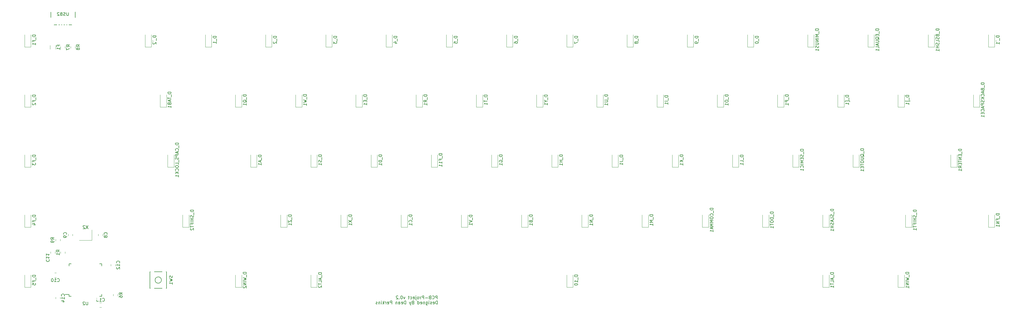
<source format=gbo>
G04 #@! TF.GenerationSoftware,KiCad,Pcbnew,(5.1.0)-1*
G04 #@! TF.CreationDate,2019-05-17T11:19:36-04:00*
G04 #@! TF.ProjectId,pcb-project,7063622d-7072-46f6-9a65-63742e6b6963,rev?*
G04 #@! TF.SameCoordinates,Original*
G04 #@! TF.FileFunction,Legend,Bot*
G04 #@! TF.FilePolarity,Positive*
%FSLAX46Y46*%
G04 Gerber Fmt 4.6, Leading zero omitted, Abs format (unit mm)*
G04 Created by KiCad (PCBNEW (5.1.0)-1) date 2019-05-17 11:19:36*
%MOMM*%
%LPD*%
G04 APERTURE LIST*
%ADD10C,0.150000*%
%ADD11C,0.120000*%
%ADD12C,1.852000*%
%ADD13C,2.352000*%
%ADD14C,4.089800*%
%ADD15C,2.352000*%
%ADD16R,1.502000X1.302000*%
%ADD17R,1.202000X1.902000*%
%ADD18C,0.020000*%
%ADD19C,1.077000*%
%ADD20R,1.302000X1.002000*%
%ADD21C,1.352000*%
%ADD22C,3.150000*%
%ADD23R,1.602000X0.652000*%
%ADD24R,0.652000X1.602000*%
%ADD25R,0.602000X2.352000*%
%ADD26O,1.802000X2.802000*%
G04 APERTURE END LIST*
D10*
X173226785Y-142533630D02*
X173226785Y-141533630D01*
X172988690Y-141533630D01*
X172845833Y-141581250D01*
X172750595Y-141676488D01*
X172702976Y-141771726D01*
X172655357Y-141962202D01*
X172655357Y-142105059D01*
X172702976Y-142295535D01*
X172750595Y-142390773D01*
X172845833Y-142486011D01*
X172988690Y-142533630D01*
X173226785Y-142533630D01*
X171845833Y-142486011D02*
X171941071Y-142533630D01*
X172131547Y-142533630D01*
X172226785Y-142486011D01*
X172274404Y-142390773D01*
X172274404Y-142009821D01*
X172226785Y-141914583D01*
X172131547Y-141866964D01*
X171941071Y-141866964D01*
X171845833Y-141914583D01*
X171798214Y-142009821D01*
X171798214Y-142105059D01*
X172274404Y-142200297D01*
X171417261Y-142486011D02*
X171322023Y-142533630D01*
X171131547Y-142533630D01*
X171036309Y-142486011D01*
X170988690Y-142390773D01*
X170988690Y-142343154D01*
X171036309Y-142247916D01*
X171131547Y-142200297D01*
X171274404Y-142200297D01*
X171369642Y-142152678D01*
X171417261Y-142057440D01*
X171417261Y-142009821D01*
X171369642Y-141914583D01*
X171274404Y-141866964D01*
X171131547Y-141866964D01*
X171036309Y-141914583D01*
X170560119Y-142533630D02*
X170560119Y-141866964D01*
X170560119Y-141533630D02*
X170607738Y-141581250D01*
X170560119Y-141628869D01*
X170512500Y-141581250D01*
X170560119Y-141533630D01*
X170560119Y-141628869D01*
X169655357Y-141866964D02*
X169655357Y-142676488D01*
X169702976Y-142771726D01*
X169750595Y-142819345D01*
X169845833Y-142866964D01*
X169988690Y-142866964D01*
X170083928Y-142819345D01*
X169655357Y-142486011D02*
X169750595Y-142533630D01*
X169941071Y-142533630D01*
X170036309Y-142486011D01*
X170083928Y-142438392D01*
X170131547Y-142343154D01*
X170131547Y-142057440D01*
X170083928Y-141962202D01*
X170036309Y-141914583D01*
X169941071Y-141866964D01*
X169750595Y-141866964D01*
X169655357Y-141914583D01*
X169179166Y-141866964D02*
X169179166Y-142533630D01*
X169179166Y-141962202D02*
X169131547Y-141914583D01*
X169036309Y-141866964D01*
X168893452Y-141866964D01*
X168798214Y-141914583D01*
X168750595Y-142009821D01*
X168750595Y-142533630D01*
X167893452Y-142486011D02*
X167988690Y-142533630D01*
X168179166Y-142533630D01*
X168274404Y-142486011D01*
X168322023Y-142390773D01*
X168322023Y-142009821D01*
X168274404Y-141914583D01*
X168179166Y-141866964D01*
X167988690Y-141866964D01*
X167893452Y-141914583D01*
X167845833Y-142009821D01*
X167845833Y-142105059D01*
X168322023Y-142200297D01*
X166988690Y-142533630D02*
X166988690Y-141533630D01*
X166988690Y-142486011D02*
X167083928Y-142533630D01*
X167274404Y-142533630D01*
X167369642Y-142486011D01*
X167417261Y-142438392D01*
X167464880Y-142343154D01*
X167464880Y-142057440D01*
X167417261Y-141962202D01*
X167369642Y-141914583D01*
X167274404Y-141866964D01*
X167083928Y-141866964D01*
X166988690Y-141914583D01*
X165417261Y-142009821D02*
X165274404Y-142057440D01*
X165226785Y-142105059D01*
X165179166Y-142200297D01*
X165179166Y-142343154D01*
X165226785Y-142438392D01*
X165274404Y-142486011D01*
X165369642Y-142533630D01*
X165750595Y-142533630D01*
X165750595Y-141533630D01*
X165417261Y-141533630D01*
X165322023Y-141581250D01*
X165274404Y-141628869D01*
X165226785Y-141724107D01*
X165226785Y-141819345D01*
X165274404Y-141914583D01*
X165322023Y-141962202D01*
X165417261Y-142009821D01*
X165750595Y-142009821D01*
X164845833Y-141866964D02*
X164607738Y-142533630D01*
X164369642Y-141866964D02*
X164607738Y-142533630D01*
X164702976Y-142771726D01*
X164750595Y-142819345D01*
X164845833Y-142866964D01*
X163226785Y-142533630D02*
X163226785Y-141533630D01*
X162988690Y-141533630D01*
X162845833Y-141581250D01*
X162750595Y-141676488D01*
X162702976Y-141771726D01*
X162655357Y-141962202D01*
X162655357Y-142105059D01*
X162702976Y-142295535D01*
X162750595Y-142390773D01*
X162845833Y-142486011D01*
X162988690Y-142533630D01*
X163226785Y-142533630D01*
X161845833Y-142486011D02*
X161941071Y-142533630D01*
X162131547Y-142533630D01*
X162226785Y-142486011D01*
X162274404Y-142390773D01*
X162274404Y-142009821D01*
X162226785Y-141914583D01*
X162131547Y-141866964D01*
X161941071Y-141866964D01*
X161845833Y-141914583D01*
X161798214Y-142009821D01*
X161798214Y-142105059D01*
X162274404Y-142200297D01*
X160941071Y-142533630D02*
X160941071Y-142009821D01*
X160988690Y-141914583D01*
X161083928Y-141866964D01*
X161274404Y-141866964D01*
X161369642Y-141914583D01*
X160941071Y-142486011D02*
X161036309Y-142533630D01*
X161274404Y-142533630D01*
X161369642Y-142486011D01*
X161417261Y-142390773D01*
X161417261Y-142295535D01*
X161369642Y-142200297D01*
X161274404Y-142152678D01*
X161036309Y-142152678D01*
X160941071Y-142105059D01*
X160464880Y-141866964D02*
X160464880Y-142533630D01*
X160464880Y-141962202D02*
X160417261Y-141914583D01*
X160322023Y-141866964D01*
X160179166Y-141866964D01*
X160083928Y-141914583D01*
X160036309Y-142009821D01*
X160036309Y-142533630D01*
X158798214Y-142533630D02*
X158798214Y-141533630D01*
X158417261Y-141533630D01*
X158322023Y-141581250D01*
X158274404Y-141628869D01*
X158226785Y-141724107D01*
X158226785Y-141866964D01*
X158274404Y-141962202D01*
X158322023Y-142009821D01*
X158417261Y-142057440D01*
X158798214Y-142057440D01*
X157417261Y-142486011D02*
X157512500Y-142533630D01*
X157702976Y-142533630D01*
X157798214Y-142486011D01*
X157845833Y-142390773D01*
X157845833Y-142009821D01*
X157798214Y-141914583D01*
X157702976Y-141866964D01*
X157512500Y-141866964D01*
X157417261Y-141914583D01*
X157369642Y-142009821D01*
X157369642Y-142105059D01*
X157845833Y-142200297D01*
X156941071Y-142533630D02*
X156941071Y-141866964D01*
X156941071Y-142057440D02*
X156893452Y-141962202D01*
X156845833Y-141914583D01*
X156750595Y-141866964D01*
X156655357Y-141866964D01*
X156322023Y-142533630D02*
X156322023Y-141533630D01*
X156226785Y-142152678D02*
X155941071Y-142533630D01*
X155941071Y-141866964D02*
X156322023Y-142247916D01*
X155512500Y-142533630D02*
X155512500Y-141866964D01*
X155512500Y-141533630D02*
X155560119Y-141581250D01*
X155512500Y-141628869D01*
X155464880Y-141581250D01*
X155512500Y-141533630D01*
X155512500Y-141628869D01*
X155036309Y-141866964D02*
X155036309Y-142533630D01*
X155036309Y-141962202D02*
X154988690Y-141914583D01*
X154893452Y-141866964D01*
X154750595Y-141866964D01*
X154655357Y-141914583D01*
X154607738Y-142009821D01*
X154607738Y-142533630D01*
X154179166Y-142486011D02*
X154083928Y-142533630D01*
X153893452Y-142533630D01*
X153798214Y-142486011D01*
X153750595Y-142390773D01*
X153750595Y-142343154D01*
X153798214Y-142247916D01*
X153893452Y-142200297D01*
X154036309Y-142200297D01*
X154131547Y-142152678D01*
X154179166Y-142057440D01*
X154179166Y-142009821D01*
X154131547Y-141914583D01*
X154036309Y-141866964D01*
X153893452Y-141866964D01*
X153798214Y-141914583D01*
X173163690Y-140946130D02*
X173163690Y-139946130D01*
X172782738Y-139946130D01*
X172687500Y-139993750D01*
X172639880Y-140041369D01*
X172592261Y-140136607D01*
X172592261Y-140279464D01*
X172639880Y-140374702D01*
X172687500Y-140422321D01*
X172782738Y-140469940D01*
X173163690Y-140469940D01*
X171592261Y-140850892D02*
X171639880Y-140898511D01*
X171782738Y-140946130D01*
X171877976Y-140946130D01*
X172020833Y-140898511D01*
X172116071Y-140803273D01*
X172163690Y-140708035D01*
X172211309Y-140517559D01*
X172211309Y-140374702D01*
X172163690Y-140184226D01*
X172116071Y-140088988D01*
X172020833Y-139993750D01*
X171877976Y-139946130D01*
X171782738Y-139946130D01*
X171639880Y-139993750D01*
X171592261Y-140041369D01*
X170830357Y-140422321D02*
X170687500Y-140469940D01*
X170639880Y-140517559D01*
X170592261Y-140612797D01*
X170592261Y-140755654D01*
X170639880Y-140850892D01*
X170687500Y-140898511D01*
X170782738Y-140946130D01*
X171163690Y-140946130D01*
X171163690Y-139946130D01*
X170830357Y-139946130D01*
X170735119Y-139993750D01*
X170687500Y-140041369D01*
X170639880Y-140136607D01*
X170639880Y-140231845D01*
X170687500Y-140327083D01*
X170735119Y-140374702D01*
X170830357Y-140422321D01*
X171163690Y-140422321D01*
X170163690Y-140565178D02*
X169401785Y-140565178D01*
X168925595Y-140946130D02*
X168925595Y-139946130D01*
X168544642Y-139946130D01*
X168449404Y-139993750D01*
X168401785Y-140041369D01*
X168354166Y-140136607D01*
X168354166Y-140279464D01*
X168401785Y-140374702D01*
X168449404Y-140422321D01*
X168544642Y-140469940D01*
X168925595Y-140469940D01*
X167925595Y-140946130D02*
X167925595Y-140279464D01*
X167925595Y-140469940D02*
X167877976Y-140374702D01*
X167830357Y-140327083D01*
X167735119Y-140279464D01*
X167639880Y-140279464D01*
X167163690Y-140946130D02*
X167258928Y-140898511D01*
X167306547Y-140850892D01*
X167354166Y-140755654D01*
X167354166Y-140469940D01*
X167306547Y-140374702D01*
X167258928Y-140327083D01*
X167163690Y-140279464D01*
X167020833Y-140279464D01*
X166925595Y-140327083D01*
X166877976Y-140374702D01*
X166830357Y-140469940D01*
X166830357Y-140755654D01*
X166877976Y-140850892D01*
X166925595Y-140898511D01*
X167020833Y-140946130D01*
X167163690Y-140946130D01*
X166401785Y-140279464D02*
X166401785Y-141136607D01*
X166449404Y-141231845D01*
X166544642Y-141279464D01*
X166592261Y-141279464D01*
X166401785Y-139946130D02*
X166449404Y-139993750D01*
X166401785Y-140041369D01*
X166354166Y-139993750D01*
X166401785Y-139946130D01*
X166401785Y-140041369D01*
X165544642Y-140898511D02*
X165639880Y-140946130D01*
X165830357Y-140946130D01*
X165925595Y-140898511D01*
X165973214Y-140803273D01*
X165973214Y-140422321D01*
X165925595Y-140327083D01*
X165830357Y-140279464D01*
X165639880Y-140279464D01*
X165544642Y-140327083D01*
X165497023Y-140422321D01*
X165497023Y-140517559D01*
X165973214Y-140612797D01*
X164639880Y-140898511D02*
X164735119Y-140946130D01*
X164925595Y-140946130D01*
X165020833Y-140898511D01*
X165068452Y-140850892D01*
X165116071Y-140755654D01*
X165116071Y-140469940D01*
X165068452Y-140374702D01*
X165020833Y-140327083D01*
X164925595Y-140279464D01*
X164735119Y-140279464D01*
X164639880Y-140327083D01*
X164354166Y-140279464D02*
X163973214Y-140279464D01*
X164211309Y-139946130D02*
X164211309Y-140803273D01*
X164163690Y-140898511D01*
X164068452Y-140946130D01*
X163973214Y-140946130D01*
X162973214Y-140279464D02*
X162735119Y-140946130D01*
X162497023Y-140279464D01*
X161925595Y-139946130D02*
X161830357Y-139946130D01*
X161735119Y-139993750D01*
X161687500Y-140041369D01*
X161639880Y-140136607D01*
X161592261Y-140327083D01*
X161592261Y-140565178D01*
X161639880Y-140755654D01*
X161687500Y-140850892D01*
X161735119Y-140898511D01*
X161830357Y-140946130D01*
X161925595Y-140946130D01*
X162020833Y-140898511D01*
X162068452Y-140850892D01*
X162116071Y-140755654D01*
X162163690Y-140565178D01*
X162163690Y-140327083D01*
X162116071Y-140136607D01*
X162068452Y-140041369D01*
X162020833Y-139993750D01*
X161925595Y-139946130D01*
X161163690Y-140850892D02*
X161116071Y-140898511D01*
X161163690Y-140946130D01*
X161211309Y-140898511D01*
X161163690Y-140850892D01*
X161163690Y-140946130D01*
X160735119Y-140041369D02*
X160687500Y-139993750D01*
X160592261Y-139946130D01*
X160354166Y-139946130D01*
X160258928Y-139993750D01*
X160211309Y-140041369D01*
X160163690Y-140136607D01*
X160163690Y-140231845D01*
X160211309Y-140374702D01*
X160782738Y-140946130D01*
X160163690Y-140946130D01*
D11*
X63912500Y-122300000D02*
X59912500Y-122300000D01*
X63912500Y-119000000D02*
X63912500Y-122300000D01*
D10*
X82331250Y-132337500D02*
X82331250Y-137537500D01*
X82331250Y-137537500D02*
X87531250Y-137537500D01*
X87531250Y-137537500D02*
X87531250Y-132337500D01*
X87531250Y-132337500D02*
X82331250Y-132337500D01*
X85931250Y-134937500D02*
G75*
G03X85931250Y-134937500I-1000000J0D01*
G01*
D11*
X65965000Y-120908578D02*
X65965000Y-120391422D01*
X67385000Y-120908578D02*
X67385000Y-120391422D01*
X56440000Y-120391422D02*
X56440000Y-120908578D01*
X57860000Y-120391422D02*
X57860000Y-120908578D01*
X52128922Y-134060000D02*
X52646078Y-134060000D01*
X52128922Y-132640000D02*
X52646078Y-132640000D01*
X55478750Y-126464828D02*
X55478750Y-125947672D01*
X54058750Y-126464828D02*
X54058750Y-125947672D01*
X69933750Y-130433578D02*
X69933750Y-129916422D01*
X71353750Y-130433578D02*
X71353750Y-129916422D01*
X66933578Y-143585000D02*
X66416422Y-143585000D01*
X66933578Y-142165000D02*
X66416422Y-142165000D01*
X53891250Y-140896078D02*
X53891250Y-140378922D01*
X52471250Y-140896078D02*
X52471250Y-140378922D01*
X273256250Y-60987500D02*
X271256250Y-60987500D01*
X271256250Y-60987500D02*
X271256250Y-57087500D01*
X273256250Y-60987500D02*
X273256250Y-57087500D01*
X101806250Y-60987500D02*
X99806250Y-60987500D01*
X99806250Y-60987500D02*
X99806250Y-57087500D01*
X101806250Y-60987500D02*
X101806250Y-57087500D01*
X120856250Y-60987500D02*
X118856250Y-60987500D01*
X118856250Y-60987500D02*
X118856250Y-57087500D01*
X120856250Y-60987500D02*
X120856250Y-57087500D01*
X139906250Y-60987500D02*
X137906250Y-60987500D01*
X137906250Y-60987500D02*
X137906250Y-57087500D01*
X139906250Y-60987500D02*
X139906250Y-57087500D01*
X158956250Y-60987500D02*
X156956250Y-60987500D01*
X156956250Y-60987500D02*
X156956250Y-57087500D01*
X158956250Y-60987500D02*
X158956250Y-57087500D01*
X178006250Y-60987500D02*
X176006250Y-60987500D01*
X176006250Y-60987500D02*
X176006250Y-57087500D01*
X178006250Y-60987500D02*
X178006250Y-57087500D01*
X197056250Y-60987500D02*
X197056250Y-57087500D01*
X195056250Y-60987500D02*
X195056250Y-57087500D01*
X197056250Y-60987500D02*
X195056250Y-60987500D01*
X216106250Y-60987500D02*
X214106250Y-60987500D01*
X214106250Y-60987500D02*
X214106250Y-57087500D01*
X216106250Y-60987500D02*
X216106250Y-57087500D01*
X235156250Y-60987500D02*
X235156250Y-57087500D01*
X233156250Y-60987500D02*
X233156250Y-57087500D01*
X235156250Y-60987500D02*
X233156250Y-60987500D01*
X254206250Y-60987500D02*
X254206250Y-57087500D01*
X252206250Y-60987500D02*
X252206250Y-57087500D01*
X254206250Y-60987500D02*
X252206250Y-60987500D01*
X216106250Y-137187500D02*
X216106250Y-133287500D01*
X214106250Y-137187500D02*
X214106250Y-133287500D01*
X216106250Y-137187500D02*
X214106250Y-137187500D01*
X301831250Y-80037500D02*
X299831250Y-80037500D01*
X299831250Y-80037500D02*
X299831250Y-76137500D01*
X301831250Y-80037500D02*
X301831250Y-76137500D01*
X320881250Y-80037500D02*
X320881250Y-76137500D01*
X318881250Y-80037500D02*
X318881250Y-76137500D01*
X320881250Y-80037500D02*
X318881250Y-80037500D01*
X349456250Y-60987500D02*
X349456250Y-57087500D01*
X347456250Y-60987500D02*
X347456250Y-57087500D01*
X349456250Y-60987500D02*
X347456250Y-60987500D01*
X82756250Y-60987500D02*
X80756250Y-60987500D01*
X80756250Y-60987500D02*
X80756250Y-57087500D01*
X82756250Y-60987500D02*
X82756250Y-57087500D01*
X116093750Y-99087500D02*
X116093750Y-95187500D01*
X114093750Y-99087500D02*
X114093750Y-95187500D01*
X116093750Y-99087500D02*
X114093750Y-99087500D01*
X297068750Y-137187500D02*
X295068750Y-137187500D01*
X295068750Y-137187500D02*
X295068750Y-133287500D01*
X297068750Y-137187500D02*
X297068750Y-133287500D01*
X135143750Y-137187500D02*
X133143750Y-137187500D01*
X133143750Y-137187500D02*
X133143750Y-133287500D01*
X135143750Y-137187500D02*
X135143750Y-133287500D01*
X201818750Y-118137500D02*
X199818750Y-118137500D01*
X199818750Y-118137500D02*
X199818750Y-114237500D01*
X201818750Y-118137500D02*
X201818750Y-114237500D01*
X344693750Y-80037500D02*
X342693750Y-80037500D01*
X342693750Y-80037500D02*
X342693750Y-76137500D01*
X344693750Y-80037500D02*
X344693750Y-76137500D01*
X330406250Y-60987500D02*
X328406250Y-60987500D01*
X328406250Y-60987500D02*
X328406250Y-57087500D01*
X330406250Y-60987500D02*
X330406250Y-57087500D01*
X163718750Y-118137500D02*
X161718750Y-118137500D01*
X161718750Y-118137500D02*
X161718750Y-114237500D01*
X163718750Y-118137500D02*
X163718750Y-114237500D01*
X89900000Y-99087500D02*
X87900000Y-99087500D01*
X87900000Y-99087500D02*
X87900000Y-95187500D01*
X89900000Y-99087500D02*
X89900000Y-95187500D01*
X258968750Y-118137500D02*
X258968750Y-114237500D01*
X256968750Y-118137500D02*
X256968750Y-114237500D01*
X258968750Y-118137500D02*
X256968750Y-118137500D01*
X154200001Y-99087500D02*
X154200001Y-95187500D01*
X152200001Y-99087500D02*
X152200001Y-95187500D01*
X154200001Y-99087500D02*
X152200001Y-99087500D01*
X278018750Y-118137500D02*
X278018750Y-114237500D01*
X276018750Y-118137500D02*
X276018750Y-114237500D01*
X278018750Y-118137500D02*
X276018750Y-118137500D01*
X149431250Y-80037500D02*
X147431250Y-80037500D01*
X147431250Y-80037500D02*
X147431250Y-76137500D01*
X149431250Y-80037500D02*
X149431250Y-76137500D01*
X337550000Y-99087500D02*
X335550000Y-99087500D01*
X335550000Y-99087500D02*
X335550000Y-95187500D01*
X337550000Y-99087500D02*
X337550000Y-95187500D01*
X311356250Y-60987500D02*
X311356250Y-57087500D01*
X309356250Y-60987500D02*
X309356250Y-57087500D01*
X311356250Y-60987500D02*
X309356250Y-60987500D01*
X44656250Y-60987500D02*
X42656250Y-60987500D01*
X42656250Y-60987500D02*
X42656250Y-57087500D01*
X44656250Y-60987500D02*
X44656250Y-57087500D01*
X44656250Y-80037500D02*
X44656250Y-76137500D01*
X42656250Y-80037500D02*
X42656250Y-76137500D01*
X44656250Y-80037500D02*
X42656250Y-80037500D01*
X44656250Y-99087500D02*
X44656250Y-95187500D01*
X42656250Y-99087500D02*
X42656250Y-95187500D01*
X44656250Y-99087500D02*
X42656250Y-99087500D01*
X44656250Y-118137500D02*
X44656250Y-114237500D01*
X42656250Y-118137500D02*
X42656250Y-114237500D01*
X44656250Y-118137500D02*
X42656250Y-118137500D01*
X44656250Y-137187500D02*
X42656250Y-137187500D01*
X42656250Y-137187500D02*
X42656250Y-133287500D01*
X44656250Y-137187500D02*
X44656250Y-133287500D01*
X173243750Y-99087500D02*
X171243750Y-99087500D01*
X171243750Y-99087500D02*
X171243750Y-95187500D01*
X173243750Y-99087500D02*
X173243750Y-95187500D01*
X349456250Y-118137500D02*
X349456250Y-114237500D01*
X347456250Y-118137500D02*
X347456250Y-114237500D01*
X349456250Y-118137500D02*
X347456250Y-118137500D01*
X192293750Y-99087500D02*
X192293750Y-95187500D01*
X190293750Y-99087500D02*
X190293750Y-95187500D01*
X192293750Y-99087500D02*
X190293750Y-99087500D01*
X211343750Y-99087500D02*
X209343750Y-99087500D01*
X209343750Y-99087500D02*
X209343750Y-95187500D01*
X211343750Y-99087500D02*
X211343750Y-95187500D01*
X244681250Y-80037500D02*
X244681250Y-76137500D01*
X242681250Y-80037500D02*
X242681250Y-76137500D01*
X244681250Y-80037500D02*
X242681250Y-80037500D01*
X230393750Y-99087500D02*
X230393750Y-95187500D01*
X228393750Y-99087500D02*
X228393750Y-95187500D01*
X230393750Y-99087500D02*
X228393750Y-99087500D01*
X249443750Y-99087500D02*
X247443750Y-99087500D01*
X247443750Y-99087500D02*
X247443750Y-95187500D01*
X249443750Y-99087500D02*
X249443750Y-95187500D01*
X268493750Y-99087500D02*
X268493750Y-95187500D01*
X266493750Y-99087500D02*
X266493750Y-95187500D01*
X268493750Y-99087500D02*
X266493750Y-99087500D01*
X239918750Y-118137500D02*
X237918750Y-118137500D01*
X237918750Y-118137500D02*
X237918750Y-114237500D01*
X239918750Y-118137500D02*
X239918750Y-114237500D01*
X292306250Y-60987500D02*
X290306250Y-60987500D01*
X290306250Y-60987500D02*
X290306250Y-57087500D01*
X292306250Y-60987500D02*
X292306250Y-57087500D01*
X220868750Y-118137500D02*
X220868750Y-114237500D01*
X218868750Y-118137500D02*
X218868750Y-114237500D01*
X220868750Y-118137500D02*
X218868750Y-118137500D01*
X263731250Y-80037500D02*
X261731250Y-80037500D01*
X261731250Y-80037500D02*
X261731250Y-76137500D01*
X263731250Y-80037500D02*
X263731250Y-76137500D01*
X282781250Y-80037500D02*
X282781250Y-76137500D01*
X280781250Y-80037500D02*
X280781250Y-76137500D01*
X282781250Y-80037500D02*
X280781250Y-80037500D01*
X111331250Y-80037500D02*
X111331250Y-76137500D01*
X109331250Y-80037500D02*
X109331250Y-76137500D01*
X111331250Y-80037500D02*
X109331250Y-80037500D01*
X306593750Y-99087500D02*
X306593750Y-95187500D01*
X304593750Y-99087500D02*
X304593750Y-95187500D01*
X306593750Y-99087500D02*
X304593750Y-99087500D01*
X168481250Y-80037500D02*
X166481250Y-80037500D01*
X166481250Y-80037500D02*
X166481250Y-76137500D01*
X168481250Y-80037500D02*
X168481250Y-76137500D01*
X135143750Y-99087500D02*
X133143750Y-99087500D01*
X133143750Y-99087500D02*
X133143750Y-95187500D01*
X135143750Y-99087500D02*
X135143750Y-95187500D01*
X287543750Y-99087500D02*
X285543750Y-99087500D01*
X285543750Y-99087500D02*
X285543750Y-95187500D01*
X287543750Y-99087500D02*
X287543750Y-95187500D01*
X323262500Y-118137500D02*
X321262500Y-118137500D01*
X321262500Y-118137500D02*
X321262500Y-114237500D01*
X323262500Y-118137500D02*
X323262500Y-114237500D01*
X94662500Y-118137500D02*
X94662500Y-114237500D01*
X92662500Y-118137500D02*
X92662500Y-114237500D01*
X94662500Y-118137500D02*
X92662500Y-118137500D01*
X297068750Y-118137500D02*
X297068750Y-114237500D01*
X295068750Y-118137500D02*
X295068750Y-114237500D01*
X297068750Y-118137500D02*
X295068750Y-118137500D01*
X187531250Y-80037500D02*
X187531250Y-76137500D01*
X185531250Y-80037500D02*
X185531250Y-76137500D01*
X187531250Y-80037500D02*
X185531250Y-80037500D01*
X87518750Y-80037500D02*
X87518750Y-76137500D01*
X85518750Y-80037500D02*
X85518750Y-76137500D01*
X87518750Y-80037500D02*
X85518750Y-80037500D01*
X225631250Y-80037500D02*
X223631250Y-80037500D01*
X223631250Y-80037500D02*
X223631250Y-76137500D01*
X225631250Y-80037500D02*
X225631250Y-76137500D01*
X182768750Y-118137500D02*
X182768750Y-114237500D01*
X180768750Y-118137500D02*
X180768750Y-114237500D01*
X182768750Y-118137500D02*
X180768750Y-118137500D01*
X130381250Y-80037500D02*
X130381250Y-76137500D01*
X128381250Y-80037500D02*
X128381250Y-76137500D01*
X130381250Y-80037500D02*
X128381250Y-80037500D01*
X320881250Y-137187500D02*
X320881250Y-133287500D01*
X318881250Y-137187500D02*
X318881250Y-133287500D01*
X320881250Y-137187500D02*
X318881250Y-137187500D01*
X111331250Y-137187500D02*
X111331250Y-133287500D01*
X109331250Y-137187500D02*
X109331250Y-133287500D01*
X111331250Y-137187500D02*
X109331250Y-137187500D01*
X144668750Y-118137500D02*
X144668750Y-114237500D01*
X142668750Y-118137500D02*
X142668750Y-114237500D01*
X144668750Y-118137500D02*
X142668750Y-118137500D01*
X206581250Y-80037500D02*
X206581250Y-76137500D01*
X204581250Y-80037500D02*
X204581250Y-76137500D01*
X206581250Y-80037500D02*
X204581250Y-80037500D01*
X125618750Y-118137500D02*
X123618750Y-118137500D01*
X123618750Y-118137500D02*
X123618750Y-114237500D01*
X125618750Y-118137500D02*
X125618750Y-114237500D01*
X52503750Y-61720814D02*
X52503750Y-60516686D01*
X50683750Y-61720814D02*
X50683750Y-60516686D01*
X52303750Y-126464828D02*
X52303750Y-125947672D01*
X50883750Y-126464828D02*
X50883750Y-125947672D01*
X70727500Y-139958578D02*
X70727500Y-139441422D01*
X72147500Y-139958578D02*
X72147500Y-139441422D01*
X55478750Y-61377328D02*
X55478750Y-60860172D01*
X54058750Y-61377328D02*
X54058750Y-60860172D01*
X57233750Y-61377328D02*
X57233750Y-60860172D01*
X58653750Y-61377328D02*
X58653750Y-60860172D01*
D10*
X56737500Y-140112500D02*
X56737500Y-139537500D01*
X67087500Y-140112500D02*
X67087500Y-139437500D01*
X67087500Y-129762500D02*
X67087500Y-130437500D01*
X56737500Y-129762500D02*
X56737500Y-130437500D01*
X56737500Y-140112500D02*
X57412500Y-140112500D01*
X56737500Y-129762500D02*
X57412500Y-129762500D01*
X67087500Y-129762500D02*
X66412500Y-129762500D01*
X67087500Y-140112500D02*
X66412500Y-140112500D01*
X56737500Y-139537500D02*
X55462500Y-139537500D01*
X50950000Y-54030000D02*
X58650000Y-54030000D01*
X58650000Y-48580000D02*
X58650000Y-54030000D01*
X50950000Y-48580000D02*
X50950000Y-54030000D01*
D11*
X53891250Y-121978922D02*
X53891250Y-122496078D01*
X52471250Y-121978922D02*
X52471250Y-122496078D01*
D10*
X62722023Y-117652380D02*
X62055357Y-118652380D01*
X62055357Y-117652380D02*
X62722023Y-118652380D01*
X61722023Y-117747619D02*
X61674404Y-117700000D01*
X61579166Y-117652380D01*
X61341071Y-117652380D01*
X61245833Y-117700000D01*
X61198214Y-117747619D01*
X61150595Y-117842857D01*
X61150595Y-117938095D01*
X61198214Y-118080952D01*
X61769642Y-118652380D01*
X61150595Y-118652380D01*
X89400011Y-133604166D02*
X89447630Y-133747023D01*
X89447630Y-133985119D01*
X89400011Y-134080357D01*
X89352392Y-134127976D01*
X89257154Y-134175595D01*
X89161916Y-134175595D01*
X89066678Y-134127976D01*
X89019059Y-134080357D01*
X88971440Y-133985119D01*
X88923821Y-133794642D01*
X88876202Y-133699404D01*
X88828583Y-133651785D01*
X88733345Y-133604166D01*
X88638107Y-133604166D01*
X88542869Y-133651785D01*
X88495250Y-133699404D01*
X88447630Y-133794642D01*
X88447630Y-134032738D01*
X88495250Y-134175595D01*
X88447630Y-134508928D02*
X89447630Y-134747023D01*
X88733345Y-134937500D01*
X89447630Y-135127976D01*
X88447630Y-135366071D01*
X89447630Y-136270833D02*
X89447630Y-135699404D01*
X89447630Y-135985119D02*
X88447630Y-135985119D01*
X88590488Y-135889880D01*
X88685726Y-135794642D01*
X88733345Y-135699404D01*
X68682142Y-120483333D02*
X68729761Y-120435714D01*
X68777380Y-120292857D01*
X68777380Y-120197619D01*
X68729761Y-120054761D01*
X68634523Y-119959523D01*
X68539285Y-119911904D01*
X68348809Y-119864285D01*
X68205952Y-119864285D01*
X68015476Y-119911904D01*
X67920238Y-119959523D01*
X67825000Y-120054761D01*
X67777380Y-120197619D01*
X67777380Y-120292857D01*
X67825000Y-120435714D01*
X67872619Y-120483333D01*
X68205952Y-121054761D02*
X68158333Y-120959523D01*
X68110714Y-120911904D01*
X68015476Y-120864285D01*
X67967857Y-120864285D01*
X67872619Y-120911904D01*
X67825000Y-120959523D01*
X67777380Y-121054761D01*
X67777380Y-121245238D01*
X67825000Y-121340476D01*
X67872619Y-121388095D01*
X67967857Y-121435714D01*
X68015476Y-121435714D01*
X68110714Y-121388095D01*
X68158333Y-121340476D01*
X68205952Y-121245238D01*
X68205952Y-121054761D01*
X68253571Y-120959523D01*
X68301190Y-120911904D01*
X68396428Y-120864285D01*
X68586904Y-120864285D01*
X68682142Y-120911904D01*
X68729761Y-120959523D01*
X68777380Y-121054761D01*
X68777380Y-121245238D01*
X68729761Y-121340476D01*
X68682142Y-121388095D01*
X68586904Y-121435714D01*
X68396428Y-121435714D01*
X68301190Y-121388095D01*
X68253571Y-121340476D01*
X68205952Y-121245238D01*
X55857142Y-120483333D02*
X55904761Y-120435714D01*
X55952380Y-120292857D01*
X55952380Y-120197619D01*
X55904761Y-120054761D01*
X55809523Y-119959523D01*
X55714285Y-119911904D01*
X55523809Y-119864285D01*
X55380952Y-119864285D01*
X55190476Y-119911904D01*
X55095238Y-119959523D01*
X55000000Y-120054761D01*
X54952380Y-120197619D01*
X54952380Y-120292857D01*
X55000000Y-120435714D01*
X55047619Y-120483333D01*
X55952380Y-120959523D02*
X55952380Y-121150000D01*
X55904761Y-121245238D01*
X55857142Y-121292857D01*
X55714285Y-121388095D01*
X55523809Y-121435714D01*
X55142857Y-121435714D01*
X55047619Y-121388095D01*
X55000000Y-121340476D01*
X54952380Y-121245238D01*
X54952380Y-121054761D01*
X55000000Y-120959523D01*
X55047619Y-120911904D01*
X55142857Y-120864285D01*
X55380952Y-120864285D01*
X55476190Y-120911904D01*
X55523809Y-120959523D01*
X55571428Y-121054761D01*
X55571428Y-121245238D01*
X55523809Y-121340476D01*
X55476190Y-121388095D01*
X55380952Y-121435714D01*
X53030357Y-135357142D02*
X53077976Y-135404761D01*
X53220833Y-135452380D01*
X53316071Y-135452380D01*
X53458928Y-135404761D01*
X53554166Y-135309523D01*
X53601785Y-135214285D01*
X53649404Y-135023809D01*
X53649404Y-134880952D01*
X53601785Y-134690476D01*
X53554166Y-134595238D01*
X53458928Y-134500000D01*
X53316071Y-134452380D01*
X53220833Y-134452380D01*
X53077976Y-134500000D01*
X53030357Y-134547619D01*
X52077976Y-135452380D02*
X52649404Y-135452380D01*
X52363690Y-135452380D02*
X52363690Y-134452380D01*
X52458928Y-134595238D01*
X52554166Y-134690476D01*
X52649404Y-134738095D01*
X51458928Y-134452380D02*
X51363690Y-134452380D01*
X51268452Y-134500000D01*
X51220833Y-134547619D01*
X51173214Y-134642857D01*
X51125595Y-134833333D01*
X51125595Y-135071428D01*
X51173214Y-135261904D01*
X51220833Y-135357142D01*
X51268452Y-135404761D01*
X51363690Y-135452380D01*
X51458928Y-135452380D01*
X51554166Y-135404761D01*
X51601785Y-135357142D01*
X51649404Y-135261904D01*
X51697023Y-135071428D01*
X51697023Y-134833333D01*
X51649404Y-134642857D01*
X51601785Y-134547619D01*
X51554166Y-134500000D01*
X51458928Y-134452380D01*
X49586607Y-128436607D02*
X49538988Y-128484226D01*
X49491369Y-128627083D01*
X49491369Y-128722321D01*
X49538988Y-128865178D01*
X49634226Y-128960416D01*
X49729464Y-129008035D01*
X49919940Y-129055654D01*
X50062797Y-129055654D01*
X50253273Y-129008035D01*
X50348511Y-128960416D01*
X50443750Y-128865178D01*
X50491369Y-128722321D01*
X50491369Y-128627083D01*
X50443750Y-128484226D01*
X50396130Y-128436607D01*
X49491369Y-127484226D02*
X49491369Y-128055654D01*
X49491369Y-127769940D02*
X50491369Y-127769940D01*
X50348511Y-127865178D01*
X50253273Y-127960416D01*
X50205654Y-128055654D01*
X49491369Y-126531845D02*
X49491369Y-127103273D01*
X49491369Y-126817559D02*
X50491369Y-126817559D01*
X50348511Y-126912797D01*
X50253273Y-127008035D01*
X50205654Y-127103273D01*
X72650892Y-129532142D02*
X72698511Y-129484523D01*
X72746130Y-129341666D01*
X72746130Y-129246428D01*
X72698511Y-129103571D01*
X72603273Y-129008333D01*
X72508035Y-128960714D01*
X72317559Y-128913095D01*
X72174702Y-128913095D01*
X71984226Y-128960714D01*
X71888988Y-129008333D01*
X71793750Y-129103571D01*
X71746130Y-129246428D01*
X71746130Y-129341666D01*
X71793750Y-129484523D01*
X71841369Y-129532142D01*
X72746130Y-130484523D02*
X72746130Y-129913095D01*
X72746130Y-130198809D02*
X71746130Y-130198809D01*
X71888988Y-130103571D01*
X71984226Y-130008333D01*
X72031845Y-129913095D01*
X71841369Y-130865476D02*
X71793750Y-130913095D01*
X71746130Y-131008333D01*
X71746130Y-131246428D01*
X71793750Y-131341666D01*
X71841369Y-131389285D01*
X71936607Y-131436904D01*
X72031845Y-131436904D01*
X72174702Y-131389285D01*
X72746130Y-130817857D01*
X72746130Y-131436904D01*
X67317857Y-141582142D02*
X67365476Y-141629761D01*
X67508333Y-141677380D01*
X67603571Y-141677380D01*
X67746428Y-141629761D01*
X67841666Y-141534523D01*
X67889285Y-141439285D01*
X67936904Y-141248809D01*
X67936904Y-141105952D01*
X67889285Y-140915476D01*
X67841666Y-140820238D01*
X67746428Y-140725000D01*
X67603571Y-140677380D01*
X67508333Y-140677380D01*
X67365476Y-140725000D01*
X67317857Y-140772619D01*
X66365476Y-141677380D02*
X66936904Y-141677380D01*
X66651190Y-141677380D02*
X66651190Y-140677380D01*
X66746428Y-140820238D01*
X66841666Y-140915476D01*
X66936904Y-140963095D01*
X66032142Y-140677380D02*
X65413095Y-140677380D01*
X65746428Y-141058333D01*
X65603571Y-141058333D01*
X65508333Y-141105952D01*
X65460714Y-141153571D01*
X65413095Y-141248809D01*
X65413095Y-141486904D01*
X65460714Y-141582142D01*
X65508333Y-141629761D01*
X65603571Y-141677380D01*
X65889285Y-141677380D01*
X65984523Y-141629761D01*
X66032142Y-141582142D01*
X55188392Y-139994642D02*
X55236011Y-139947023D01*
X55283630Y-139804166D01*
X55283630Y-139708928D01*
X55236011Y-139566071D01*
X55140773Y-139470833D01*
X55045535Y-139423214D01*
X54855059Y-139375595D01*
X54712202Y-139375595D01*
X54521726Y-139423214D01*
X54426488Y-139470833D01*
X54331250Y-139566071D01*
X54283630Y-139708928D01*
X54283630Y-139804166D01*
X54331250Y-139947023D01*
X54378869Y-139994642D01*
X55283630Y-140947023D02*
X55283630Y-140375595D01*
X55283630Y-140661309D02*
X54283630Y-140661309D01*
X54426488Y-140566071D01*
X54521726Y-140470833D01*
X54569345Y-140375595D01*
X54616964Y-141804166D02*
X55283630Y-141804166D01*
X54236011Y-141566071D02*
X54950297Y-141327976D01*
X54950297Y-141947023D01*
X274708630Y-57618452D02*
X273708630Y-57618452D01*
X273708630Y-57856547D01*
X273756250Y-57999404D01*
X273851488Y-58094642D01*
X273946726Y-58142261D01*
X274137202Y-58189880D01*
X274280059Y-58189880D01*
X274470535Y-58142261D01*
X274565773Y-58094642D01*
X274661011Y-57999404D01*
X274708630Y-57856547D01*
X274708630Y-57618452D01*
X274803869Y-58380357D02*
X274803869Y-59142261D01*
X273708630Y-59570833D02*
X273708630Y-59666071D01*
X273756250Y-59761309D01*
X273803869Y-59808928D01*
X273899107Y-59856547D01*
X274089583Y-59904166D01*
X274327678Y-59904166D01*
X274518154Y-59856547D01*
X274613392Y-59808928D01*
X274661011Y-59761309D01*
X274708630Y-59666071D01*
X274708630Y-59570833D01*
X274661011Y-59475595D01*
X274613392Y-59427976D01*
X274518154Y-59380357D01*
X274327678Y-59332738D01*
X274089583Y-59332738D01*
X273899107Y-59380357D01*
X273803869Y-59427976D01*
X273756250Y-59475595D01*
X273708630Y-59570833D01*
X103258630Y-57618452D02*
X102258630Y-57618452D01*
X102258630Y-57856547D01*
X102306250Y-57999404D01*
X102401488Y-58094642D01*
X102496726Y-58142261D01*
X102687202Y-58189880D01*
X102830059Y-58189880D01*
X103020535Y-58142261D01*
X103115773Y-58094642D01*
X103211011Y-57999404D01*
X103258630Y-57856547D01*
X103258630Y-57618452D01*
X103353869Y-58380357D02*
X103353869Y-59142261D01*
X103258630Y-59904166D02*
X103258630Y-59332738D01*
X103258630Y-59618452D02*
X102258630Y-59618452D01*
X102401488Y-59523214D01*
X102496726Y-59427976D01*
X102544345Y-59332738D01*
X122308630Y-57618452D02*
X121308630Y-57618452D01*
X121308630Y-57856547D01*
X121356250Y-57999404D01*
X121451488Y-58094642D01*
X121546726Y-58142261D01*
X121737202Y-58189880D01*
X121880059Y-58189880D01*
X122070535Y-58142261D01*
X122165773Y-58094642D01*
X122261011Y-57999404D01*
X122308630Y-57856547D01*
X122308630Y-57618452D01*
X122403869Y-58380357D02*
X122403869Y-59142261D01*
X121403869Y-59332738D02*
X121356250Y-59380357D01*
X121308630Y-59475595D01*
X121308630Y-59713690D01*
X121356250Y-59808928D01*
X121403869Y-59856547D01*
X121499107Y-59904166D01*
X121594345Y-59904166D01*
X121737202Y-59856547D01*
X122308630Y-59285119D01*
X122308630Y-59904166D01*
X141358630Y-57618452D02*
X140358630Y-57618452D01*
X140358630Y-57856547D01*
X140406250Y-57999404D01*
X140501488Y-58094642D01*
X140596726Y-58142261D01*
X140787202Y-58189880D01*
X140930059Y-58189880D01*
X141120535Y-58142261D01*
X141215773Y-58094642D01*
X141311011Y-57999404D01*
X141358630Y-57856547D01*
X141358630Y-57618452D01*
X141453869Y-58380357D02*
X141453869Y-59142261D01*
X140358630Y-59285119D02*
X140358630Y-59904166D01*
X140739583Y-59570833D01*
X140739583Y-59713690D01*
X140787202Y-59808928D01*
X140834821Y-59856547D01*
X140930059Y-59904166D01*
X141168154Y-59904166D01*
X141263392Y-59856547D01*
X141311011Y-59808928D01*
X141358630Y-59713690D01*
X141358630Y-59427976D01*
X141311011Y-59332738D01*
X141263392Y-59285119D01*
X160408630Y-57618452D02*
X159408630Y-57618452D01*
X159408630Y-57856547D01*
X159456250Y-57999404D01*
X159551488Y-58094642D01*
X159646726Y-58142261D01*
X159837202Y-58189880D01*
X159980059Y-58189880D01*
X160170535Y-58142261D01*
X160265773Y-58094642D01*
X160361011Y-57999404D01*
X160408630Y-57856547D01*
X160408630Y-57618452D01*
X160503869Y-58380357D02*
X160503869Y-59142261D01*
X159741964Y-59808928D02*
X160408630Y-59808928D01*
X159361011Y-59570833D02*
X160075297Y-59332738D01*
X160075297Y-59951785D01*
X179458630Y-57618452D02*
X178458630Y-57618452D01*
X178458630Y-57856547D01*
X178506250Y-57999404D01*
X178601488Y-58094642D01*
X178696726Y-58142261D01*
X178887202Y-58189880D01*
X179030059Y-58189880D01*
X179220535Y-58142261D01*
X179315773Y-58094642D01*
X179411011Y-57999404D01*
X179458630Y-57856547D01*
X179458630Y-57618452D01*
X179553869Y-58380357D02*
X179553869Y-59142261D01*
X178458630Y-59856547D02*
X178458630Y-59380357D01*
X178934821Y-59332738D01*
X178887202Y-59380357D01*
X178839583Y-59475595D01*
X178839583Y-59713690D01*
X178887202Y-59808928D01*
X178934821Y-59856547D01*
X179030059Y-59904166D01*
X179268154Y-59904166D01*
X179363392Y-59856547D01*
X179411011Y-59808928D01*
X179458630Y-59713690D01*
X179458630Y-59475595D01*
X179411011Y-59380357D01*
X179363392Y-59332738D01*
X198508630Y-57618452D02*
X197508630Y-57618452D01*
X197508630Y-57856547D01*
X197556250Y-57999404D01*
X197651488Y-58094642D01*
X197746726Y-58142261D01*
X197937202Y-58189880D01*
X198080059Y-58189880D01*
X198270535Y-58142261D01*
X198365773Y-58094642D01*
X198461011Y-57999404D01*
X198508630Y-57856547D01*
X198508630Y-57618452D01*
X198603869Y-58380357D02*
X198603869Y-59142261D01*
X197508630Y-59808928D02*
X197508630Y-59618452D01*
X197556250Y-59523214D01*
X197603869Y-59475595D01*
X197746726Y-59380357D01*
X197937202Y-59332738D01*
X198318154Y-59332738D01*
X198413392Y-59380357D01*
X198461011Y-59427976D01*
X198508630Y-59523214D01*
X198508630Y-59713690D01*
X198461011Y-59808928D01*
X198413392Y-59856547D01*
X198318154Y-59904166D01*
X198080059Y-59904166D01*
X197984821Y-59856547D01*
X197937202Y-59808928D01*
X197889583Y-59713690D01*
X197889583Y-59523214D01*
X197937202Y-59427976D01*
X197984821Y-59380357D01*
X198080059Y-59332738D01*
X217558630Y-57618452D02*
X216558630Y-57618452D01*
X216558630Y-57856547D01*
X216606250Y-57999404D01*
X216701488Y-58094642D01*
X216796726Y-58142261D01*
X216987202Y-58189880D01*
X217130059Y-58189880D01*
X217320535Y-58142261D01*
X217415773Y-58094642D01*
X217511011Y-57999404D01*
X217558630Y-57856547D01*
X217558630Y-57618452D01*
X217653869Y-58380357D02*
X217653869Y-59142261D01*
X216558630Y-59285119D02*
X216558630Y-59951785D01*
X217558630Y-59523214D01*
X236608630Y-57618452D02*
X235608630Y-57618452D01*
X235608630Y-57856547D01*
X235656250Y-57999404D01*
X235751488Y-58094642D01*
X235846726Y-58142261D01*
X236037202Y-58189880D01*
X236180059Y-58189880D01*
X236370535Y-58142261D01*
X236465773Y-58094642D01*
X236561011Y-57999404D01*
X236608630Y-57856547D01*
X236608630Y-57618452D01*
X236703869Y-58380357D02*
X236703869Y-59142261D01*
X236037202Y-59523214D02*
X235989583Y-59427976D01*
X235941964Y-59380357D01*
X235846726Y-59332738D01*
X235799107Y-59332738D01*
X235703869Y-59380357D01*
X235656250Y-59427976D01*
X235608630Y-59523214D01*
X235608630Y-59713690D01*
X235656250Y-59808928D01*
X235703869Y-59856547D01*
X235799107Y-59904166D01*
X235846726Y-59904166D01*
X235941964Y-59856547D01*
X235989583Y-59808928D01*
X236037202Y-59713690D01*
X236037202Y-59523214D01*
X236084821Y-59427976D01*
X236132440Y-59380357D01*
X236227678Y-59332738D01*
X236418154Y-59332738D01*
X236513392Y-59380357D01*
X236561011Y-59427976D01*
X236608630Y-59523214D01*
X236608630Y-59713690D01*
X236561011Y-59808928D01*
X236513392Y-59856547D01*
X236418154Y-59904166D01*
X236227678Y-59904166D01*
X236132440Y-59856547D01*
X236084821Y-59808928D01*
X236037202Y-59713690D01*
X255658630Y-57618452D02*
X254658630Y-57618452D01*
X254658630Y-57856547D01*
X254706250Y-57999404D01*
X254801488Y-58094642D01*
X254896726Y-58142261D01*
X255087202Y-58189880D01*
X255230059Y-58189880D01*
X255420535Y-58142261D01*
X255515773Y-58094642D01*
X255611011Y-57999404D01*
X255658630Y-57856547D01*
X255658630Y-57618452D01*
X255753869Y-58380357D02*
X255753869Y-59142261D01*
X255658630Y-59427976D02*
X255658630Y-59618452D01*
X255611011Y-59713690D01*
X255563392Y-59761309D01*
X255420535Y-59856547D01*
X255230059Y-59904166D01*
X254849107Y-59904166D01*
X254753869Y-59856547D01*
X254706250Y-59808928D01*
X254658630Y-59713690D01*
X254658630Y-59523214D01*
X254706250Y-59427976D01*
X254753869Y-59380357D01*
X254849107Y-59332738D01*
X255087202Y-59332738D01*
X255182440Y-59380357D01*
X255230059Y-59427976D01*
X255277678Y-59523214D01*
X255277678Y-59713690D01*
X255230059Y-59808928D01*
X255182440Y-59856547D01*
X255087202Y-59904166D01*
X217558630Y-133342261D02*
X216558630Y-133342261D01*
X216558630Y-133580357D01*
X216606250Y-133723214D01*
X216701488Y-133818452D01*
X216796726Y-133866071D01*
X216987202Y-133913690D01*
X217130059Y-133913690D01*
X217320535Y-133866071D01*
X217415773Y-133818452D01*
X217511011Y-133723214D01*
X217558630Y-133580357D01*
X217558630Y-133342261D01*
X217653869Y-134104166D02*
X217653869Y-134866071D01*
X217558630Y-135627976D02*
X217558630Y-135056547D01*
X217558630Y-135342261D02*
X216558630Y-135342261D01*
X216701488Y-135247023D01*
X216796726Y-135151785D01*
X216844345Y-135056547D01*
X216558630Y-136247023D02*
X216558630Y-136342261D01*
X216606250Y-136437500D01*
X216653869Y-136485119D01*
X216749107Y-136532738D01*
X216939583Y-136580357D01*
X217177678Y-136580357D01*
X217368154Y-136532738D01*
X217463392Y-136485119D01*
X217511011Y-136437500D01*
X217558630Y-136342261D01*
X217558630Y-136247023D01*
X217511011Y-136151785D01*
X217463392Y-136104166D01*
X217368154Y-136056547D01*
X217177678Y-136008928D01*
X216939583Y-136008928D01*
X216749107Y-136056547D01*
X216653869Y-136104166D01*
X216606250Y-136151785D01*
X216558630Y-136247023D01*
X303283630Y-76335119D02*
X302283630Y-76335119D01*
X302283630Y-76573214D01*
X302331250Y-76716071D01*
X302426488Y-76811309D01*
X302521726Y-76858928D01*
X302712202Y-76906547D01*
X302855059Y-76906547D01*
X303045535Y-76858928D01*
X303140773Y-76811309D01*
X303236011Y-76716071D01*
X303283630Y-76573214D01*
X303283630Y-76335119D01*
X303378869Y-77097023D02*
X303378869Y-77858928D01*
X303616964Y-78382738D02*
X303616964Y-78144642D01*
X302188392Y-78144642D01*
X302188392Y-78382738D01*
X303283630Y-79287500D02*
X303283630Y-78716071D01*
X303283630Y-79001785D02*
X302283630Y-79001785D01*
X302426488Y-78906547D01*
X302521726Y-78811309D01*
X302569345Y-78716071D01*
X322333630Y-76335119D02*
X321333630Y-76335119D01*
X321333630Y-76573214D01*
X321381250Y-76716071D01*
X321476488Y-76811309D01*
X321571726Y-76858928D01*
X321762202Y-76906547D01*
X321905059Y-76906547D01*
X322095535Y-76858928D01*
X322190773Y-76811309D01*
X322286011Y-76716071D01*
X322333630Y-76573214D01*
X322333630Y-76335119D01*
X322428869Y-77097023D02*
X322428869Y-77858928D01*
X322666964Y-78001785D02*
X322666964Y-78239880D01*
X321238392Y-78239880D01*
X321238392Y-78001785D01*
X322333630Y-79287500D02*
X322333630Y-78716071D01*
X322333630Y-79001785D02*
X321333630Y-79001785D01*
X321476488Y-78906547D01*
X321571726Y-78811309D01*
X321619345Y-78716071D01*
X350908630Y-57427976D02*
X349908630Y-57427976D01*
X349908630Y-57666071D01*
X349956250Y-57808928D01*
X350051488Y-57904166D01*
X350146726Y-57951785D01*
X350337202Y-57999404D01*
X350480059Y-57999404D01*
X350670535Y-57951785D01*
X350765773Y-57904166D01*
X350861011Y-57808928D01*
X350908630Y-57666071D01*
X350908630Y-57427976D01*
X351003869Y-58189880D02*
X351003869Y-58951785D01*
X349861011Y-59047023D02*
X350003869Y-59189880D01*
X350908630Y-60094642D02*
X350908630Y-59523214D01*
X350908630Y-59808928D02*
X349908630Y-59808928D01*
X350051488Y-59713690D01*
X350146726Y-59618452D01*
X350194345Y-59523214D01*
X84208630Y-57427976D02*
X83208630Y-57427976D01*
X83208630Y-57666071D01*
X83256250Y-57808928D01*
X83351488Y-57904166D01*
X83446726Y-57951785D01*
X83637202Y-57999404D01*
X83780059Y-57999404D01*
X83970535Y-57951785D01*
X84065773Y-57904166D01*
X84161011Y-57808928D01*
X84208630Y-57666071D01*
X84208630Y-57427976D01*
X84303869Y-58189880D02*
X84303869Y-58951785D01*
X83161011Y-59047023D02*
X83303869Y-59189880D01*
X83303869Y-59523214D02*
X83256250Y-59570833D01*
X83208630Y-59666071D01*
X83208630Y-59904166D01*
X83256250Y-59999404D01*
X83303869Y-60047023D01*
X83399107Y-60094642D01*
X83494345Y-60094642D01*
X83637202Y-60047023D01*
X84208630Y-59475595D01*
X84208630Y-60094642D01*
X117546130Y-95289880D02*
X116546130Y-95289880D01*
X116546130Y-95527976D01*
X116593750Y-95670833D01*
X116688988Y-95766071D01*
X116784226Y-95813690D01*
X116974702Y-95861309D01*
X117117559Y-95861309D01*
X117308035Y-95813690D01*
X117403273Y-95766071D01*
X117498511Y-95670833D01*
X117546130Y-95527976D01*
X117546130Y-95289880D01*
X117641369Y-96051785D02*
X117641369Y-96813690D01*
X117260416Y-97004166D02*
X117260416Y-97480357D01*
X117546130Y-96908928D02*
X116546130Y-97242261D01*
X117546130Y-97575595D01*
X117546130Y-98432738D02*
X117546130Y-97861309D01*
X117546130Y-98147023D02*
X116546130Y-98147023D01*
X116688988Y-98051785D01*
X116784226Y-97956547D01*
X116831845Y-97861309D01*
X298521130Y-132604166D02*
X297521130Y-132604166D01*
X297521130Y-132842261D01*
X297568750Y-132985119D01*
X297663988Y-133080357D01*
X297759226Y-133127976D01*
X297949702Y-133175595D01*
X298092559Y-133175595D01*
X298283035Y-133127976D01*
X298378273Y-133080357D01*
X298473511Y-132985119D01*
X298521130Y-132842261D01*
X298521130Y-132604166D01*
X298616369Y-133366071D02*
X298616369Y-134127976D01*
X298235416Y-134318452D02*
X298235416Y-134794642D01*
X298521130Y-134223214D02*
X297521130Y-134556547D01*
X298521130Y-134889880D01*
X298521130Y-135699404D02*
X298521130Y-135223214D01*
X297521130Y-135223214D01*
X297521130Y-135889880D02*
X297521130Y-136461309D01*
X298521130Y-136175595D02*
X297521130Y-136175595D01*
X298521130Y-137318452D02*
X298521130Y-136747023D01*
X298521130Y-137032738D02*
X297521130Y-137032738D01*
X297663988Y-136937500D01*
X297759226Y-136842261D01*
X297806845Y-136747023D01*
X136596130Y-132604166D02*
X135596130Y-132604166D01*
X135596130Y-132842261D01*
X135643750Y-132985119D01*
X135738988Y-133080357D01*
X135834226Y-133127976D01*
X136024702Y-133175595D01*
X136167559Y-133175595D01*
X136358035Y-133127976D01*
X136453273Y-133080357D01*
X136548511Y-132985119D01*
X136596130Y-132842261D01*
X136596130Y-132604166D01*
X136691369Y-133366071D02*
X136691369Y-134127976D01*
X136310416Y-134318452D02*
X136310416Y-134794642D01*
X136596130Y-134223214D02*
X135596130Y-134556547D01*
X136596130Y-134889880D01*
X136596130Y-135699404D02*
X136596130Y-135223214D01*
X135596130Y-135223214D01*
X135596130Y-135889880D02*
X135596130Y-136461309D01*
X136596130Y-136175595D02*
X135596130Y-136175595D01*
X135691369Y-136747023D02*
X135643750Y-136794642D01*
X135596130Y-136889880D01*
X135596130Y-137127976D01*
X135643750Y-137223214D01*
X135691369Y-137270833D01*
X135786607Y-137318452D01*
X135881845Y-137318452D01*
X136024702Y-137270833D01*
X136596130Y-136699404D01*
X136596130Y-137318452D01*
X203271130Y-114268452D02*
X202271130Y-114268452D01*
X202271130Y-114506547D01*
X202318750Y-114649404D01*
X202413988Y-114744642D01*
X202509226Y-114792261D01*
X202699702Y-114839880D01*
X202842559Y-114839880D01*
X203033035Y-114792261D01*
X203128273Y-114744642D01*
X203223511Y-114649404D01*
X203271130Y-114506547D01*
X203271130Y-114268452D01*
X203366369Y-115030357D02*
X203366369Y-115792261D01*
X202747321Y-116363690D02*
X202794940Y-116506547D01*
X202842559Y-116554166D01*
X202937797Y-116601785D01*
X203080654Y-116601785D01*
X203175892Y-116554166D01*
X203223511Y-116506547D01*
X203271130Y-116411309D01*
X203271130Y-116030357D01*
X202271130Y-116030357D01*
X202271130Y-116363690D01*
X202318750Y-116458928D01*
X202366369Y-116506547D01*
X202461607Y-116554166D01*
X202556845Y-116554166D01*
X202652083Y-116506547D01*
X202699702Y-116458928D01*
X202747321Y-116363690D01*
X202747321Y-116030357D01*
X203271130Y-117554166D02*
X203271130Y-116982738D01*
X203271130Y-117268452D02*
X202271130Y-117268452D01*
X202413988Y-117173214D01*
X202509226Y-117077976D01*
X202556845Y-116982738D01*
X346146130Y-72382738D02*
X345146130Y-72382738D01*
X345146130Y-72620833D01*
X345193750Y-72763690D01*
X345288988Y-72858928D01*
X345384226Y-72906547D01*
X345574702Y-72954166D01*
X345717559Y-72954166D01*
X345908035Y-72906547D01*
X346003273Y-72858928D01*
X346098511Y-72763690D01*
X346146130Y-72620833D01*
X346146130Y-72382738D01*
X346241369Y-73144642D02*
X346241369Y-73906547D01*
X345622321Y-74477976D02*
X345669940Y-74620833D01*
X345717559Y-74668452D01*
X345812797Y-74716071D01*
X345955654Y-74716071D01*
X346050892Y-74668452D01*
X346098511Y-74620833D01*
X346146130Y-74525595D01*
X346146130Y-74144642D01*
X345146130Y-74144642D01*
X345146130Y-74477976D01*
X345193750Y-74573214D01*
X345241369Y-74620833D01*
X345336607Y-74668452D01*
X345431845Y-74668452D01*
X345527083Y-74620833D01*
X345574702Y-74573214D01*
X345622321Y-74477976D01*
X345622321Y-74144642D01*
X345860416Y-75097023D02*
X345860416Y-75573214D01*
X346146130Y-75001785D02*
X345146130Y-75335119D01*
X346146130Y-75668452D01*
X346050892Y-76573214D02*
X346098511Y-76525595D01*
X346146130Y-76382738D01*
X346146130Y-76287500D01*
X346098511Y-76144642D01*
X346003273Y-76049404D01*
X345908035Y-76001785D01*
X345717559Y-75954166D01*
X345574702Y-75954166D01*
X345384226Y-76001785D01*
X345288988Y-76049404D01*
X345193750Y-76144642D01*
X345146130Y-76287500D01*
X345146130Y-76382738D01*
X345193750Y-76525595D01*
X345241369Y-76573214D01*
X346146130Y-77001785D02*
X345146130Y-77001785D01*
X346146130Y-77573214D02*
X345574702Y-77144642D01*
X345146130Y-77573214D02*
X345717559Y-77001785D01*
X346098511Y-77954166D02*
X346146130Y-78097023D01*
X346146130Y-78335119D01*
X346098511Y-78430357D01*
X346050892Y-78477976D01*
X345955654Y-78525595D01*
X345860416Y-78525595D01*
X345765178Y-78477976D01*
X345717559Y-78430357D01*
X345669940Y-78335119D01*
X345622321Y-78144642D01*
X345574702Y-78049404D01*
X345527083Y-78001785D01*
X345431845Y-77954166D01*
X345336607Y-77954166D01*
X345241369Y-78001785D01*
X345193750Y-78049404D01*
X345146130Y-78144642D01*
X345146130Y-78382738D01*
X345193750Y-78525595D01*
X346146130Y-78954166D02*
X345146130Y-78954166D01*
X345146130Y-79335119D01*
X345193750Y-79430357D01*
X345241369Y-79477976D01*
X345336607Y-79525595D01*
X345479464Y-79525595D01*
X345574702Y-79477976D01*
X345622321Y-79430357D01*
X345669940Y-79335119D01*
X345669940Y-78954166D01*
X345860416Y-79906547D02*
X345860416Y-80382738D01*
X346146130Y-79811309D02*
X345146130Y-80144642D01*
X346146130Y-80477976D01*
X346050892Y-81382738D02*
X346098511Y-81335119D01*
X346146130Y-81192261D01*
X346146130Y-81097023D01*
X346098511Y-80954166D01*
X346003273Y-80858928D01*
X345908035Y-80811309D01*
X345717559Y-80763690D01*
X345574702Y-80763690D01*
X345384226Y-80811309D01*
X345288988Y-80858928D01*
X345193750Y-80954166D01*
X345146130Y-81097023D01*
X345146130Y-81192261D01*
X345193750Y-81335119D01*
X345241369Y-81382738D01*
X345622321Y-81811309D02*
X345622321Y-82144642D01*
X346146130Y-82287500D02*
X346146130Y-81811309D01*
X345146130Y-81811309D01*
X345146130Y-82287500D01*
X346146130Y-83239880D02*
X346146130Y-82668452D01*
X346146130Y-82954166D02*
X345146130Y-82954166D01*
X345288988Y-82858928D01*
X345384226Y-82763690D01*
X345431845Y-82668452D01*
X331858630Y-55237500D02*
X330858630Y-55237500D01*
X330858630Y-55475595D01*
X330906250Y-55618452D01*
X331001488Y-55713690D01*
X331096726Y-55761309D01*
X331287202Y-55808928D01*
X331430059Y-55808928D01*
X331620535Y-55761309D01*
X331715773Y-55713690D01*
X331811011Y-55618452D01*
X331858630Y-55475595D01*
X331858630Y-55237500D01*
X331953869Y-55999404D02*
X331953869Y-56761309D01*
X331334821Y-57332738D02*
X331382440Y-57475595D01*
X331430059Y-57523214D01*
X331525297Y-57570833D01*
X331668154Y-57570833D01*
X331763392Y-57523214D01*
X331811011Y-57475595D01*
X331858630Y-57380357D01*
X331858630Y-56999404D01*
X330858630Y-56999404D01*
X330858630Y-57332738D01*
X330906250Y-57427976D01*
X330953869Y-57475595D01*
X331049107Y-57523214D01*
X331144345Y-57523214D01*
X331239583Y-57475595D01*
X331287202Y-57427976D01*
X331334821Y-57332738D01*
X331334821Y-56999404D01*
X331811011Y-57951785D02*
X331858630Y-58094642D01*
X331858630Y-58332738D01*
X331811011Y-58427976D01*
X331763392Y-58475595D01*
X331668154Y-58523214D01*
X331572916Y-58523214D01*
X331477678Y-58475595D01*
X331430059Y-58427976D01*
X331382440Y-58332738D01*
X331334821Y-58142261D01*
X331287202Y-58047023D01*
X331239583Y-57999404D01*
X331144345Y-57951785D01*
X331049107Y-57951785D01*
X330953869Y-57999404D01*
X330906250Y-58047023D01*
X330858630Y-58142261D01*
X330858630Y-58380357D01*
X330906250Y-58523214D01*
X331858630Y-59427976D02*
X331858630Y-58951785D01*
X330858630Y-58951785D01*
X331811011Y-59713690D02*
X331858630Y-59856547D01*
X331858630Y-60094642D01*
X331811011Y-60189880D01*
X331763392Y-60237500D01*
X331668154Y-60285119D01*
X331572916Y-60285119D01*
X331477678Y-60237500D01*
X331430059Y-60189880D01*
X331382440Y-60094642D01*
X331334821Y-59904166D01*
X331287202Y-59808928D01*
X331239583Y-59761309D01*
X331144345Y-59713690D01*
X331049107Y-59713690D01*
X330953869Y-59761309D01*
X330906250Y-59808928D01*
X330858630Y-59904166D01*
X330858630Y-60142261D01*
X330906250Y-60285119D01*
X331858630Y-60713690D02*
X330858630Y-60713690D01*
X331334821Y-60713690D02*
X331334821Y-61285119D01*
X331858630Y-61285119D02*
X330858630Y-61285119D01*
X331858630Y-62285119D02*
X331858630Y-61713690D01*
X331858630Y-61999404D02*
X330858630Y-61999404D01*
X331001488Y-61904166D01*
X331096726Y-61808928D01*
X331144345Y-61713690D01*
X165171130Y-114268452D02*
X164171130Y-114268452D01*
X164171130Y-114506547D01*
X164218750Y-114649404D01*
X164313988Y-114744642D01*
X164409226Y-114792261D01*
X164599702Y-114839880D01*
X164742559Y-114839880D01*
X164933035Y-114792261D01*
X165028273Y-114744642D01*
X165123511Y-114649404D01*
X165171130Y-114506547D01*
X165171130Y-114268452D01*
X165266369Y-115030357D02*
X165266369Y-115792261D01*
X165075892Y-116601785D02*
X165123511Y-116554166D01*
X165171130Y-116411309D01*
X165171130Y-116316071D01*
X165123511Y-116173214D01*
X165028273Y-116077976D01*
X164933035Y-116030357D01*
X164742559Y-115982738D01*
X164599702Y-115982738D01*
X164409226Y-116030357D01*
X164313988Y-116077976D01*
X164218750Y-116173214D01*
X164171130Y-116316071D01*
X164171130Y-116411309D01*
X164218750Y-116554166D01*
X164266369Y-116601785D01*
X165171130Y-117554166D02*
X165171130Y-116982738D01*
X165171130Y-117268452D02*
X164171130Y-117268452D01*
X164313988Y-117173214D01*
X164409226Y-117077976D01*
X164456845Y-116982738D01*
X91352380Y-91504166D02*
X90352380Y-91504166D01*
X90352380Y-91742261D01*
X90400000Y-91885119D01*
X90495238Y-91980357D01*
X90590476Y-92027976D01*
X90780952Y-92075595D01*
X90923809Y-92075595D01*
X91114285Y-92027976D01*
X91209523Y-91980357D01*
X91304761Y-91885119D01*
X91352380Y-91742261D01*
X91352380Y-91504166D01*
X91447619Y-92266071D02*
X91447619Y-93027976D01*
X91257142Y-93837500D02*
X91304761Y-93789880D01*
X91352380Y-93647023D01*
X91352380Y-93551785D01*
X91304761Y-93408928D01*
X91209523Y-93313690D01*
X91114285Y-93266071D01*
X90923809Y-93218452D01*
X90780952Y-93218452D01*
X90590476Y-93266071D01*
X90495238Y-93313690D01*
X90400000Y-93408928D01*
X90352380Y-93551785D01*
X90352380Y-93647023D01*
X90400000Y-93789880D01*
X90447619Y-93837500D01*
X91066666Y-94218452D02*
X91066666Y-94694642D01*
X91352380Y-94123214D02*
X90352380Y-94456547D01*
X91352380Y-94789880D01*
X91352380Y-95123214D02*
X90352380Y-95123214D01*
X90352380Y-95504166D01*
X90400000Y-95599404D01*
X90447619Y-95647023D01*
X90542857Y-95694642D01*
X90685714Y-95694642D01*
X90780952Y-95647023D01*
X90828571Y-95599404D01*
X90876190Y-95504166D01*
X90876190Y-95123214D01*
X91304761Y-96075595D02*
X91352380Y-96218452D01*
X91352380Y-96456547D01*
X91304761Y-96551785D01*
X91257142Y-96599404D01*
X91161904Y-96647023D01*
X91066666Y-96647023D01*
X90971428Y-96599404D01*
X90923809Y-96551785D01*
X90876190Y-96456547D01*
X90828571Y-96266071D01*
X90780952Y-96170833D01*
X90733333Y-96123214D01*
X90638095Y-96075595D01*
X90542857Y-96075595D01*
X90447619Y-96123214D01*
X90400000Y-96170833D01*
X90352380Y-96266071D01*
X90352380Y-96504166D01*
X90400000Y-96647023D01*
X91447619Y-96837500D02*
X91447619Y-97599404D01*
X91352380Y-98313690D02*
X91352380Y-97837500D01*
X90352380Y-97837500D01*
X90352380Y-98837500D02*
X90352380Y-99027976D01*
X90400000Y-99123214D01*
X90495238Y-99218452D01*
X90685714Y-99266071D01*
X91019047Y-99266071D01*
X91209523Y-99218452D01*
X91304761Y-99123214D01*
X91352380Y-99027976D01*
X91352380Y-98837500D01*
X91304761Y-98742261D01*
X91209523Y-98647023D01*
X91019047Y-98599404D01*
X90685714Y-98599404D01*
X90495238Y-98647023D01*
X90400000Y-98742261D01*
X90352380Y-98837500D01*
X91257142Y-100266071D02*
X91304761Y-100218452D01*
X91352380Y-100075595D01*
X91352380Y-99980357D01*
X91304761Y-99837500D01*
X91209523Y-99742261D01*
X91114285Y-99694642D01*
X90923809Y-99647023D01*
X90780952Y-99647023D01*
X90590476Y-99694642D01*
X90495238Y-99742261D01*
X90400000Y-99837500D01*
X90352380Y-99980357D01*
X90352380Y-100075595D01*
X90400000Y-100218452D01*
X90447619Y-100266071D01*
X91352380Y-100694642D02*
X90352380Y-100694642D01*
X91352380Y-101266071D02*
X90780952Y-100837500D01*
X90352380Y-101266071D02*
X90923809Y-100694642D01*
X91352380Y-102218452D02*
X91352380Y-101647023D01*
X91352380Y-101932738D02*
X90352380Y-101932738D01*
X90495238Y-101837500D01*
X90590476Y-101742261D01*
X90638095Y-101647023D01*
X260421130Y-112173214D02*
X259421130Y-112173214D01*
X259421130Y-112411309D01*
X259468750Y-112554166D01*
X259563988Y-112649404D01*
X259659226Y-112697023D01*
X259849702Y-112744642D01*
X259992559Y-112744642D01*
X260183035Y-112697023D01*
X260278273Y-112649404D01*
X260373511Y-112554166D01*
X260421130Y-112411309D01*
X260421130Y-112173214D01*
X260516369Y-112935119D02*
X260516369Y-113697023D01*
X260325892Y-114506547D02*
X260373511Y-114458928D01*
X260421130Y-114316071D01*
X260421130Y-114220833D01*
X260373511Y-114077976D01*
X260278273Y-113982738D01*
X260183035Y-113935119D01*
X259992559Y-113887500D01*
X259849702Y-113887500D01*
X259659226Y-113935119D01*
X259563988Y-113982738D01*
X259468750Y-114077976D01*
X259421130Y-114220833D01*
X259421130Y-114316071D01*
X259468750Y-114458928D01*
X259516369Y-114506547D01*
X259421130Y-115125595D02*
X259421130Y-115316071D01*
X259468750Y-115411309D01*
X259563988Y-115506547D01*
X259754464Y-115554166D01*
X260087797Y-115554166D01*
X260278273Y-115506547D01*
X260373511Y-115411309D01*
X260421130Y-115316071D01*
X260421130Y-115125595D01*
X260373511Y-115030357D01*
X260278273Y-114935119D01*
X260087797Y-114887500D01*
X259754464Y-114887500D01*
X259563988Y-114935119D01*
X259468750Y-115030357D01*
X259421130Y-115125595D01*
X260421130Y-115982738D02*
X259421130Y-115982738D01*
X260135416Y-116316071D01*
X259421130Y-116649404D01*
X260421130Y-116649404D01*
X260421130Y-117125595D02*
X259421130Y-117125595D01*
X260135416Y-117458928D01*
X259421130Y-117792261D01*
X260421130Y-117792261D01*
X260135416Y-118220833D02*
X260135416Y-118697023D01*
X260421130Y-118125595D02*
X259421130Y-118458928D01*
X260421130Y-118792261D01*
X260421130Y-119649404D02*
X260421130Y-119077976D01*
X260421130Y-119363690D02*
X259421130Y-119363690D01*
X259563988Y-119268452D01*
X259659226Y-119173214D01*
X259706845Y-119077976D01*
X155652381Y-95218452D02*
X154652381Y-95218452D01*
X154652381Y-95456547D01*
X154700001Y-95599404D01*
X154795239Y-95694642D01*
X154890477Y-95742261D01*
X155080953Y-95789880D01*
X155223810Y-95789880D01*
X155414286Y-95742261D01*
X155509524Y-95694642D01*
X155604762Y-95599404D01*
X155652381Y-95456547D01*
X155652381Y-95218452D01*
X155747620Y-95980357D02*
X155747620Y-96742261D01*
X155652381Y-96980357D02*
X154652381Y-96980357D01*
X154652381Y-97218452D01*
X154700001Y-97361309D01*
X154795239Y-97456547D01*
X154890477Y-97504166D01*
X155080953Y-97551785D01*
X155223810Y-97551785D01*
X155414286Y-97504166D01*
X155509524Y-97456547D01*
X155604762Y-97361309D01*
X155652381Y-97218452D01*
X155652381Y-96980357D01*
X155652381Y-98504166D02*
X155652381Y-97932738D01*
X155652381Y-98218452D02*
X154652381Y-98218452D01*
X154795239Y-98123214D01*
X154890477Y-98027976D01*
X154938096Y-97932738D01*
X279471130Y-113363690D02*
X278471130Y-113363690D01*
X278471130Y-113601785D01*
X278518750Y-113744642D01*
X278613988Y-113839880D01*
X278709226Y-113887500D01*
X278899702Y-113935119D01*
X279042559Y-113935119D01*
X279233035Y-113887500D01*
X279328273Y-113839880D01*
X279423511Y-113744642D01*
X279471130Y-113601785D01*
X279471130Y-113363690D01*
X279566369Y-114125595D02*
X279566369Y-114887500D01*
X279471130Y-115125595D02*
X278471130Y-115125595D01*
X278471130Y-115363690D01*
X278518750Y-115506547D01*
X278613988Y-115601785D01*
X278709226Y-115649404D01*
X278899702Y-115697023D01*
X279042559Y-115697023D01*
X279233035Y-115649404D01*
X279328273Y-115601785D01*
X279423511Y-115506547D01*
X279471130Y-115363690D01*
X279471130Y-115125595D01*
X278471130Y-116316071D02*
X278471130Y-116506547D01*
X278518750Y-116601785D01*
X278613988Y-116697023D01*
X278804464Y-116744642D01*
X279137797Y-116744642D01*
X279328273Y-116697023D01*
X279423511Y-116601785D01*
X279471130Y-116506547D01*
X279471130Y-116316071D01*
X279423511Y-116220833D01*
X279328273Y-116125595D01*
X279137797Y-116077976D01*
X278804464Y-116077976D01*
X278613988Y-116125595D01*
X278518750Y-116220833D01*
X278471130Y-116316071D01*
X278471130Y-117030357D02*
X278471130Y-117601785D01*
X279471130Y-117316071D02*
X278471130Y-117316071D01*
X279471130Y-118458928D02*
X279471130Y-117887500D01*
X279471130Y-118173214D02*
X278471130Y-118173214D01*
X278613988Y-118077976D01*
X278709226Y-117982738D01*
X278756845Y-117887500D01*
X150883630Y-76216071D02*
X149883630Y-76216071D01*
X149883630Y-76454166D01*
X149931250Y-76597023D01*
X150026488Y-76692261D01*
X150121726Y-76739880D01*
X150312202Y-76787500D01*
X150455059Y-76787500D01*
X150645535Y-76739880D01*
X150740773Y-76692261D01*
X150836011Y-76597023D01*
X150883630Y-76454166D01*
X150883630Y-76216071D01*
X150978869Y-76977976D02*
X150978869Y-77739880D01*
X150359821Y-77977976D02*
X150359821Y-78311309D01*
X150883630Y-78454166D02*
X150883630Y-77977976D01*
X149883630Y-77977976D01*
X149883630Y-78454166D01*
X150883630Y-79406547D02*
X150883630Y-78835119D01*
X150883630Y-79120833D02*
X149883630Y-79120833D01*
X150026488Y-79025595D01*
X150121726Y-78930357D01*
X150169345Y-78835119D01*
X339002380Y-93408928D02*
X338002380Y-93408928D01*
X338002380Y-93647023D01*
X338050000Y-93789880D01*
X338145238Y-93885119D01*
X338240476Y-93932738D01*
X338430952Y-93980357D01*
X338573809Y-93980357D01*
X338764285Y-93932738D01*
X338859523Y-93885119D01*
X338954761Y-93789880D01*
X339002380Y-93647023D01*
X339002380Y-93408928D01*
X339097619Y-94170833D02*
X339097619Y-94932738D01*
X338478571Y-95170833D02*
X338478571Y-95504166D01*
X339002380Y-95647023D02*
X339002380Y-95170833D01*
X338002380Y-95170833D01*
X338002380Y-95647023D01*
X339002380Y-96075595D02*
X338002380Y-96075595D01*
X339002380Y-96647023D01*
X338002380Y-96647023D01*
X338002380Y-96980357D02*
X338002380Y-97551785D01*
X339002380Y-97266071D02*
X338002380Y-97266071D01*
X338478571Y-97885119D02*
X338478571Y-98218452D01*
X339002380Y-98361309D02*
X339002380Y-97885119D01*
X338002380Y-97885119D01*
X338002380Y-98361309D01*
X339002380Y-99361309D02*
X338526190Y-99027976D01*
X339002380Y-98789880D02*
X338002380Y-98789880D01*
X338002380Y-99170833D01*
X338050000Y-99266071D01*
X338097619Y-99313690D01*
X338192857Y-99361309D01*
X338335714Y-99361309D01*
X338430952Y-99313690D01*
X338478571Y-99266071D01*
X338526190Y-99170833D01*
X338526190Y-98789880D01*
X339002380Y-100313690D02*
X339002380Y-99742261D01*
X339002380Y-100027976D02*
X338002380Y-100027976D01*
X338145238Y-99932738D01*
X338240476Y-99837500D01*
X338288095Y-99742261D01*
X312808630Y-55285119D02*
X311808630Y-55285119D01*
X311808630Y-55523214D01*
X311856250Y-55666071D01*
X311951488Y-55761309D01*
X312046726Y-55808928D01*
X312237202Y-55856547D01*
X312380059Y-55856547D01*
X312570535Y-55808928D01*
X312665773Y-55761309D01*
X312761011Y-55666071D01*
X312808630Y-55523214D01*
X312808630Y-55285119D01*
X312903869Y-56047023D02*
X312903869Y-56808928D01*
X312284821Y-57047023D02*
X312284821Y-57380357D01*
X312808630Y-57523214D02*
X312808630Y-57047023D01*
X311808630Y-57047023D01*
X311808630Y-57523214D01*
X312903869Y-58618452D02*
X312856250Y-58523214D01*
X312761011Y-58427976D01*
X312618154Y-58285119D01*
X312570535Y-58189880D01*
X312570535Y-58094642D01*
X312808630Y-58142261D02*
X312761011Y-58047023D01*
X312665773Y-57951785D01*
X312475297Y-57904166D01*
X312141964Y-57904166D01*
X311951488Y-57951785D01*
X311856250Y-58047023D01*
X311808630Y-58142261D01*
X311808630Y-58332738D01*
X311856250Y-58427976D01*
X311951488Y-58523214D01*
X312141964Y-58570833D01*
X312475297Y-58570833D01*
X312665773Y-58523214D01*
X312761011Y-58427976D01*
X312808630Y-58332738D01*
X312808630Y-58142261D01*
X311808630Y-58999404D02*
X312618154Y-58999404D01*
X312713392Y-59047023D01*
X312761011Y-59094642D01*
X312808630Y-59189880D01*
X312808630Y-59380357D01*
X312761011Y-59475595D01*
X312713392Y-59523214D01*
X312618154Y-59570833D01*
X311808630Y-59570833D01*
X312522916Y-59999404D02*
X312522916Y-60475595D01*
X312808630Y-59904166D02*
X311808630Y-60237500D01*
X312808630Y-60570833D01*
X312808630Y-61380357D02*
X312808630Y-60904166D01*
X311808630Y-60904166D01*
X312808630Y-62237500D02*
X312808630Y-61666071D01*
X312808630Y-61951785D02*
X311808630Y-61951785D01*
X311951488Y-61856547D01*
X312046726Y-61761309D01*
X312094345Y-61666071D01*
X46108630Y-57189880D02*
X45108630Y-57189880D01*
X45108630Y-57427976D01*
X45156250Y-57570833D01*
X45251488Y-57666071D01*
X45346726Y-57713690D01*
X45537202Y-57761309D01*
X45680059Y-57761309D01*
X45870535Y-57713690D01*
X45965773Y-57666071D01*
X46061011Y-57570833D01*
X46108630Y-57427976D01*
X46108630Y-57189880D01*
X46203869Y-57951785D02*
X46203869Y-58713690D01*
X45584821Y-59285119D02*
X45584821Y-58951785D01*
X46108630Y-58951785D02*
X45108630Y-58951785D01*
X45108630Y-59427976D01*
X46108630Y-60332738D02*
X46108630Y-59761309D01*
X46108630Y-60047023D02*
X45108630Y-60047023D01*
X45251488Y-59951785D01*
X45346726Y-59856547D01*
X45394345Y-59761309D01*
X46108630Y-76239880D02*
X45108630Y-76239880D01*
X45108630Y-76477976D01*
X45156250Y-76620833D01*
X45251488Y-76716071D01*
X45346726Y-76763690D01*
X45537202Y-76811309D01*
X45680059Y-76811309D01*
X45870535Y-76763690D01*
X45965773Y-76716071D01*
X46061011Y-76620833D01*
X46108630Y-76477976D01*
X46108630Y-76239880D01*
X46203869Y-77001785D02*
X46203869Y-77763690D01*
X45584821Y-78335119D02*
X45584821Y-78001785D01*
X46108630Y-78001785D02*
X45108630Y-78001785D01*
X45108630Y-78477976D01*
X45203869Y-78811309D02*
X45156250Y-78858928D01*
X45108630Y-78954166D01*
X45108630Y-79192261D01*
X45156250Y-79287500D01*
X45203869Y-79335119D01*
X45299107Y-79382738D01*
X45394345Y-79382738D01*
X45537202Y-79335119D01*
X46108630Y-78763690D01*
X46108630Y-79382738D01*
X46108630Y-95289880D02*
X45108630Y-95289880D01*
X45108630Y-95527976D01*
X45156250Y-95670833D01*
X45251488Y-95766071D01*
X45346726Y-95813690D01*
X45537202Y-95861309D01*
X45680059Y-95861309D01*
X45870535Y-95813690D01*
X45965773Y-95766071D01*
X46061011Y-95670833D01*
X46108630Y-95527976D01*
X46108630Y-95289880D01*
X46203869Y-96051785D02*
X46203869Y-96813690D01*
X45584821Y-97385119D02*
X45584821Y-97051785D01*
X46108630Y-97051785D02*
X45108630Y-97051785D01*
X45108630Y-97527976D01*
X45108630Y-97813690D02*
X45108630Y-98432738D01*
X45489583Y-98099404D01*
X45489583Y-98242261D01*
X45537202Y-98337500D01*
X45584821Y-98385119D01*
X45680059Y-98432738D01*
X45918154Y-98432738D01*
X46013392Y-98385119D01*
X46061011Y-98337500D01*
X46108630Y-98242261D01*
X46108630Y-97956547D01*
X46061011Y-97861309D01*
X46013392Y-97813690D01*
X46108630Y-114339880D02*
X45108630Y-114339880D01*
X45108630Y-114577976D01*
X45156250Y-114720833D01*
X45251488Y-114816071D01*
X45346726Y-114863690D01*
X45537202Y-114911309D01*
X45680059Y-114911309D01*
X45870535Y-114863690D01*
X45965773Y-114816071D01*
X46061011Y-114720833D01*
X46108630Y-114577976D01*
X46108630Y-114339880D01*
X46203869Y-115101785D02*
X46203869Y-115863690D01*
X45584821Y-116435119D02*
X45584821Y-116101785D01*
X46108630Y-116101785D02*
X45108630Y-116101785D01*
X45108630Y-116577976D01*
X45441964Y-117387500D02*
X46108630Y-117387500D01*
X45061011Y-117149404D02*
X45775297Y-116911309D01*
X45775297Y-117530357D01*
X46108630Y-133389880D02*
X45108630Y-133389880D01*
X45108630Y-133627976D01*
X45156250Y-133770833D01*
X45251488Y-133866071D01*
X45346726Y-133913690D01*
X45537202Y-133961309D01*
X45680059Y-133961309D01*
X45870535Y-133913690D01*
X45965773Y-133866071D01*
X46061011Y-133770833D01*
X46108630Y-133627976D01*
X46108630Y-133389880D01*
X46203869Y-134151785D02*
X46203869Y-134913690D01*
X45584821Y-135485119D02*
X45584821Y-135151785D01*
X46108630Y-135151785D02*
X45108630Y-135151785D01*
X45108630Y-135627976D01*
X45108630Y-136485119D02*
X45108630Y-136008928D01*
X45584821Y-135961309D01*
X45537202Y-136008928D01*
X45489583Y-136104166D01*
X45489583Y-136342261D01*
X45537202Y-136437500D01*
X45584821Y-136485119D01*
X45680059Y-136532738D01*
X45918154Y-136532738D01*
X46013392Y-136485119D01*
X46061011Y-136437500D01*
X46108630Y-136342261D01*
X46108630Y-136104166D01*
X46061011Y-136008928D01*
X46013392Y-135961309D01*
X174696130Y-94813690D02*
X173696130Y-94813690D01*
X173696130Y-95051785D01*
X173743750Y-95194642D01*
X173838988Y-95289880D01*
X173934226Y-95337500D01*
X174124702Y-95385119D01*
X174267559Y-95385119D01*
X174458035Y-95337500D01*
X174553273Y-95289880D01*
X174648511Y-95194642D01*
X174696130Y-95051785D01*
X174696130Y-94813690D01*
X174791369Y-95575595D02*
X174791369Y-96337500D01*
X174172321Y-96908928D02*
X174172321Y-96575595D01*
X174696130Y-96575595D02*
X173696130Y-96575595D01*
X173696130Y-97051785D01*
X174696130Y-97956547D02*
X174696130Y-97385119D01*
X174696130Y-97670833D02*
X173696130Y-97670833D01*
X173838988Y-97575595D01*
X173934226Y-97480357D01*
X173981845Y-97385119D01*
X174696130Y-98908928D02*
X174696130Y-98337500D01*
X174696130Y-98623214D02*
X173696130Y-98623214D01*
X173838988Y-98527976D01*
X173934226Y-98432738D01*
X173981845Y-98337500D01*
X350908630Y-113816071D02*
X349908630Y-113816071D01*
X349908630Y-114054166D01*
X349956250Y-114197023D01*
X350051488Y-114292261D01*
X350146726Y-114339880D01*
X350337202Y-114387500D01*
X350480059Y-114387500D01*
X350670535Y-114339880D01*
X350765773Y-114292261D01*
X350861011Y-114197023D01*
X350908630Y-114054166D01*
X350908630Y-113816071D01*
X351003869Y-114577976D02*
X351003869Y-115339880D01*
X350384821Y-115911309D02*
X350384821Y-115577976D01*
X350908630Y-115577976D02*
X349908630Y-115577976D01*
X349908630Y-116054166D01*
X350908630Y-116435119D02*
X349908630Y-116435119D01*
X350908630Y-117006547D01*
X349908630Y-117006547D01*
X350908630Y-118006547D02*
X350908630Y-117435119D01*
X350908630Y-117720833D02*
X349908630Y-117720833D01*
X350051488Y-117625595D01*
X350146726Y-117530357D01*
X350194345Y-117435119D01*
X193746130Y-95218452D02*
X192746130Y-95218452D01*
X192746130Y-95456547D01*
X192793750Y-95599404D01*
X192888988Y-95694642D01*
X192984226Y-95742261D01*
X193174702Y-95789880D01*
X193317559Y-95789880D01*
X193508035Y-95742261D01*
X193603273Y-95694642D01*
X193698511Y-95599404D01*
X193746130Y-95456547D01*
X193746130Y-95218452D01*
X193841369Y-95980357D02*
X193841369Y-96742261D01*
X192793750Y-97504166D02*
X192746130Y-97408928D01*
X192746130Y-97266071D01*
X192793750Y-97123214D01*
X192888988Y-97027976D01*
X192984226Y-96980357D01*
X193174702Y-96932738D01*
X193317559Y-96932738D01*
X193508035Y-96980357D01*
X193603273Y-97027976D01*
X193698511Y-97123214D01*
X193746130Y-97266071D01*
X193746130Y-97361309D01*
X193698511Y-97504166D01*
X193650892Y-97551785D01*
X193317559Y-97551785D01*
X193317559Y-97361309D01*
X193746130Y-98504166D02*
X193746130Y-97932738D01*
X193746130Y-98218452D02*
X192746130Y-98218452D01*
X192888988Y-98123214D01*
X192984226Y-98027976D01*
X193031845Y-97932738D01*
X212796130Y-95194642D02*
X211796130Y-95194642D01*
X211796130Y-95432738D01*
X211843750Y-95575595D01*
X211938988Y-95670833D01*
X212034226Y-95718452D01*
X212224702Y-95766071D01*
X212367559Y-95766071D01*
X212558035Y-95718452D01*
X212653273Y-95670833D01*
X212748511Y-95575595D01*
X212796130Y-95432738D01*
X212796130Y-95194642D01*
X212891369Y-95956547D02*
X212891369Y-96718452D01*
X212796130Y-96956547D02*
X211796130Y-96956547D01*
X212272321Y-96956547D02*
X212272321Y-97527976D01*
X212796130Y-97527976D02*
X211796130Y-97527976D01*
X212796130Y-98527976D02*
X212796130Y-97956547D01*
X212796130Y-98242261D02*
X211796130Y-98242261D01*
X211938988Y-98147023D01*
X212034226Y-98051785D01*
X212081845Y-97956547D01*
X246133630Y-76430357D02*
X245133630Y-76430357D01*
X245133630Y-76668452D01*
X245181250Y-76811309D01*
X245276488Y-76906547D01*
X245371726Y-76954166D01*
X245562202Y-77001785D01*
X245705059Y-77001785D01*
X245895535Y-76954166D01*
X245990773Y-76906547D01*
X246086011Y-76811309D01*
X246133630Y-76668452D01*
X246133630Y-76430357D01*
X246228869Y-77192261D02*
X246228869Y-77954166D01*
X246133630Y-78192261D02*
X245133630Y-78192261D01*
X246133630Y-79192261D02*
X246133630Y-78620833D01*
X246133630Y-78906547D02*
X245133630Y-78906547D01*
X245276488Y-78811309D01*
X245371726Y-78716071D01*
X245419345Y-78620833D01*
X231846130Y-95337500D02*
X230846130Y-95337500D01*
X230846130Y-95575595D01*
X230893750Y-95718452D01*
X230988988Y-95813690D01*
X231084226Y-95861309D01*
X231274702Y-95908928D01*
X231417559Y-95908928D01*
X231608035Y-95861309D01*
X231703273Y-95813690D01*
X231798511Y-95718452D01*
X231846130Y-95575595D01*
X231846130Y-95337500D01*
X231941369Y-96099404D02*
X231941369Y-96861309D01*
X230846130Y-97385119D02*
X231560416Y-97385119D01*
X231703273Y-97337500D01*
X231798511Y-97242261D01*
X231846130Y-97099404D01*
X231846130Y-97004166D01*
X231846130Y-98385119D02*
X231846130Y-97813690D01*
X231846130Y-98099404D02*
X230846130Y-98099404D01*
X230988988Y-98004166D01*
X231084226Y-97908928D01*
X231131845Y-97813690D01*
X250896130Y-95218452D02*
X249896130Y-95218452D01*
X249896130Y-95456547D01*
X249943750Y-95599404D01*
X250038988Y-95694642D01*
X250134226Y-95742261D01*
X250324702Y-95789880D01*
X250467559Y-95789880D01*
X250658035Y-95742261D01*
X250753273Y-95694642D01*
X250848511Y-95599404D01*
X250896130Y-95456547D01*
X250896130Y-95218452D01*
X250991369Y-95980357D02*
X250991369Y-96742261D01*
X250896130Y-96980357D02*
X249896130Y-96980357D01*
X250896130Y-97551785D02*
X250324702Y-97123214D01*
X249896130Y-97551785D02*
X250467559Y-96980357D01*
X250896130Y-98504166D02*
X250896130Y-97932738D01*
X250896130Y-98218452D02*
X249896130Y-98218452D01*
X250038988Y-98123214D01*
X250134226Y-98027976D01*
X250181845Y-97932738D01*
X269946130Y-95313690D02*
X268946130Y-95313690D01*
X268946130Y-95551785D01*
X268993750Y-95694642D01*
X269088988Y-95789880D01*
X269184226Y-95837500D01*
X269374702Y-95885119D01*
X269517559Y-95885119D01*
X269708035Y-95837500D01*
X269803273Y-95789880D01*
X269898511Y-95694642D01*
X269946130Y-95551785D01*
X269946130Y-95313690D01*
X270041369Y-96075595D02*
X270041369Y-96837500D01*
X269946130Y-97551785D02*
X269946130Y-97075595D01*
X268946130Y-97075595D01*
X269946130Y-98408928D02*
X269946130Y-97837500D01*
X269946130Y-98123214D02*
X268946130Y-98123214D01*
X269088988Y-98027976D01*
X269184226Y-97932738D01*
X269231845Y-97837500D01*
X241371130Y-114197023D02*
X240371130Y-114197023D01*
X240371130Y-114435119D01*
X240418750Y-114577976D01*
X240513988Y-114673214D01*
X240609226Y-114720833D01*
X240799702Y-114768452D01*
X240942559Y-114768452D01*
X241133035Y-114720833D01*
X241228273Y-114673214D01*
X241323511Y-114577976D01*
X241371130Y-114435119D01*
X241371130Y-114197023D01*
X241466369Y-114958928D02*
X241466369Y-115720833D01*
X241371130Y-115958928D02*
X240371130Y-115958928D01*
X241085416Y-116292261D01*
X240371130Y-116625595D01*
X241371130Y-116625595D01*
X241371130Y-117625595D02*
X241371130Y-117054166D01*
X241371130Y-117339880D02*
X240371130Y-117339880D01*
X240513988Y-117244642D01*
X240609226Y-117149404D01*
X240656845Y-117054166D01*
X293758630Y-55285119D02*
X292758630Y-55285119D01*
X292758630Y-55523214D01*
X292806250Y-55666071D01*
X292901488Y-55761309D01*
X292996726Y-55808928D01*
X293187202Y-55856547D01*
X293330059Y-55856547D01*
X293520535Y-55808928D01*
X293615773Y-55761309D01*
X293711011Y-55666071D01*
X293758630Y-55523214D01*
X293758630Y-55285119D01*
X293853869Y-56047023D02*
X293853869Y-56808928D01*
X293758630Y-57047023D02*
X292758630Y-57047023D01*
X293472916Y-57380357D01*
X292758630Y-57713690D01*
X293758630Y-57713690D01*
X293758630Y-58189880D02*
X292758630Y-58189880D01*
X293758630Y-58666071D02*
X292758630Y-58666071D01*
X293758630Y-59237500D01*
X292758630Y-59237500D01*
X292758630Y-59713690D02*
X293568154Y-59713690D01*
X293663392Y-59761309D01*
X293711011Y-59808928D01*
X293758630Y-59904166D01*
X293758630Y-60094642D01*
X293711011Y-60189880D01*
X293663392Y-60237500D01*
X293568154Y-60285119D01*
X292758630Y-60285119D01*
X293711011Y-60713690D02*
X293758630Y-60856547D01*
X293758630Y-61094642D01*
X293711011Y-61189880D01*
X293663392Y-61237500D01*
X293568154Y-61285119D01*
X293472916Y-61285119D01*
X293377678Y-61237500D01*
X293330059Y-61189880D01*
X293282440Y-61094642D01*
X293234821Y-60904166D01*
X293187202Y-60808928D01*
X293139583Y-60761309D01*
X293044345Y-60713690D01*
X292949107Y-60713690D01*
X292853869Y-60761309D01*
X292806250Y-60808928D01*
X292758630Y-60904166D01*
X292758630Y-61142261D01*
X292806250Y-61285119D01*
X293758630Y-62237500D02*
X293758630Y-61666071D01*
X293758630Y-61951785D02*
X292758630Y-61951785D01*
X292901488Y-61856547D01*
X292996726Y-61761309D01*
X293044345Y-61666071D01*
X222321130Y-114244642D02*
X221321130Y-114244642D01*
X221321130Y-114482738D01*
X221368750Y-114625595D01*
X221463988Y-114720833D01*
X221559226Y-114768452D01*
X221749702Y-114816071D01*
X221892559Y-114816071D01*
X222083035Y-114768452D01*
X222178273Y-114720833D01*
X222273511Y-114625595D01*
X222321130Y-114482738D01*
X222321130Y-114244642D01*
X222416369Y-115006547D02*
X222416369Y-115768452D01*
X222321130Y-116006547D02*
X221321130Y-116006547D01*
X222321130Y-116577976D01*
X221321130Y-116577976D01*
X222321130Y-117577976D02*
X222321130Y-117006547D01*
X222321130Y-117292261D02*
X221321130Y-117292261D01*
X221463988Y-117197023D01*
X221559226Y-117101785D01*
X221606845Y-117006547D01*
X265183630Y-76144642D02*
X264183630Y-76144642D01*
X264183630Y-76382738D01*
X264231250Y-76525595D01*
X264326488Y-76620833D01*
X264421726Y-76668452D01*
X264612202Y-76716071D01*
X264755059Y-76716071D01*
X264945535Y-76668452D01*
X265040773Y-76620833D01*
X265136011Y-76525595D01*
X265183630Y-76382738D01*
X265183630Y-76144642D01*
X265278869Y-76906547D02*
X265278869Y-77668452D01*
X264183630Y-78097023D02*
X264183630Y-78287500D01*
X264231250Y-78382738D01*
X264326488Y-78477976D01*
X264516964Y-78525595D01*
X264850297Y-78525595D01*
X265040773Y-78477976D01*
X265136011Y-78382738D01*
X265183630Y-78287500D01*
X265183630Y-78097023D01*
X265136011Y-78001785D01*
X265040773Y-77906547D01*
X264850297Y-77858928D01*
X264516964Y-77858928D01*
X264326488Y-77906547D01*
X264231250Y-78001785D01*
X264183630Y-78097023D01*
X265183630Y-79477976D02*
X265183630Y-78906547D01*
X265183630Y-79192261D02*
X264183630Y-79192261D01*
X264326488Y-79097023D01*
X264421726Y-79001785D01*
X264469345Y-78906547D01*
X284233630Y-76168452D02*
X283233630Y-76168452D01*
X283233630Y-76406547D01*
X283281250Y-76549404D01*
X283376488Y-76644642D01*
X283471726Y-76692261D01*
X283662202Y-76739880D01*
X283805059Y-76739880D01*
X283995535Y-76692261D01*
X284090773Y-76644642D01*
X284186011Y-76549404D01*
X284233630Y-76406547D01*
X284233630Y-76168452D01*
X284328869Y-76930357D02*
X284328869Y-77692261D01*
X284233630Y-77930357D02*
X283233630Y-77930357D01*
X283233630Y-78311309D01*
X283281250Y-78406547D01*
X283328869Y-78454166D01*
X283424107Y-78501785D01*
X283566964Y-78501785D01*
X283662202Y-78454166D01*
X283709821Y-78406547D01*
X283757440Y-78311309D01*
X283757440Y-77930357D01*
X284233630Y-79454166D02*
X284233630Y-78882738D01*
X284233630Y-79168452D02*
X283233630Y-79168452D01*
X283376488Y-79073214D01*
X283471726Y-78977976D01*
X283519345Y-78882738D01*
X112783630Y-76144642D02*
X111783630Y-76144642D01*
X111783630Y-76382738D01*
X111831250Y-76525595D01*
X111926488Y-76620833D01*
X112021726Y-76668452D01*
X112212202Y-76716071D01*
X112355059Y-76716071D01*
X112545535Y-76668452D01*
X112640773Y-76620833D01*
X112736011Y-76525595D01*
X112783630Y-76382738D01*
X112783630Y-76144642D01*
X112878869Y-76906547D02*
X112878869Y-77668452D01*
X112878869Y-78573214D02*
X112831250Y-78477976D01*
X112736011Y-78382738D01*
X112593154Y-78239880D01*
X112545535Y-78144642D01*
X112545535Y-78049404D01*
X112783630Y-78097023D02*
X112736011Y-78001785D01*
X112640773Y-77906547D01*
X112450297Y-77858928D01*
X112116964Y-77858928D01*
X111926488Y-77906547D01*
X111831250Y-78001785D01*
X111783630Y-78097023D01*
X111783630Y-78287500D01*
X111831250Y-78382738D01*
X111926488Y-78477976D01*
X112116964Y-78525595D01*
X112450297Y-78525595D01*
X112640773Y-78477976D01*
X112736011Y-78382738D01*
X112783630Y-78287500D01*
X112783630Y-78097023D01*
X112783630Y-79477976D02*
X112783630Y-78906547D01*
X112783630Y-79192261D02*
X111783630Y-79192261D01*
X111926488Y-79097023D01*
X112021726Y-79001785D01*
X112069345Y-78906547D01*
X308046130Y-93313690D02*
X307046130Y-93313690D01*
X307046130Y-93551785D01*
X307093750Y-93694642D01*
X307188988Y-93789880D01*
X307284226Y-93837500D01*
X307474702Y-93885119D01*
X307617559Y-93885119D01*
X307808035Y-93837500D01*
X307903273Y-93789880D01*
X307998511Y-93694642D01*
X308046130Y-93551785D01*
X308046130Y-93313690D01*
X308141369Y-94075595D02*
X308141369Y-94837500D01*
X308141369Y-95742261D02*
X308093750Y-95647023D01*
X307998511Y-95551785D01*
X307855654Y-95408928D01*
X307808035Y-95313690D01*
X307808035Y-95218452D01*
X308046130Y-95266071D02*
X307998511Y-95170833D01*
X307903273Y-95075595D01*
X307712797Y-95027976D01*
X307379464Y-95027976D01*
X307188988Y-95075595D01*
X307093750Y-95170833D01*
X307046130Y-95266071D01*
X307046130Y-95456547D01*
X307093750Y-95551785D01*
X307188988Y-95647023D01*
X307379464Y-95694642D01*
X307712797Y-95694642D01*
X307903273Y-95647023D01*
X307998511Y-95551785D01*
X308046130Y-95456547D01*
X308046130Y-95266071D01*
X307046130Y-96123214D02*
X307855654Y-96123214D01*
X307950892Y-96170833D01*
X307998511Y-96218452D01*
X308046130Y-96313690D01*
X308046130Y-96504166D01*
X307998511Y-96599404D01*
X307950892Y-96647023D01*
X307855654Y-96694642D01*
X307046130Y-96694642D01*
X307046130Y-97361309D02*
X307046130Y-97551785D01*
X307093750Y-97647023D01*
X307188988Y-97742261D01*
X307379464Y-97789880D01*
X307712797Y-97789880D01*
X307903273Y-97742261D01*
X307998511Y-97647023D01*
X308046130Y-97551785D01*
X308046130Y-97361309D01*
X307998511Y-97266071D01*
X307903273Y-97170833D01*
X307712797Y-97123214D01*
X307379464Y-97123214D01*
X307188988Y-97170833D01*
X307093750Y-97266071D01*
X307046130Y-97361309D01*
X307046130Y-98075595D02*
X307046130Y-98647023D01*
X308046130Y-98361309D02*
X307046130Y-98361309D01*
X307522321Y-98980357D02*
X307522321Y-99313690D01*
X308046130Y-99456547D02*
X308046130Y-98980357D01*
X307046130Y-98980357D01*
X307046130Y-99456547D01*
X308046130Y-100408928D02*
X308046130Y-99837500D01*
X308046130Y-100123214D02*
X307046130Y-100123214D01*
X307188988Y-100027976D01*
X307284226Y-99932738D01*
X307331845Y-99837500D01*
X169933630Y-76168452D02*
X168933630Y-76168452D01*
X168933630Y-76406547D01*
X168981250Y-76549404D01*
X169076488Y-76644642D01*
X169171726Y-76692261D01*
X169362202Y-76739880D01*
X169505059Y-76739880D01*
X169695535Y-76692261D01*
X169790773Y-76644642D01*
X169886011Y-76549404D01*
X169933630Y-76406547D01*
X169933630Y-76168452D01*
X170028869Y-76930357D02*
X170028869Y-77692261D01*
X169933630Y-78501785D02*
X169457440Y-78168452D01*
X169933630Y-77930357D02*
X168933630Y-77930357D01*
X168933630Y-78311309D01*
X168981250Y-78406547D01*
X169028869Y-78454166D01*
X169124107Y-78501785D01*
X169266964Y-78501785D01*
X169362202Y-78454166D01*
X169409821Y-78406547D01*
X169457440Y-78311309D01*
X169457440Y-77930357D01*
X169933630Y-79454166D02*
X169933630Y-78882738D01*
X169933630Y-79168452D02*
X168933630Y-79168452D01*
X169076488Y-79073214D01*
X169171726Y-78977976D01*
X169219345Y-78882738D01*
X136596130Y-95242261D02*
X135596130Y-95242261D01*
X135596130Y-95480357D01*
X135643750Y-95623214D01*
X135738988Y-95718452D01*
X135834226Y-95766071D01*
X136024702Y-95813690D01*
X136167559Y-95813690D01*
X136358035Y-95766071D01*
X136453273Y-95718452D01*
X136548511Y-95623214D01*
X136596130Y-95480357D01*
X136596130Y-95242261D01*
X136691369Y-96004166D02*
X136691369Y-96766071D01*
X136548511Y-96956547D02*
X136596130Y-97099404D01*
X136596130Y-97337500D01*
X136548511Y-97432738D01*
X136500892Y-97480357D01*
X136405654Y-97527976D01*
X136310416Y-97527976D01*
X136215178Y-97480357D01*
X136167559Y-97432738D01*
X136119940Y-97337500D01*
X136072321Y-97147023D01*
X136024702Y-97051785D01*
X135977083Y-97004166D01*
X135881845Y-96956547D01*
X135786607Y-96956547D01*
X135691369Y-97004166D01*
X135643750Y-97051785D01*
X135596130Y-97147023D01*
X135596130Y-97385119D01*
X135643750Y-97527976D01*
X136596130Y-98480357D02*
X136596130Y-97908928D01*
X136596130Y-98194642D02*
X135596130Y-98194642D01*
X135738988Y-98099404D01*
X135834226Y-98004166D01*
X135881845Y-97908928D01*
X288996130Y-93480357D02*
X287996130Y-93480357D01*
X287996130Y-93718452D01*
X288043750Y-93861309D01*
X288138988Y-93956547D01*
X288234226Y-94004166D01*
X288424702Y-94051785D01*
X288567559Y-94051785D01*
X288758035Y-94004166D01*
X288853273Y-93956547D01*
X288948511Y-93861309D01*
X288996130Y-93718452D01*
X288996130Y-93480357D01*
X289091369Y-94242261D02*
X289091369Y-95004166D01*
X288948511Y-95194642D02*
X288996130Y-95337500D01*
X288996130Y-95575595D01*
X288948511Y-95670833D01*
X288900892Y-95718452D01*
X288805654Y-95766071D01*
X288710416Y-95766071D01*
X288615178Y-95718452D01*
X288567559Y-95670833D01*
X288519940Y-95575595D01*
X288472321Y-95385119D01*
X288424702Y-95289880D01*
X288377083Y-95242261D01*
X288281845Y-95194642D01*
X288186607Y-95194642D01*
X288091369Y-95242261D01*
X288043750Y-95289880D01*
X287996130Y-95385119D01*
X287996130Y-95623214D01*
X288043750Y-95766071D01*
X288472321Y-96194642D02*
X288472321Y-96527976D01*
X288996130Y-96670833D02*
X288996130Y-96194642D01*
X287996130Y-96194642D01*
X287996130Y-96670833D01*
X288996130Y-97099404D02*
X287996130Y-97099404D01*
X288710416Y-97432738D01*
X287996130Y-97766071D01*
X288996130Y-97766071D01*
X288996130Y-98242261D02*
X287996130Y-98242261D01*
X288900892Y-99289880D02*
X288948511Y-99242261D01*
X288996130Y-99099404D01*
X288996130Y-99004166D01*
X288948511Y-98861309D01*
X288853273Y-98766071D01*
X288758035Y-98718452D01*
X288567559Y-98670833D01*
X288424702Y-98670833D01*
X288234226Y-98718452D01*
X288138988Y-98766071D01*
X288043750Y-98861309D01*
X287996130Y-99004166D01*
X287996130Y-99099404D01*
X288043750Y-99242261D01*
X288091369Y-99289880D01*
X288996130Y-100242261D02*
X288996130Y-99670833D01*
X288996130Y-99956547D02*
X287996130Y-99956547D01*
X288138988Y-99861309D01*
X288234226Y-99766071D01*
X288281845Y-99670833D01*
X324714880Y-112720833D02*
X323714880Y-112720833D01*
X323714880Y-112958928D01*
X323762500Y-113101785D01*
X323857738Y-113197023D01*
X323952976Y-113244642D01*
X324143452Y-113292261D01*
X324286309Y-113292261D01*
X324476785Y-113244642D01*
X324572023Y-113197023D01*
X324667261Y-113101785D01*
X324714880Y-112958928D01*
X324714880Y-112720833D01*
X324810119Y-113482738D02*
X324810119Y-114244642D01*
X324667261Y-114435119D02*
X324714880Y-114577976D01*
X324714880Y-114816071D01*
X324667261Y-114911309D01*
X324619642Y-114958928D01*
X324524404Y-115006547D01*
X324429166Y-115006547D01*
X324333928Y-114958928D01*
X324286309Y-114911309D01*
X324238690Y-114816071D01*
X324191071Y-114625595D01*
X324143452Y-114530357D01*
X324095833Y-114482738D01*
X324000595Y-114435119D01*
X323905357Y-114435119D01*
X323810119Y-114482738D01*
X323762500Y-114530357D01*
X323714880Y-114625595D01*
X323714880Y-114863690D01*
X323762500Y-115006547D01*
X324714880Y-115435119D02*
X323714880Y-115435119D01*
X324191071Y-115435119D02*
X324191071Y-116006547D01*
X324714880Y-116006547D02*
X323714880Y-116006547D01*
X324714880Y-116482738D02*
X323714880Y-116482738D01*
X324191071Y-117292261D02*
X324191071Y-116958928D01*
X324714880Y-116958928D02*
X323714880Y-116958928D01*
X323714880Y-117435119D01*
X323714880Y-117673214D02*
X323714880Y-118244642D01*
X324714880Y-117958928D02*
X323714880Y-117958928D01*
X324714880Y-119101785D02*
X324714880Y-118530357D01*
X324714880Y-118816071D02*
X323714880Y-118816071D01*
X323857738Y-118720833D01*
X323952976Y-118625595D01*
X324000595Y-118530357D01*
X96114880Y-112720833D02*
X95114880Y-112720833D01*
X95114880Y-112958928D01*
X95162500Y-113101785D01*
X95257738Y-113197023D01*
X95352976Y-113244642D01*
X95543452Y-113292261D01*
X95686309Y-113292261D01*
X95876785Y-113244642D01*
X95972023Y-113197023D01*
X96067261Y-113101785D01*
X96114880Y-112958928D01*
X96114880Y-112720833D01*
X96210119Y-113482738D02*
X96210119Y-114244642D01*
X96067261Y-114435119D02*
X96114880Y-114577976D01*
X96114880Y-114816071D01*
X96067261Y-114911309D01*
X96019642Y-114958928D01*
X95924404Y-115006547D01*
X95829166Y-115006547D01*
X95733928Y-114958928D01*
X95686309Y-114911309D01*
X95638690Y-114816071D01*
X95591071Y-114625595D01*
X95543452Y-114530357D01*
X95495833Y-114482738D01*
X95400595Y-114435119D01*
X95305357Y-114435119D01*
X95210119Y-114482738D01*
X95162500Y-114530357D01*
X95114880Y-114625595D01*
X95114880Y-114863690D01*
X95162500Y-115006547D01*
X96114880Y-115435119D02*
X95114880Y-115435119D01*
X95591071Y-115435119D02*
X95591071Y-116006547D01*
X96114880Y-116006547D02*
X95114880Y-116006547D01*
X96114880Y-116482738D02*
X95114880Y-116482738D01*
X95591071Y-117292261D02*
X95591071Y-116958928D01*
X96114880Y-116958928D02*
X95114880Y-116958928D01*
X95114880Y-117435119D01*
X95114880Y-117673214D02*
X95114880Y-118244642D01*
X96114880Y-117958928D02*
X95114880Y-117958928D01*
X95210119Y-118530357D02*
X95162500Y-118577976D01*
X95114880Y-118673214D01*
X95114880Y-118911309D01*
X95162500Y-119006547D01*
X95210119Y-119054166D01*
X95305357Y-119101785D01*
X95400595Y-119101785D01*
X95543452Y-119054166D01*
X96114880Y-118482738D01*
X96114880Y-119101785D01*
X298521130Y-112458928D02*
X297521130Y-112458928D01*
X297521130Y-112697023D01*
X297568750Y-112839880D01*
X297663988Y-112935119D01*
X297759226Y-112982738D01*
X297949702Y-113030357D01*
X298092559Y-113030357D01*
X298283035Y-112982738D01*
X298378273Y-112935119D01*
X298473511Y-112839880D01*
X298521130Y-112697023D01*
X298521130Y-112458928D01*
X298616369Y-113220833D02*
X298616369Y-113982738D01*
X298473511Y-114173214D02*
X298521130Y-114316071D01*
X298521130Y-114554166D01*
X298473511Y-114649404D01*
X298425892Y-114697023D01*
X298330654Y-114744642D01*
X298235416Y-114744642D01*
X298140178Y-114697023D01*
X298092559Y-114649404D01*
X298044940Y-114554166D01*
X297997321Y-114363690D01*
X297949702Y-114268452D01*
X297902083Y-114220833D01*
X297806845Y-114173214D01*
X297711607Y-114173214D01*
X297616369Y-114220833D01*
X297568750Y-114268452D01*
X297521130Y-114363690D01*
X297521130Y-114601785D01*
X297568750Y-114744642D01*
X298521130Y-115649404D02*
X298521130Y-115173214D01*
X297521130Y-115173214D01*
X298235416Y-115935119D02*
X298235416Y-116411309D01*
X298521130Y-115839880D02*
X297521130Y-116173214D01*
X298521130Y-116506547D01*
X298473511Y-116792261D02*
X298521130Y-116935119D01*
X298521130Y-117173214D01*
X298473511Y-117268452D01*
X298425892Y-117316071D01*
X298330654Y-117363690D01*
X298235416Y-117363690D01*
X298140178Y-117316071D01*
X298092559Y-117268452D01*
X298044940Y-117173214D01*
X297997321Y-116982738D01*
X297949702Y-116887500D01*
X297902083Y-116839880D01*
X297806845Y-116792261D01*
X297711607Y-116792261D01*
X297616369Y-116839880D01*
X297568750Y-116887500D01*
X297521130Y-116982738D01*
X297521130Y-117220833D01*
X297568750Y-117363690D01*
X298521130Y-117792261D02*
X297521130Y-117792261D01*
X297997321Y-117792261D02*
X297997321Y-118363690D01*
X298521130Y-118363690D02*
X297521130Y-118363690D01*
X298521130Y-119363690D02*
X298521130Y-118792261D01*
X298521130Y-119077976D02*
X297521130Y-119077976D01*
X297663988Y-118982738D01*
X297759226Y-118887500D01*
X297806845Y-118792261D01*
X188983630Y-76287500D02*
X187983630Y-76287500D01*
X187983630Y-76525595D01*
X188031250Y-76668452D01*
X188126488Y-76763690D01*
X188221726Y-76811309D01*
X188412202Y-76858928D01*
X188555059Y-76858928D01*
X188745535Y-76811309D01*
X188840773Y-76763690D01*
X188936011Y-76668452D01*
X188983630Y-76525595D01*
X188983630Y-76287500D01*
X189078869Y-77049404D02*
X189078869Y-77811309D01*
X187983630Y-77906547D02*
X187983630Y-78477976D01*
X188983630Y-78192261D02*
X187983630Y-78192261D01*
X188983630Y-79335119D02*
X188983630Y-78763690D01*
X188983630Y-79049404D02*
X187983630Y-79049404D01*
X188126488Y-78954166D01*
X188221726Y-78858928D01*
X188269345Y-78763690D01*
X88971130Y-75358928D02*
X87971130Y-75358928D01*
X87971130Y-75597023D01*
X88018750Y-75739880D01*
X88113988Y-75835119D01*
X88209226Y-75882738D01*
X88399702Y-75930357D01*
X88542559Y-75930357D01*
X88733035Y-75882738D01*
X88828273Y-75835119D01*
X88923511Y-75739880D01*
X88971130Y-75597023D01*
X88971130Y-75358928D01*
X89066369Y-76120833D02*
X89066369Y-76882738D01*
X87971130Y-76977976D02*
X87971130Y-77549404D01*
X88971130Y-77263690D02*
X87971130Y-77263690D01*
X88685416Y-77835119D02*
X88685416Y-78311309D01*
X88971130Y-77739880D02*
X87971130Y-78073214D01*
X88971130Y-78406547D01*
X88447321Y-79073214D02*
X88494940Y-79216071D01*
X88542559Y-79263690D01*
X88637797Y-79311309D01*
X88780654Y-79311309D01*
X88875892Y-79263690D01*
X88923511Y-79216071D01*
X88971130Y-79120833D01*
X88971130Y-78739880D01*
X87971130Y-78739880D01*
X87971130Y-79073214D01*
X88018750Y-79168452D01*
X88066369Y-79216071D01*
X88161607Y-79263690D01*
X88256845Y-79263690D01*
X88352083Y-79216071D01*
X88399702Y-79168452D01*
X88447321Y-79073214D01*
X88447321Y-78739880D01*
X88971130Y-80263690D02*
X88971130Y-79692261D01*
X88971130Y-79977976D02*
X87971130Y-79977976D01*
X88113988Y-79882738D01*
X88209226Y-79787500D01*
X88256845Y-79692261D01*
X227083630Y-76144642D02*
X226083630Y-76144642D01*
X226083630Y-76382738D01*
X226131250Y-76525595D01*
X226226488Y-76620833D01*
X226321726Y-76668452D01*
X226512202Y-76716071D01*
X226655059Y-76716071D01*
X226845535Y-76668452D01*
X226940773Y-76620833D01*
X227036011Y-76525595D01*
X227083630Y-76382738D01*
X227083630Y-76144642D01*
X227178869Y-76906547D02*
X227178869Y-77668452D01*
X226083630Y-77906547D02*
X226893154Y-77906547D01*
X226988392Y-77954166D01*
X227036011Y-78001785D01*
X227083630Y-78097023D01*
X227083630Y-78287500D01*
X227036011Y-78382738D01*
X226988392Y-78430357D01*
X226893154Y-78477976D01*
X226083630Y-78477976D01*
X227083630Y-79477976D02*
X227083630Y-78906547D01*
X227083630Y-79192261D02*
X226083630Y-79192261D01*
X226226488Y-79097023D01*
X226321726Y-79001785D01*
X226369345Y-78906547D01*
X184221130Y-114339880D02*
X183221130Y-114339880D01*
X183221130Y-114577976D01*
X183268750Y-114720833D01*
X183363988Y-114816071D01*
X183459226Y-114863690D01*
X183649702Y-114911309D01*
X183792559Y-114911309D01*
X183983035Y-114863690D01*
X184078273Y-114816071D01*
X184173511Y-114720833D01*
X184221130Y-114577976D01*
X184221130Y-114339880D01*
X184316369Y-115101785D02*
X184316369Y-115863690D01*
X183221130Y-115958928D02*
X184221130Y-116292261D01*
X183221130Y-116625595D01*
X184221130Y-117482738D02*
X184221130Y-116911309D01*
X184221130Y-117197023D02*
X183221130Y-117197023D01*
X183363988Y-117101785D01*
X183459226Y-117006547D01*
X183506845Y-116911309D01*
X131833630Y-76097023D02*
X130833630Y-76097023D01*
X130833630Y-76335119D01*
X130881250Y-76477976D01*
X130976488Y-76573214D01*
X131071726Y-76620833D01*
X131262202Y-76668452D01*
X131405059Y-76668452D01*
X131595535Y-76620833D01*
X131690773Y-76573214D01*
X131786011Y-76477976D01*
X131833630Y-76335119D01*
X131833630Y-76097023D01*
X131928869Y-76858928D02*
X131928869Y-77620833D01*
X130833630Y-77763690D02*
X131833630Y-78001785D01*
X131119345Y-78192261D01*
X131833630Y-78382738D01*
X130833630Y-78620833D01*
X131833630Y-79525595D02*
X131833630Y-78954166D01*
X131833630Y-79239880D02*
X130833630Y-79239880D01*
X130976488Y-79144642D01*
X131071726Y-79049404D01*
X131119345Y-78954166D01*
X322333630Y-132485119D02*
X321333630Y-132485119D01*
X321333630Y-132723214D01*
X321381250Y-132866071D01*
X321476488Y-132961309D01*
X321571726Y-133008928D01*
X321762202Y-133056547D01*
X321905059Y-133056547D01*
X322095535Y-133008928D01*
X322190773Y-132961309D01*
X322286011Y-132866071D01*
X322333630Y-132723214D01*
X322333630Y-132485119D01*
X322428869Y-133247023D02*
X322428869Y-134008928D01*
X321333630Y-134151785D02*
X322333630Y-134389880D01*
X321619345Y-134580357D01*
X322333630Y-134770833D01*
X321333630Y-135008928D01*
X322333630Y-135389880D02*
X321333630Y-135389880D01*
X322333630Y-135866071D02*
X321333630Y-135866071D01*
X322333630Y-136437500D01*
X321333630Y-136437500D01*
X322333630Y-137437500D02*
X322333630Y-136866071D01*
X322333630Y-137151785D02*
X321333630Y-137151785D01*
X321476488Y-137056547D01*
X321571726Y-136961309D01*
X321619345Y-136866071D01*
X112783630Y-132485119D02*
X111783630Y-132485119D01*
X111783630Y-132723214D01*
X111831250Y-132866071D01*
X111926488Y-132961309D01*
X112021726Y-133008928D01*
X112212202Y-133056547D01*
X112355059Y-133056547D01*
X112545535Y-133008928D01*
X112640773Y-132961309D01*
X112736011Y-132866071D01*
X112783630Y-132723214D01*
X112783630Y-132485119D01*
X112878869Y-133247023D02*
X112878869Y-134008928D01*
X111783630Y-134151785D02*
X112783630Y-134389880D01*
X112069345Y-134580357D01*
X112783630Y-134770833D01*
X111783630Y-135008928D01*
X112783630Y-135389880D02*
X111783630Y-135389880D01*
X112783630Y-135866071D02*
X111783630Y-135866071D01*
X112783630Y-136437500D01*
X111783630Y-136437500D01*
X111878869Y-136866071D02*
X111831250Y-136913690D01*
X111783630Y-137008928D01*
X111783630Y-137247023D01*
X111831250Y-137342261D01*
X111878869Y-137389880D01*
X111974107Y-137437500D01*
X112069345Y-137437500D01*
X112212202Y-137389880D01*
X112783630Y-136818452D01*
X112783630Y-137437500D01*
X146121130Y-114292261D02*
X145121130Y-114292261D01*
X145121130Y-114530357D01*
X145168750Y-114673214D01*
X145263988Y-114768452D01*
X145359226Y-114816071D01*
X145549702Y-114863690D01*
X145692559Y-114863690D01*
X145883035Y-114816071D01*
X145978273Y-114768452D01*
X146073511Y-114673214D01*
X146121130Y-114530357D01*
X146121130Y-114292261D01*
X146216369Y-115054166D02*
X146216369Y-115816071D01*
X145121130Y-115958928D02*
X146121130Y-116625595D01*
X145121130Y-116625595D02*
X146121130Y-115958928D01*
X146121130Y-117530357D02*
X146121130Y-116958928D01*
X146121130Y-117244642D02*
X145121130Y-117244642D01*
X145263988Y-117149404D01*
X145359226Y-117054166D01*
X145406845Y-116958928D01*
X208033630Y-76239880D02*
X207033630Y-76239880D01*
X207033630Y-76477976D01*
X207081250Y-76620833D01*
X207176488Y-76716071D01*
X207271726Y-76763690D01*
X207462202Y-76811309D01*
X207605059Y-76811309D01*
X207795535Y-76763690D01*
X207890773Y-76716071D01*
X207986011Y-76620833D01*
X208033630Y-76477976D01*
X208033630Y-76239880D01*
X208128869Y-77001785D02*
X208128869Y-77763690D01*
X207557440Y-78192261D02*
X208033630Y-78192261D01*
X207033630Y-77858928D02*
X207557440Y-78192261D01*
X207033630Y-78525595D01*
X208033630Y-79382738D02*
X208033630Y-78811309D01*
X208033630Y-79097023D02*
X207033630Y-79097023D01*
X207176488Y-79001785D01*
X207271726Y-78906547D01*
X207319345Y-78811309D01*
X127071130Y-114292261D02*
X126071130Y-114292261D01*
X126071130Y-114530357D01*
X126118750Y-114673214D01*
X126213988Y-114768452D01*
X126309226Y-114816071D01*
X126499702Y-114863690D01*
X126642559Y-114863690D01*
X126833035Y-114816071D01*
X126928273Y-114768452D01*
X127023511Y-114673214D01*
X127071130Y-114530357D01*
X127071130Y-114292261D01*
X127166369Y-115054166D02*
X127166369Y-115816071D01*
X126071130Y-115958928D02*
X126071130Y-116625595D01*
X127071130Y-115958928D01*
X127071130Y-116625595D01*
X127071130Y-117530357D02*
X127071130Y-116958928D01*
X127071130Y-117244642D02*
X126071130Y-117244642D01*
X126213988Y-117149404D01*
X126309226Y-117054166D01*
X126356845Y-116958928D01*
X53342321Y-60785416D02*
X53342321Y-60452083D01*
X53866130Y-60452083D02*
X52866130Y-60452083D01*
X52866130Y-60928273D01*
X53866130Y-61833035D02*
X53866130Y-61261607D01*
X53866130Y-61547321D02*
X52866130Y-61547321D01*
X53008988Y-61452083D01*
X53104226Y-61356845D01*
X53151845Y-61261607D01*
X53696130Y-126039583D02*
X53219940Y-125706250D01*
X53696130Y-125468154D02*
X52696130Y-125468154D01*
X52696130Y-125849107D01*
X52743750Y-125944345D01*
X52791369Y-125991964D01*
X52886607Y-126039583D01*
X53029464Y-126039583D01*
X53124702Y-125991964D01*
X53172321Y-125944345D01*
X53219940Y-125849107D01*
X53219940Y-125468154D01*
X53696130Y-126991964D02*
X53696130Y-126420535D01*
X53696130Y-126706250D02*
X52696130Y-126706250D01*
X52838988Y-126611011D01*
X52934226Y-126515773D01*
X52981845Y-126420535D01*
X73539880Y-139533333D02*
X73063690Y-139200000D01*
X73539880Y-138961904D02*
X72539880Y-138961904D01*
X72539880Y-139342857D01*
X72587500Y-139438095D01*
X72635119Y-139485714D01*
X72730357Y-139533333D01*
X72873214Y-139533333D01*
X72968452Y-139485714D01*
X73016071Y-139438095D01*
X73063690Y-139342857D01*
X73063690Y-138961904D01*
X72539880Y-140390476D02*
X72539880Y-140200000D01*
X72587500Y-140104761D01*
X72635119Y-140057142D01*
X72777976Y-139961904D01*
X72968452Y-139914285D01*
X73349404Y-139914285D01*
X73444642Y-139961904D01*
X73492261Y-140009523D01*
X73539880Y-140104761D01*
X73539880Y-140295238D01*
X73492261Y-140390476D01*
X73444642Y-140438095D01*
X73349404Y-140485714D01*
X73111309Y-140485714D01*
X73016071Y-140438095D01*
X72968452Y-140390476D01*
X72920833Y-140295238D01*
X72920833Y-140104761D01*
X72968452Y-140009523D01*
X73016071Y-139961904D01*
X73111309Y-139914285D01*
X56871130Y-60952083D02*
X56394940Y-60618750D01*
X56871130Y-60380654D02*
X55871130Y-60380654D01*
X55871130Y-60761607D01*
X55918750Y-60856845D01*
X55966369Y-60904464D01*
X56061607Y-60952083D01*
X56204464Y-60952083D01*
X56299702Y-60904464D01*
X56347321Y-60856845D01*
X56394940Y-60761607D01*
X56394940Y-60380654D01*
X55871130Y-61285416D02*
X55871130Y-61952083D01*
X56871130Y-61523511D01*
X60046130Y-60952083D02*
X59569940Y-60618750D01*
X60046130Y-60380654D02*
X59046130Y-60380654D01*
X59046130Y-60761607D01*
X59093750Y-60856845D01*
X59141369Y-60904464D01*
X59236607Y-60952083D01*
X59379464Y-60952083D01*
X59474702Y-60904464D01*
X59522321Y-60856845D01*
X59569940Y-60761607D01*
X59569940Y-60380654D01*
X59474702Y-61523511D02*
X59427083Y-61428273D01*
X59379464Y-61380654D01*
X59284226Y-61333035D01*
X59236607Y-61333035D01*
X59141369Y-61380654D01*
X59093750Y-61428273D01*
X59046130Y-61523511D01*
X59046130Y-61713988D01*
X59093750Y-61809226D01*
X59141369Y-61856845D01*
X59236607Y-61904464D01*
X59284226Y-61904464D01*
X59379464Y-61856845D01*
X59427083Y-61809226D01*
X59474702Y-61713988D01*
X59474702Y-61523511D01*
X59522321Y-61428273D01*
X59569940Y-61380654D01*
X59665178Y-61333035D01*
X59855654Y-61333035D01*
X59950892Y-61380654D01*
X59998511Y-61428273D01*
X60046130Y-61523511D01*
X60046130Y-61713988D01*
X59998511Y-61809226D01*
X59950892Y-61856845D01*
X59855654Y-61904464D01*
X59665178Y-61904464D01*
X59569940Y-61856845D01*
X59522321Y-61809226D01*
X59474702Y-61713988D01*
X62674404Y-141839880D02*
X62674404Y-142649404D01*
X62626785Y-142744642D01*
X62579166Y-142792261D01*
X62483928Y-142839880D01*
X62293452Y-142839880D01*
X62198214Y-142792261D01*
X62150595Y-142744642D01*
X62102976Y-142649404D01*
X62102976Y-141839880D01*
X61674404Y-141935119D02*
X61626785Y-141887500D01*
X61531547Y-141839880D01*
X61293452Y-141839880D01*
X61198214Y-141887500D01*
X61150595Y-141935119D01*
X61102976Y-142030357D01*
X61102976Y-142125595D01*
X61150595Y-142268452D01*
X61722023Y-142839880D01*
X61102976Y-142839880D01*
X56538095Y-50064380D02*
X56538095Y-50873904D01*
X56490476Y-50969142D01*
X56442857Y-51016761D01*
X56347619Y-51064380D01*
X56157142Y-51064380D01*
X56061904Y-51016761D01*
X56014285Y-50969142D01*
X55966666Y-50873904D01*
X55966666Y-50064380D01*
X55538095Y-51016761D02*
X55395238Y-51064380D01*
X55157142Y-51064380D01*
X55061904Y-51016761D01*
X55014285Y-50969142D01*
X54966666Y-50873904D01*
X54966666Y-50778666D01*
X55014285Y-50683428D01*
X55061904Y-50635809D01*
X55157142Y-50588190D01*
X55347619Y-50540571D01*
X55442857Y-50492952D01*
X55490476Y-50445333D01*
X55538095Y-50350095D01*
X55538095Y-50254857D01*
X55490476Y-50159619D01*
X55442857Y-50112000D01*
X55347619Y-50064380D01*
X55109523Y-50064380D01*
X54966666Y-50112000D01*
X54204761Y-50540571D02*
X54061904Y-50588190D01*
X54014285Y-50635809D01*
X53966666Y-50731047D01*
X53966666Y-50873904D01*
X54014285Y-50969142D01*
X54061904Y-51016761D01*
X54157142Y-51064380D01*
X54538095Y-51064380D01*
X54538095Y-50064380D01*
X54204761Y-50064380D01*
X54109523Y-50112000D01*
X54061904Y-50159619D01*
X54014285Y-50254857D01*
X54014285Y-50350095D01*
X54061904Y-50445333D01*
X54109523Y-50492952D01*
X54204761Y-50540571D01*
X54538095Y-50540571D01*
X53585714Y-50159619D02*
X53538095Y-50112000D01*
X53442857Y-50064380D01*
X53204761Y-50064380D01*
X53109523Y-50112000D01*
X53061904Y-50159619D01*
X53014285Y-50254857D01*
X53014285Y-50350095D01*
X53061904Y-50492952D01*
X53633333Y-51064380D01*
X53014285Y-51064380D01*
X51983630Y-122070833D02*
X51507440Y-121737500D01*
X51983630Y-121499404D02*
X50983630Y-121499404D01*
X50983630Y-121880357D01*
X51031250Y-121975595D01*
X51078869Y-122023214D01*
X51174107Y-122070833D01*
X51316964Y-122070833D01*
X51412202Y-122023214D01*
X51459821Y-121975595D01*
X51507440Y-121880357D01*
X51507440Y-121499404D01*
X51983630Y-122547023D02*
X51983630Y-122737500D01*
X51936011Y-122832738D01*
X51888392Y-122880357D01*
X51745535Y-122975595D01*
X51555059Y-123023214D01*
X51174107Y-123023214D01*
X51078869Y-122975595D01*
X51031250Y-122927976D01*
X50983630Y-122832738D01*
X50983630Y-122642261D01*
X51031250Y-122547023D01*
X51078869Y-122499404D01*
X51174107Y-122451785D01*
X51412202Y-122451785D01*
X51507440Y-122499404D01*
X51555059Y-122547023D01*
X51602678Y-122642261D01*
X51602678Y-122832738D01*
X51555059Y-122927976D01*
X51507440Y-122975595D01*
X51412202Y-123023214D01*
%LPC*%
D12*
X131286250Y-134937500D03*
X121126250Y-134937500D03*
D13*
X123706250Y-130937500D03*
D14*
X126206250Y-134937500D03*
D13*
X123051251Y-131667500D03*
D15*
X122396250Y-132397500D02*
X123706252Y-130937500D01*
D13*
X128746250Y-129857500D03*
X128726250Y-130147500D03*
D15*
X128706250Y-130437500D02*
X128746250Y-129857500D01*
D12*
X293211250Y-134937500D03*
X283051250Y-134937500D03*
D13*
X285631250Y-130937500D03*
D14*
X288131250Y-134937500D03*
D13*
X284976251Y-131667500D03*
D15*
X284321250Y-132397500D02*
X285631252Y-130937500D01*
D13*
X290671250Y-129857500D03*
X290651250Y-130147500D03*
D15*
X290631250Y-130437500D02*
X290671250Y-129857500D01*
D16*
X63012500Y-119800000D03*
X60812500Y-119800000D03*
X60812500Y-121500000D03*
X63012500Y-121500000D03*
D17*
X86781250Y-131837500D03*
X83081250Y-138037500D03*
X83081250Y-131837500D03*
X86781250Y-138037500D03*
D13*
X83482500Y-92047500D03*
D15*
X83462500Y-92337500D02*
X83502500Y-91757500D01*
D13*
X83502500Y-91757500D03*
X77807501Y-93567500D03*
D15*
X77152500Y-94297500D02*
X78462502Y-92837500D01*
D14*
X80962500Y-96837500D03*
D13*
X78462500Y-92837500D03*
D12*
X75882500Y-96837500D03*
X86042500Y-96837500D03*
D18*
G36*
X67183141Y-119175297D02*
G01*
X67209278Y-119179174D01*
X67234909Y-119185594D01*
X67259788Y-119194495D01*
X67283674Y-119205793D01*
X67306337Y-119219377D01*
X67327560Y-119235117D01*
X67347139Y-119252861D01*
X67364883Y-119272440D01*
X67380623Y-119293663D01*
X67394207Y-119316326D01*
X67405505Y-119340212D01*
X67414406Y-119365091D01*
X67420826Y-119390722D01*
X67424703Y-119416859D01*
X67426000Y-119443250D01*
X67426000Y-119981750D01*
X67424703Y-120008141D01*
X67420826Y-120034278D01*
X67414406Y-120059909D01*
X67405505Y-120084788D01*
X67394207Y-120108674D01*
X67380623Y-120131337D01*
X67364883Y-120152560D01*
X67347139Y-120172139D01*
X67327560Y-120189883D01*
X67306337Y-120205623D01*
X67283674Y-120219207D01*
X67259788Y-120230505D01*
X67234909Y-120239406D01*
X67209278Y-120245826D01*
X67183141Y-120249703D01*
X67156750Y-120251000D01*
X66193250Y-120251000D01*
X66166859Y-120249703D01*
X66140722Y-120245826D01*
X66115091Y-120239406D01*
X66090212Y-120230505D01*
X66066326Y-120219207D01*
X66043663Y-120205623D01*
X66022440Y-120189883D01*
X66002861Y-120172139D01*
X65985117Y-120152560D01*
X65969377Y-120131337D01*
X65955793Y-120108674D01*
X65944495Y-120084788D01*
X65935594Y-120059909D01*
X65929174Y-120034278D01*
X65925297Y-120008141D01*
X65924000Y-119981750D01*
X65924000Y-119443250D01*
X65925297Y-119416859D01*
X65929174Y-119390722D01*
X65935594Y-119365091D01*
X65944495Y-119340212D01*
X65955793Y-119316326D01*
X65969377Y-119293663D01*
X65985117Y-119272440D01*
X66002861Y-119252861D01*
X66022440Y-119235117D01*
X66043663Y-119219377D01*
X66066326Y-119205793D01*
X66090212Y-119194495D01*
X66115091Y-119185594D01*
X66140722Y-119179174D01*
X66166859Y-119175297D01*
X66193250Y-119174000D01*
X67156750Y-119174000D01*
X67183141Y-119175297D01*
X67183141Y-119175297D01*
G37*
D19*
X66675000Y-119712500D03*
D18*
G36*
X67183141Y-121050297D02*
G01*
X67209278Y-121054174D01*
X67234909Y-121060594D01*
X67259788Y-121069495D01*
X67283674Y-121080793D01*
X67306337Y-121094377D01*
X67327560Y-121110117D01*
X67347139Y-121127861D01*
X67364883Y-121147440D01*
X67380623Y-121168663D01*
X67394207Y-121191326D01*
X67405505Y-121215212D01*
X67414406Y-121240091D01*
X67420826Y-121265722D01*
X67424703Y-121291859D01*
X67426000Y-121318250D01*
X67426000Y-121856750D01*
X67424703Y-121883141D01*
X67420826Y-121909278D01*
X67414406Y-121934909D01*
X67405505Y-121959788D01*
X67394207Y-121983674D01*
X67380623Y-122006337D01*
X67364883Y-122027560D01*
X67347139Y-122047139D01*
X67327560Y-122064883D01*
X67306337Y-122080623D01*
X67283674Y-122094207D01*
X67259788Y-122105505D01*
X67234909Y-122114406D01*
X67209278Y-122120826D01*
X67183141Y-122124703D01*
X67156750Y-122126000D01*
X66193250Y-122126000D01*
X66166859Y-122124703D01*
X66140722Y-122120826D01*
X66115091Y-122114406D01*
X66090212Y-122105505D01*
X66066326Y-122094207D01*
X66043663Y-122080623D01*
X66022440Y-122064883D01*
X66002861Y-122047139D01*
X65985117Y-122027560D01*
X65969377Y-122006337D01*
X65955793Y-121983674D01*
X65944495Y-121959788D01*
X65935594Y-121934909D01*
X65929174Y-121909278D01*
X65925297Y-121883141D01*
X65924000Y-121856750D01*
X65924000Y-121318250D01*
X65925297Y-121291859D01*
X65929174Y-121265722D01*
X65935594Y-121240091D01*
X65944495Y-121215212D01*
X65955793Y-121191326D01*
X65969377Y-121168663D01*
X65985117Y-121147440D01*
X66002861Y-121127861D01*
X66022440Y-121110117D01*
X66043663Y-121094377D01*
X66066326Y-121080793D01*
X66090212Y-121069495D01*
X66115091Y-121060594D01*
X66140722Y-121054174D01*
X66166859Y-121050297D01*
X66193250Y-121049000D01*
X67156750Y-121049000D01*
X67183141Y-121050297D01*
X67183141Y-121050297D01*
G37*
D19*
X66675000Y-121587500D03*
D18*
G36*
X57658141Y-119175297D02*
G01*
X57684278Y-119179174D01*
X57709909Y-119185594D01*
X57734788Y-119194495D01*
X57758674Y-119205793D01*
X57781337Y-119219377D01*
X57802560Y-119235117D01*
X57822139Y-119252861D01*
X57839883Y-119272440D01*
X57855623Y-119293663D01*
X57869207Y-119316326D01*
X57880505Y-119340212D01*
X57889406Y-119365091D01*
X57895826Y-119390722D01*
X57899703Y-119416859D01*
X57901000Y-119443250D01*
X57901000Y-119981750D01*
X57899703Y-120008141D01*
X57895826Y-120034278D01*
X57889406Y-120059909D01*
X57880505Y-120084788D01*
X57869207Y-120108674D01*
X57855623Y-120131337D01*
X57839883Y-120152560D01*
X57822139Y-120172139D01*
X57802560Y-120189883D01*
X57781337Y-120205623D01*
X57758674Y-120219207D01*
X57734788Y-120230505D01*
X57709909Y-120239406D01*
X57684278Y-120245826D01*
X57658141Y-120249703D01*
X57631750Y-120251000D01*
X56668250Y-120251000D01*
X56641859Y-120249703D01*
X56615722Y-120245826D01*
X56590091Y-120239406D01*
X56565212Y-120230505D01*
X56541326Y-120219207D01*
X56518663Y-120205623D01*
X56497440Y-120189883D01*
X56477861Y-120172139D01*
X56460117Y-120152560D01*
X56444377Y-120131337D01*
X56430793Y-120108674D01*
X56419495Y-120084788D01*
X56410594Y-120059909D01*
X56404174Y-120034278D01*
X56400297Y-120008141D01*
X56399000Y-119981750D01*
X56399000Y-119443250D01*
X56400297Y-119416859D01*
X56404174Y-119390722D01*
X56410594Y-119365091D01*
X56419495Y-119340212D01*
X56430793Y-119316326D01*
X56444377Y-119293663D01*
X56460117Y-119272440D01*
X56477861Y-119252861D01*
X56497440Y-119235117D01*
X56518663Y-119219377D01*
X56541326Y-119205793D01*
X56565212Y-119194495D01*
X56590091Y-119185594D01*
X56615722Y-119179174D01*
X56641859Y-119175297D01*
X56668250Y-119174000D01*
X57631750Y-119174000D01*
X57658141Y-119175297D01*
X57658141Y-119175297D01*
G37*
D19*
X57150000Y-119712500D03*
D18*
G36*
X57658141Y-121050297D02*
G01*
X57684278Y-121054174D01*
X57709909Y-121060594D01*
X57734788Y-121069495D01*
X57758674Y-121080793D01*
X57781337Y-121094377D01*
X57802560Y-121110117D01*
X57822139Y-121127861D01*
X57839883Y-121147440D01*
X57855623Y-121168663D01*
X57869207Y-121191326D01*
X57880505Y-121215212D01*
X57889406Y-121240091D01*
X57895826Y-121265722D01*
X57899703Y-121291859D01*
X57901000Y-121318250D01*
X57901000Y-121856750D01*
X57899703Y-121883141D01*
X57895826Y-121909278D01*
X57889406Y-121934909D01*
X57880505Y-121959788D01*
X57869207Y-121983674D01*
X57855623Y-122006337D01*
X57839883Y-122027560D01*
X57822139Y-122047139D01*
X57802560Y-122064883D01*
X57781337Y-122080623D01*
X57758674Y-122094207D01*
X57734788Y-122105505D01*
X57709909Y-122114406D01*
X57684278Y-122120826D01*
X57658141Y-122124703D01*
X57631750Y-122126000D01*
X56668250Y-122126000D01*
X56641859Y-122124703D01*
X56615722Y-122120826D01*
X56590091Y-122114406D01*
X56565212Y-122105505D01*
X56541326Y-122094207D01*
X56518663Y-122080623D01*
X56497440Y-122064883D01*
X56477861Y-122047139D01*
X56460117Y-122027560D01*
X56444377Y-122006337D01*
X56430793Y-121983674D01*
X56419495Y-121959788D01*
X56410594Y-121934909D01*
X56404174Y-121909278D01*
X56400297Y-121883141D01*
X56399000Y-121856750D01*
X56399000Y-121318250D01*
X56400297Y-121291859D01*
X56404174Y-121265722D01*
X56410594Y-121240091D01*
X56419495Y-121215212D01*
X56430793Y-121191326D01*
X56444377Y-121168663D01*
X56460117Y-121147440D01*
X56477861Y-121127861D01*
X56497440Y-121110117D01*
X56518663Y-121094377D01*
X56541326Y-121080793D01*
X56565212Y-121069495D01*
X56590091Y-121060594D01*
X56615722Y-121054174D01*
X56641859Y-121050297D01*
X56668250Y-121049000D01*
X57631750Y-121049000D01*
X57658141Y-121050297D01*
X57658141Y-121050297D01*
G37*
D19*
X57150000Y-121587500D03*
D18*
G36*
X51745641Y-132600297D02*
G01*
X51771778Y-132604174D01*
X51797409Y-132610594D01*
X51822288Y-132619495D01*
X51846174Y-132630793D01*
X51868837Y-132644377D01*
X51890060Y-132660117D01*
X51909639Y-132677861D01*
X51927383Y-132697440D01*
X51943123Y-132718663D01*
X51956707Y-132741326D01*
X51968005Y-132765212D01*
X51976906Y-132790091D01*
X51983326Y-132815722D01*
X51987203Y-132841859D01*
X51988500Y-132868250D01*
X51988500Y-133831750D01*
X51987203Y-133858141D01*
X51983326Y-133884278D01*
X51976906Y-133909909D01*
X51968005Y-133934788D01*
X51956707Y-133958674D01*
X51943123Y-133981337D01*
X51927383Y-134002560D01*
X51909639Y-134022139D01*
X51890060Y-134039883D01*
X51868837Y-134055623D01*
X51846174Y-134069207D01*
X51822288Y-134080505D01*
X51797409Y-134089406D01*
X51771778Y-134095826D01*
X51745641Y-134099703D01*
X51719250Y-134101000D01*
X51180750Y-134101000D01*
X51154359Y-134099703D01*
X51128222Y-134095826D01*
X51102591Y-134089406D01*
X51077712Y-134080505D01*
X51053826Y-134069207D01*
X51031163Y-134055623D01*
X51009940Y-134039883D01*
X50990361Y-134022139D01*
X50972617Y-134002560D01*
X50956877Y-133981337D01*
X50943293Y-133958674D01*
X50931995Y-133934788D01*
X50923094Y-133909909D01*
X50916674Y-133884278D01*
X50912797Y-133858141D01*
X50911500Y-133831750D01*
X50911500Y-132868250D01*
X50912797Y-132841859D01*
X50916674Y-132815722D01*
X50923094Y-132790091D01*
X50931995Y-132765212D01*
X50943293Y-132741326D01*
X50956877Y-132718663D01*
X50972617Y-132697440D01*
X50990361Y-132677861D01*
X51009940Y-132660117D01*
X51031163Y-132644377D01*
X51053826Y-132630793D01*
X51077712Y-132619495D01*
X51102591Y-132610594D01*
X51128222Y-132604174D01*
X51154359Y-132600297D01*
X51180750Y-132599000D01*
X51719250Y-132599000D01*
X51745641Y-132600297D01*
X51745641Y-132600297D01*
G37*
D19*
X51450000Y-133350000D03*
D18*
G36*
X53620641Y-132600297D02*
G01*
X53646778Y-132604174D01*
X53672409Y-132610594D01*
X53697288Y-132619495D01*
X53721174Y-132630793D01*
X53743837Y-132644377D01*
X53765060Y-132660117D01*
X53784639Y-132677861D01*
X53802383Y-132697440D01*
X53818123Y-132718663D01*
X53831707Y-132741326D01*
X53843005Y-132765212D01*
X53851906Y-132790091D01*
X53858326Y-132815722D01*
X53862203Y-132841859D01*
X53863500Y-132868250D01*
X53863500Y-133831750D01*
X53862203Y-133858141D01*
X53858326Y-133884278D01*
X53851906Y-133909909D01*
X53843005Y-133934788D01*
X53831707Y-133958674D01*
X53818123Y-133981337D01*
X53802383Y-134002560D01*
X53784639Y-134022139D01*
X53765060Y-134039883D01*
X53743837Y-134055623D01*
X53721174Y-134069207D01*
X53697288Y-134080505D01*
X53672409Y-134089406D01*
X53646778Y-134095826D01*
X53620641Y-134099703D01*
X53594250Y-134101000D01*
X53055750Y-134101000D01*
X53029359Y-134099703D01*
X53003222Y-134095826D01*
X52977591Y-134089406D01*
X52952712Y-134080505D01*
X52928826Y-134069207D01*
X52906163Y-134055623D01*
X52884940Y-134039883D01*
X52865361Y-134022139D01*
X52847617Y-134002560D01*
X52831877Y-133981337D01*
X52818293Y-133958674D01*
X52806995Y-133934788D01*
X52798094Y-133909909D01*
X52791674Y-133884278D01*
X52787797Y-133858141D01*
X52786500Y-133831750D01*
X52786500Y-132868250D01*
X52787797Y-132841859D01*
X52791674Y-132815722D01*
X52798094Y-132790091D01*
X52806995Y-132765212D01*
X52818293Y-132741326D01*
X52831877Y-132718663D01*
X52847617Y-132697440D01*
X52865361Y-132677861D01*
X52884940Y-132660117D01*
X52906163Y-132644377D01*
X52928826Y-132630793D01*
X52952712Y-132619495D01*
X52977591Y-132610594D01*
X53003222Y-132604174D01*
X53029359Y-132600297D01*
X53055750Y-132599000D01*
X53594250Y-132599000D01*
X53620641Y-132600297D01*
X53620641Y-132600297D01*
G37*
D19*
X53325000Y-133350000D03*
D18*
G36*
X55276891Y-126606547D02*
G01*
X55303028Y-126610424D01*
X55328659Y-126616844D01*
X55353538Y-126625745D01*
X55377424Y-126637043D01*
X55400087Y-126650627D01*
X55421310Y-126666367D01*
X55440889Y-126684111D01*
X55458633Y-126703690D01*
X55474373Y-126724913D01*
X55487957Y-126747576D01*
X55499255Y-126771462D01*
X55508156Y-126796341D01*
X55514576Y-126821972D01*
X55518453Y-126848109D01*
X55519750Y-126874500D01*
X55519750Y-127413000D01*
X55518453Y-127439391D01*
X55514576Y-127465528D01*
X55508156Y-127491159D01*
X55499255Y-127516038D01*
X55487957Y-127539924D01*
X55474373Y-127562587D01*
X55458633Y-127583810D01*
X55440889Y-127603389D01*
X55421310Y-127621133D01*
X55400087Y-127636873D01*
X55377424Y-127650457D01*
X55353538Y-127661755D01*
X55328659Y-127670656D01*
X55303028Y-127677076D01*
X55276891Y-127680953D01*
X55250500Y-127682250D01*
X54287000Y-127682250D01*
X54260609Y-127680953D01*
X54234472Y-127677076D01*
X54208841Y-127670656D01*
X54183962Y-127661755D01*
X54160076Y-127650457D01*
X54137413Y-127636873D01*
X54116190Y-127621133D01*
X54096611Y-127603389D01*
X54078867Y-127583810D01*
X54063127Y-127562587D01*
X54049543Y-127539924D01*
X54038245Y-127516038D01*
X54029344Y-127491159D01*
X54022924Y-127465528D01*
X54019047Y-127439391D01*
X54017750Y-127413000D01*
X54017750Y-126874500D01*
X54019047Y-126848109D01*
X54022924Y-126821972D01*
X54029344Y-126796341D01*
X54038245Y-126771462D01*
X54049543Y-126747576D01*
X54063127Y-126724913D01*
X54078867Y-126703690D01*
X54096611Y-126684111D01*
X54116190Y-126666367D01*
X54137413Y-126650627D01*
X54160076Y-126637043D01*
X54183962Y-126625745D01*
X54208841Y-126616844D01*
X54234472Y-126610424D01*
X54260609Y-126606547D01*
X54287000Y-126605250D01*
X55250500Y-126605250D01*
X55276891Y-126606547D01*
X55276891Y-126606547D01*
G37*
D19*
X54768750Y-127143750D03*
D18*
G36*
X55276891Y-124731547D02*
G01*
X55303028Y-124735424D01*
X55328659Y-124741844D01*
X55353538Y-124750745D01*
X55377424Y-124762043D01*
X55400087Y-124775627D01*
X55421310Y-124791367D01*
X55440889Y-124809111D01*
X55458633Y-124828690D01*
X55474373Y-124849913D01*
X55487957Y-124872576D01*
X55499255Y-124896462D01*
X55508156Y-124921341D01*
X55514576Y-124946972D01*
X55518453Y-124973109D01*
X55519750Y-124999500D01*
X55519750Y-125538000D01*
X55518453Y-125564391D01*
X55514576Y-125590528D01*
X55508156Y-125616159D01*
X55499255Y-125641038D01*
X55487957Y-125664924D01*
X55474373Y-125687587D01*
X55458633Y-125708810D01*
X55440889Y-125728389D01*
X55421310Y-125746133D01*
X55400087Y-125761873D01*
X55377424Y-125775457D01*
X55353538Y-125786755D01*
X55328659Y-125795656D01*
X55303028Y-125802076D01*
X55276891Y-125805953D01*
X55250500Y-125807250D01*
X54287000Y-125807250D01*
X54260609Y-125805953D01*
X54234472Y-125802076D01*
X54208841Y-125795656D01*
X54183962Y-125786755D01*
X54160076Y-125775457D01*
X54137413Y-125761873D01*
X54116190Y-125746133D01*
X54096611Y-125728389D01*
X54078867Y-125708810D01*
X54063127Y-125687587D01*
X54049543Y-125664924D01*
X54038245Y-125641038D01*
X54029344Y-125616159D01*
X54022924Y-125590528D01*
X54019047Y-125564391D01*
X54017750Y-125538000D01*
X54017750Y-124999500D01*
X54019047Y-124973109D01*
X54022924Y-124946972D01*
X54029344Y-124921341D01*
X54038245Y-124896462D01*
X54049543Y-124872576D01*
X54063127Y-124849913D01*
X54078867Y-124828690D01*
X54096611Y-124809111D01*
X54116190Y-124791367D01*
X54137413Y-124775627D01*
X54160076Y-124762043D01*
X54183962Y-124750745D01*
X54208841Y-124741844D01*
X54234472Y-124735424D01*
X54260609Y-124731547D01*
X54287000Y-124730250D01*
X55250500Y-124730250D01*
X55276891Y-124731547D01*
X55276891Y-124731547D01*
G37*
D19*
X54768750Y-125268750D03*
D18*
G36*
X71151891Y-128700297D02*
G01*
X71178028Y-128704174D01*
X71203659Y-128710594D01*
X71228538Y-128719495D01*
X71252424Y-128730793D01*
X71275087Y-128744377D01*
X71296310Y-128760117D01*
X71315889Y-128777861D01*
X71333633Y-128797440D01*
X71349373Y-128818663D01*
X71362957Y-128841326D01*
X71374255Y-128865212D01*
X71383156Y-128890091D01*
X71389576Y-128915722D01*
X71393453Y-128941859D01*
X71394750Y-128968250D01*
X71394750Y-129506750D01*
X71393453Y-129533141D01*
X71389576Y-129559278D01*
X71383156Y-129584909D01*
X71374255Y-129609788D01*
X71362957Y-129633674D01*
X71349373Y-129656337D01*
X71333633Y-129677560D01*
X71315889Y-129697139D01*
X71296310Y-129714883D01*
X71275087Y-129730623D01*
X71252424Y-129744207D01*
X71228538Y-129755505D01*
X71203659Y-129764406D01*
X71178028Y-129770826D01*
X71151891Y-129774703D01*
X71125500Y-129776000D01*
X70162000Y-129776000D01*
X70135609Y-129774703D01*
X70109472Y-129770826D01*
X70083841Y-129764406D01*
X70058962Y-129755505D01*
X70035076Y-129744207D01*
X70012413Y-129730623D01*
X69991190Y-129714883D01*
X69971611Y-129697139D01*
X69953867Y-129677560D01*
X69938127Y-129656337D01*
X69924543Y-129633674D01*
X69913245Y-129609788D01*
X69904344Y-129584909D01*
X69897924Y-129559278D01*
X69894047Y-129533141D01*
X69892750Y-129506750D01*
X69892750Y-128968250D01*
X69894047Y-128941859D01*
X69897924Y-128915722D01*
X69904344Y-128890091D01*
X69913245Y-128865212D01*
X69924543Y-128841326D01*
X69938127Y-128818663D01*
X69953867Y-128797440D01*
X69971611Y-128777861D01*
X69991190Y-128760117D01*
X70012413Y-128744377D01*
X70035076Y-128730793D01*
X70058962Y-128719495D01*
X70083841Y-128710594D01*
X70109472Y-128704174D01*
X70135609Y-128700297D01*
X70162000Y-128699000D01*
X71125500Y-128699000D01*
X71151891Y-128700297D01*
X71151891Y-128700297D01*
G37*
D19*
X70643750Y-129237500D03*
D18*
G36*
X71151891Y-130575297D02*
G01*
X71178028Y-130579174D01*
X71203659Y-130585594D01*
X71228538Y-130594495D01*
X71252424Y-130605793D01*
X71275087Y-130619377D01*
X71296310Y-130635117D01*
X71315889Y-130652861D01*
X71333633Y-130672440D01*
X71349373Y-130693663D01*
X71362957Y-130716326D01*
X71374255Y-130740212D01*
X71383156Y-130765091D01*
X71389576Y-130790722D01*
X71393453Y-130816859D01*
X71394750Y-130843250D01*
X71394750Y-131381750D01*
X71393453Y-131408141D01*
X71389576Y-131434278D01*
X71383156Y-131459909D01*
X71374255Y-131484788D01*
X71362957Y-131508674D01*
X71349373Y-131531337D01*
X71333633Y-131552560D01*
X71315889Y-131572139D01*
X71296310Y-131589883D01*
X71275087Y-131605623D01*
X71252424Y-131619207D01*
X71228538Y-131630505D01*
X71203659Y-131639406D01*
X71178028Y-131645826D01*
X71151891Y-131649703D01*
X71125500Y-131651000D01*
X70162000Y-131651000D01*
X70135609Y-131649703D01*
X70109472Y-131645826D01*
X70083841Y-131639406D01*
X70058962Y-131630505D01*
X70035076Y-131619207D01*
X70012413Y-131605623D01*
X69991190Y-131589883D01*
X69971611Y-131572139D01*
X69953867Y-131552560D01*
X69938127Y-131531337D01*
X69924543Y-131508674D01*
X69913245Y-131484788D01*
X69904344Y-131459909D01*
X69897924Y-131434278D01*
X69894047Y-131408141D01*
X69892750Y-131381750D01*
X69892750Y-130843250D01*
X69894047Y-130816859D01*
X69897924Y-130790722D01*
X69904344Y-130765091D01*
X69913245Y-130740212D01*
X69924543Y-130716326D01*
X69938127Y-130693663D01*
X69953867Y-130672440D01*
X69971611Y-130652861D01*
X69991190Y-130635117D01*
X70012413Y-130619377D01*
X70035076Y-130605793D01*
X70058962Y-130594495D01*
X70083841Y-130585594D01*
X70109472Y-130579174D01*
X70135609Y-130575297D01*
X70162000Y-130574000D01*
X71125500Y-130574000D01*
X71151891Y-130575297D01*
X71151891Y-130575297D01*
G37*
D19*
X70643750Y-131112500D03*
D18*
G36*
X66033141Y-142125297D02*
G01*
X66059278Y-142129174D01*
X66084909Y-142135594D01*
X66109788Y-142144495D01*
X66133674Y-142155793D01*
X66156337Y-142169377D01*
X66177560Y-142185117D01*
X66197139Y-142202861D01*
X66214883Y-142222440D01*
X66230623Y-142243663D01*
X66244207Y-142266326D01*
X66255505Y-142290212D01*
X66264406Y-142315091D01*
X66270826Y-142340722D01*
X66274703Y-142366859D01*
X66276000Y-142393250D01*
X66276000Y-143356750D01*
X66274703Y-143383141D01*
X66270826Y-143409278D01*
X66264406Y-143434909D01*
X66255505Y-143459788D01*
X66244207Y-143483674D01*
X66230623Y-143506337D01*
X66214883Y-143527560D01*
X66197139Y-143547139D01*
X66177560Y-143564883D01*
X66156337Y-143580623D01*
X66133674Y-143594207D01*
X66109788Y-143605505D01*
X66084909Y-143614406D01*
X66059278Y-143620826D01*
X66033141Y-143624703D01*
X66006750Y-143626000D01*
X65468250Y-143626000D01*
X65441859Y-143624703D01*
X65415722Y-143620826D01*
X65390091Y-143614406D01*
X65365212Y-143605505D01*
X65341326Y-143594207D01*
X65318663Y-143580623D01*
X65297440Y-143564883D01*
X65277861Y-143547139D01*
X65260117Y-143527560D01*
X65244377Y-143506337D01*
X65230793Y-143483674D01*
X65219495Y-143459788D01*
X65210594Y-143434909D01*
X65204174Y-143409278D01*
X65200297Y-143383141D01*
X65199000Y-143356750D01*
X65199000Y-142393250D01*
X65200297Y-142366859D01*
X65204174Y-142340722D01*
X65210594Y-142315091D01*
X65219495Y-142290212D01*
X65230793Y-142266326D01*
X65244377Y-142243663D01*
X65260117Y-142222440D01*
X65277861Y-142202861D01*
X65297440Y-142185117D01*
X65318663Y-142169377D01*
X65341326Y-142155793D01*
X65365212Y-142144495D01*
X65390091Y-142135594D01*
X65415722Y-142129174D01*
X65441859Y-142125297D01*
X65468250Y-142124000D01*
X66006750Y-142124000D01*
X66033141Y-142125297D01*
X66033141Y-142125297D01*
G37*
D19*
X65737500Y-142875000D03*
D18*
G36*
X67908141Y-142125297D02*
G01*
X67934278Y-142129174D01*
X67959909Y-142135594D01*
X67984788Y-142144495D01*
X68008674Y-142155793D01*
X68031337Y-142169377D01*
X68052560Y-142185117D01*
X68072139Y-142202861D01*
X68089883Y-142222440D01*
X68105623Y-142243663D01*
X68119207Y-142266326D01*
X68130505Y-142290212D01*
X68139406Y-142315091D01*
X68145826Y-142340722D01*
X68149703Y-142366859D01*
X68151000Y-142393250D01*
X68151000Y-143356750D01*
X68149703Y-143383141D01*
X68145826Y-143409278D01*
X68139406Y-143434909D01*
X68130505Y-143459788D01*
X68119207Y-143483674D01*
X68105623Y-143506337D01*
X68089883Y-143527560D01*
X68072139Y-143547139D01*
X68052560Y-143564883D01*
X68031337Y-143580623D01*
X68008674Y-143594207D01*
X67984788Y-143605505D01*
X67959909Y-143614406D01*
X67934278Y-143620826D01*
X67908141Y-143624703D01*
X67881750Y-143626000D01*
X67343250Y-143626000D01*
X67316859Y-143624703D01*
X67290722Y-143620826D01*
X67265091Y-143614406D01*
X67240212Y-143605505D01*
X67216326Y-143594207D01*
X67193663Y-143580623D01*
X67172440Y-143564883D01*
X67152861Y-143547139D01*
X67135117Y-143527560D01*
X67119377Y-143506337D01*
X67105793Y-143483674D01*
X67094495Y-143459788D01*
X67085594Y-143434909D01*
X67079174Y-143409278D01*
X67075297Y-143383141D01*
X67074000Y-143356750D01*
X67074000Y-142393250D01*
X67075297Y-142366859D01*
X67079174Y-142340722D01*
X67085594Y-142315091D01*
X67094495Y-142290212D01*
X67105793Y-142266326D01*
X67119377Y-142243663D01*
X67135117Y-142222440D01*
X67152861Y-142202861D01*
X67172440Y-142185117D01*
X67193663Y-142169377D01*
X67216326Y-142155793D01*
X67240212Y-142144495D01*
X67265091Y-142135594D01*
X67290722Y-142129174D01*
X67316859Y-142125297D01*
X67343250Y-142124000D01*
X67881750Y-142124000D01*
X67908141Y-142125297D01*
X67908141Y-142125297D01*
G37*
D19*
X67612500Y-142875000D03*
D18*
G36*
X53689391Y-141037797D02*
G01*
X53715528Y-141041674D01*
X53741159Y-141048094D01*
X53766038Y-141056995D01*
X53789924Y-141068293D01*
X53812587Y-141081877D01*
X53833810Y-141097617D01*
X53853389Y-141115361D01*
X53871133Y-141134940D01*
X53886873Y-141156163D01*
X53900457Y-141178826D01*
X53911755Y-141202712D01*
X53920656Y-141227591D01*
X53927076Y-141253222D01*
X53930953Y-141279359D01*
X53932250Y-141305750D01*
X53932250Y-141844250D01*
X53930953Y-141870641D01*
X53927076Y-141896778D01*
X53920656Y-141922409D01*
X53911755Y-141947288D01*
X53900457Y-141971174D01*
X53886873Y-141993837D01*
X53871133Y-142015060D01*
X53853389Y-142034639D01*
X53833810Y-142052383D01*
X53812587Y-142068123D01*
X53789924Y-142081707D01*
X53766038Y-142093005D01*
X53741159Y-142101906D01*
X53715528Y-142108326D01*
X53689391Y-142112203D01*
X53663000Y-142113500D01*
X52699500Y-142113500D01*
X52673109Y-142112203D01*
X52646972Y-142108326D01*
X52621341Y-142101906D01*
X52596462Y-142093005D01*
X52572576Y-142081707D01*
X52549913Y-142068123D01*
X52528690Y-142052383D01*
X52509111Y-142034639D01*
X52491367Y-142015060D01*
X52475627Y-141993837D01*
X52462043Y-141971174D01*
X52450745Y-141947288D01*
X52441844Y-141922409D01*
X52435424Y-141896778D01*
X52431547Y-141870641D01*
X52430250Y-141844250D01*
X52430250Y-141305750D01*
X52431547Y-141279359D01*
X52435424Y-141253222D01*
X52441844Y-141227591D01*
X52450745Y-141202712D01*
X52462043Y-141178826D01*
X52475627Y-141156163D01*
X52491367Y-141134940D01*
X52509111Y-141115361D01*
X52528690Y-141097617D01*
X52549913Y-141081877D01*
X52572576Y-141068293D01*
X52596462Y-141056995D01*
X52621341Y-141048094D01*
X52646972Y-141041674D01*
X52673109Y-141037797D01*
X52699500Y-141036500D01*
X53663000Y-141036500D01*
X53689391Y-141037797D01*
X53689391Y-141037797D01*
G37*
D19*
X53181250Y-141575000D03*
D18*
G36*
X53689391Y-139162797D02*
G01*
X53715528Y-139166674D01*
X53741159Y-139173094D01*
X53766038Y-139181995D01*
X53789924Y-139193293D01*
X53812587Y-139206877D01*
X53833810Y-139222617D01*
X53853389Y-139240361D01*
X53871133Y-139259940D01*
X53886873Y-139281163D01*
X53900457Y-139303826D01*
X53911755Y-139327712D01*
X53920656Y-139352591D01*
X53927076Y-139378222D01*
X53930953Y-139404359D01*
X53932250Y-139430750D01*
X53932250Y-139969250D01*
X53930953Y-139995641D01*
X53927076Y-140021778D01*
X53920656Y-140047409D01*
X53911755Y-140072288D01*
X53900457Y-140096174D01*
X53886873Y-140118837D01*
X53871133Y-140140060D01*
X53853389Y-140159639D01*
X53833810Y-140177383D01*
X53812587Y-140193123D01*
X53789924Y-140206707D01*
X53766038Y-140218005D01*
X53741159Y-140226906D01*
X53715528Y-140233326D01*
X53689391Y-140237203D01*
X53663000Y-140238500D01*
X52699500Y-140238500D01*
X52673109Y-140237203D01*
X52646972Y-140233326D01*
X52621341Y-140226906D01*
X52596462Y-140218005D01*
X52572576Y-140206707D01*
X52549913Y-140193123D01*
X52528690Y-140177383D01*
X52509111Y-140159639D01*
X52491367Y-140140060D01*
X52475627Y-140118837D01*
X52462043Y-140096174D01*
X52450745Y-140072288D01*
X52441844Y-140047409D01*
X52435424Y-140021778D01*
X52431547Y-139995641D01*
X52430250Y-139969250D01*
X52430250Y-139430750D01*
X52431547Y-139404359D01*
X52435424Y-139378222D01*
X52441844Y-139352591D01*
X52450745Y-139327712D01*
X52462043Y-139303826D01*
X52475627Y-139281163D01*
X52491367Y-139259940D01*
X52509111Y-139240361D01*
X52528690Y-139222617D01*
X52549913Y-139206877D01*
X52572576Y-139193293D01*
X52596462Y-139181995D01*
X52621341Y-139173094D01*
X52646972Y-139166674D01*
X52673109Y-139162797D01*
X52699500Y-139161500D01*
X53663000Y-139161500D01*
X53689391Y-139162797D01*
X53689391Y-139162797D01*
G37*
D19*
X53181250Y-139700000D03*
D20*
X272256250Y-60387500D03*
X272256250Y-57087500D03*
X100806250Y-60387500D03*
X100806250Y-57087500D03*
X119856250Y-60387500D03*
X119856250Y-57087500D03*
X138906250Y-60387500D03*
X138906250Y-57087500D03*
X157956250Y-60387500D03*
X157956250Y-57087500D03*
X177006250Y-60387500D03*
X177006250Y-57087500D03*
X196056250Y-57087500D03*
X196056250Y-60387500D03*
X215106250Y-60387500D03*
X215106250Y-57087500D03*
X234156250Y-57087500D03*
X234156250Y-60387500D03*
X253206250Y-57087500D03*
X253206250Y-60387500D03*
X215106250Y-133287500D03*
X215106250Y-136587500D03*
X300831250Y-79437500D03*
X300831250Y-76137500D03*
X319881250Y-76137500D03*
X319881250Y-79437500D03*
X348456250Y-57087500D03*
X348456250Y-60387500D03*
X81756250Y-60387500D03*
X81756250Y-57087500D03*
X115093750Y-95187500D03*
X115093750Y-98487500D03*
X296068750Y-136587500D03*
X296068750Y-133287500D03*
X134143750Y-136587500D03*
X134143750Y-133287500D03*
X200818750Y-117537500D03*
X200818750Y-114237500D03*
X343693750Y-79437500D03*
X343693750Y-76137500D03*
X329406250Y-60387500D03*
X329406250Y-57087500D03*
X162718750Y-117537500D03*
X162718750Y-114237500D03*
X88900000Y-98487500D03*
X88900000Y-95187500D03*
X257968750Y-114237500D03*
X257968750Y-117537500D03*
X153200001Y-95187500D03*
X153200001Y-98487500D03*
X277018750Y-114237500D03*
X277018750Y-117537500D03*
X148431250Y-79437500D03*
X148431250Y-76137500D03*
X336550000Y-98487500D03*
X336550000Y-95187500D03*
X310356250Y-57087500D03*
X310356250Y-60387500D03*
X43656250Y-60387500D03*
X43656250Y-57087500D03*
X43656250Y-76137500D03*
X43656250Y-79437500D03*
X43656250Y-95187500D03*
X43656250Y-98487500D03*
X43656250Y-114237500D03*
X43656250Y-117537500D03*
X43656250Y-136587500D03*
X43656250Y-133287500D03*
X172243750Y-98487500D03*
X172243750Y-95187500D03*
X348456250Y-114237500D03*
X348456250Y-117537500D03*
X191293750Y-95187500D03*
X191293750Y-98487500D03*
X210343750Y-98487500D03*
X210343750Y-95187500D03*
X243681250Y-76137500D03*
X243681250Y-79437500D03*
X229393750Y-95187500D03*
X229393750Y-98487500D03*
X248443750Y-98487500D03*
X248443750Y-95187500D03*
X267493750Y-95187500D03*
X267493750Y-98487500D03*
X238918750Y-117537500D03*
X238918750Y-114237500D03*
X291306250Y-60387500D03*
X291306250Y-57087500D03*
X219868750Y-114237500D03*
X219868750Y-117537500D03*
X262731250Y-79437500D03*
X262731250Y-76137500D03*
X281781250Y-76137500D03*
X281781250Y-79437500D03*
X110331250Y-76137500D03*
X110331250Y-79437500D03*
X305593750Y-95187500D03*
X305593750Y-98487500D03*
X167481250Y-79437500D03*
X167481250Y-76137500D03*
X134143750Y-98487500D03*
X134143750Y-95187500D03*
X286543750Y-98487500D03*
X286543750Y-95187500D03*
X322262500Y-117537500D03*
X322262500Y-114237500D03*
X93662500Y-114237500D03*
X93662500Y-117537500D03*
X296068750Y-114237500D03*
X296068750Y-117537500D03*
X186531250Y-76137500D03*
X186531250Y-79437500D03*
X86518750Y-76137500D03*
X86518750Y-79437500D03*
X224631250Y-79437500D03*
X224631250Y-76137500D03*
X181768750Y-114237500D03*
X181768750Y-117537500D03*
X129381250Y-76137500D03*
X129381250Y-79437500D03*
X319881250Y-133287500D03*
X319881250Y-136587500D03*
X110331250Y-133287500D03*
X110331250Y-136587500D03*
X143668750Y-114237500D03*
X143668750Y-117537500D03*
X205581250Y-76137500D03*
X205581250Y-79437500D03*
X124618750Y-117537500D03*
X124618750Y-114237500D03*
D18*
G36*
X52275854Y-61844052D02*
G01*
X52302102Y-61847946D01*
X52327843Y-61854393D01*
X52352828Y-61863333D01*
X52376816Y-61874678D01*
X52399576Y-61888321D01*
X52420890Y-61904128D01*
X52440552Y-61921948D01*
X52458372Y-61941610D01*
X52474179Y-61962924D01*
X52487822Y-61985684D01*
X52499167Y-62009672D01*
X52508107Y-62034657D01*
X52514554Y-62060398D01*
X52518448Y-62086646D01*
X52519750Y-62113150D01*
X52519750Y-62924350D01*
X52518448Y-62950854D01*
X52514554Y-62977102D01*
X52508107Y-63002843D01*
X52499167Y-63027828D01*
X52487822Y-63051816D01*
X52474179Y-63074576D01*
X52458372Y-63095890D01*
X52440552Y-63115552D01*
X52420890Y-63133372D01*
X52399576Y-63149179D01*
X52376816Y-63162822D01*
X52352828Y-63174167D01*
X52327843Y-63183107D01*
X52302102Y-63189554D01*
X52275854Y-63193448D01*
X52249350Y-63194750D01*
X50938150Y-63194750D01*
X50911646Y-63193448D01*
X50885398Y-63189554D01*
X50859657Y-63183107D01*
X50834672Y-63174167D01*
X50810684Y-63162822D01*
X50787924Y-63149179D01*
X50766610Y-63133372D01*
X50746948Y-63115552D01*
X50729128Y-63095890D01*
X50713321Y-63074576D01*
X50699678Y-63051816D01*
X50688333Y-63027828D01*
X50679393Y-63002843D01*
X50672946Y-62977102D01*
X50669052Y-62950854D01*
X50667750Y-62924350D01*
X50667750Y-62113150D01*
X50669052Y-62086646D01*
X50672946Y-62060398D01*
X50679393Y-62034657D01*
X50688333Y-62009672D01*
X50699678Y-61985684D01*
X50713321Y-61962924D01*
X50729128Y-61941610D01*
X50746948Y-61921948D01*
X50766610Y-61904128D01*
X50787924Y-61888321D01*
X50810684Y-61874678D01*
X50834672Y-61863333D01*
X50859657Y-61854393D01*
X50885398Y-61847946D01*
X50911646Y-61844052D01*
X50938150Y-61842750D01*
X52249350Y-61842750D01*
X52275854Y-61844052D01*
X52275854Y-61844052D01*
G37*
D21*
X51593750Y-62518750D03*
D18*
G36*
X52275854Y-59044052D02*
G01*
X52302102Y-59047946D01*
X52327843Y-59054393D01*
X52352828Y-59063333D01*
X52376816Y-59074678D01*
X52399576Y-59088321D01*
X52420890Y-59104128D01*
X52440552Y-59121948D01*
X52458372Y-59141610D01*
X52474179Y-59162924D01*
X52487822Y-59185684D01*
X52499167Y-59209672D01*
X52508107Y-59234657D01*
X52514554Y-59260398D01*
X52518448Y-59286646D01*
X52519750Y-59313150D01*
X52519750Y-60124350D01*
X52518448Y-60150854D01*
X52514554Y-60177102D01*
X52508107Y-60202843D01*
X52499167Y-60227828D01*
X52487822Y-60251816D01*
X52474179Y-60274576D01*
X52458372Y-60295890D01*
X52440552Y-60315552D01*
X52420890Y-60333372D01*
X52399576Y-60349179D01*
X52376816Y-60362822D01*
X52352828Y-60374167D01*
X52327843Y-60383107D01*
X52302102Y-60389554D01*
X52275854Y-60393448D01*
X52249350Y-60394750D01*
X50938150Y-60394750D01*
X50911646Y-60393448D01*
X50885398Y-60389554D01*
X50859657Y-60383107D01*
X50834672Y-60374167D01*
X50810684Y-60362822D01*
X50787924Y-60349179D01*
X50766610Y-60333372D01*
X50746948Y-60315552D01*
X50729128Y-60295890D01*
X50713321Y-60274576D01*
X50699678Y-60251816D01*
X50688333Y-60227828D01*
X50679393Y-60202843D01*
X50672946Y-60177102D01*
X50669052Y-60150854D01*
X50667750Y-60124350D01*
X50667750Y-59313150D01*
X50669052Y-59286646D01*
X50672946Y-59260398D01*
X50679393Y-59234657D01*
X50688333Y-59209672D01*
X50699678Y-59185684D01*
X50713321Y-59162924D01*
X50729128Y-59141610D01*
X50746948Y-59121948D01*
X50766610Y-59104128D01*
X50787924Y-59088321D01*
X50810684Y-59074678D01*
X50834672Y-59063333D01*
X50859657Y-59054393D01*
X50885398Y-59047946D01*
X50911646Y-59044052D01*
X50938150Y-59042750D01*
X52249350Y-59042750D01*
X52275854Y-59044052D01*
X52275854Y-59044052D01*
G37*
D21*
X51593750Y-59718750D03*
D12*
X269398750Y-58737500D03*
X259238750Y-58737500D03*
D13*
X261818750Y-54737500D03*
D14*
X264318750Y-58737500D03*
D13*
X261163751Y-55467500D03*
D15*
X260508750Y-56197500D02*
X261818752Y-54737500D01*
D13*
X266858750Y-53657500D03*
X266838750Y-53947500D03*
D15*
X266818750Y-54237500D02*
X266858750Y-53657500D01*
D12*
X97948750Y-58737500D03*
X87788750Y-58737500D03*
D13*
X90368750Y-54737500D03*
D14*
X92868750Y-58737500D03*
D13*
X89713751Y-55467500D03*
D15*
X89058750Y-56197500D02*
X90368752Y-54737500D01*
D13*
X95408750Y-53657500D03*
X95388750Y-53947500D03*
D15*
X95368750Y-54237500D02*
X95408750Y-53657500D01*
D12*
X116998750Y-58737500D03*
X106838750Y-58737500D03*
D13*
X109418750Y-54737500D03*
D14*
X111918750Y-58737500D03*
D13*
X108763751Y-55467500D03*
D15*
X108108750Y-56197500D02*
X109418752Y-54737500D01*
D13*
X114458750Y-53657500D03*
X114438750Y-53947500D03*
D15*
X114418750Y-54237500D02*
X114458750Y-53657500D01*
D13*
X133488750Y-53947500D03*
D15*
X133468750Y-54237500D02*
X133508750Y-53657500D01*
D13*
X133508750Y-53657500D03*
X127813751Y-55467500D03*
D15*
X127158750Y-56197500D02*
X128468752Y-54737500D01*
D14*
X130968750Y-58737500D03*
D13*
X128468750Y-54737500D03*
D12*
X125888750Y-58737500D03*
X136048750Y-58737500D03*
D13*
X152538750Y-53947500D03*
D15*
X152518750Y-54237500D02*
X152558750Y-53657500D01*
D13*
X152558750Y-53657500D03*
X146863751Y-55467500D03*
D15*
X146208750Y-56197500D02*
X147518752Y-54737500D01*
D14*
X150018750Y-58737500D03*
D13*
X147518750Y-54737500D03*
D12*
X144938750Y-58737500D03*
X155098750Y-58737500D03*
D13*
X171588750Y-53947500D03*
D15*
X171568750Y-54237500D02*
X171608750Y-53657500D01*
D13*
X171608750Y-53657500D03*
X165913751Y-55467500D03*
D15*
X165258750Y-56197500D02*
X166568752Y-54737500D01*
D14*
X169068750Y-58737500D03*
D13*
X166568750Y-54737500D03*
D12*
X163988750Y-58737500D03*
X174148750Y-58737500D03*
D13*
X190638750Y-53947500D03*
D15*
X190618750Y-54237500D02*
X190658750Y-53657500D01*
D13*
X190658750Y-53657500D03*
X184963751Y-55467500D03*
D15*
X184308750Y-56197500D02*
X185618752Y-54737500D01*
D14*
X188118750Y-58737500D03*
D13*
X185618750Y-54737500D03*
D12*
X183038750Y-58737500D03*
X193198750Y-58737500D03*
D13*
X209688750Y-53947500D03*
D15*
X209668750Y-54237500D02*
X209708750Y-53657500D01*
D13*
X209708750Y-53657500D03*
X204013751Y-55467500D03*
D15*
X203358750Y-56197500D02*
X204668752Y-54737500D01*
D14*
X207168750Y-58737500D03*
D13*
X204668750Y-54737500D03*
D12*
X202088750Y-58737500D03*
X212248750Y-58737500D03*
X231298750Y-58737500D03*
X221138750Y-58737500D03*
D13*
X223718750Y-54737500D03*
D14*
X226218750Y-58737500D03*
D13*
X223063751Y-55467500D03*
D15*
X222408750Y-56197500D02*
X223718752Y-54737500D01*
D13*
X228758750Y-53657500D03*
X228738750Y-53947500D03*
D15*
X228718750Y-54237500D02*
X228758750Y-53657500D01*
D13*
X247788750Y-53947500D03*
D15*
X247768750Y-54237500D02*
X247808750Y-53657500D01*
D13*
X247808750Y-53657500D03*
X242113751Y-55467500D03*
D15*
X241458750Y-56197500D02*
X242768752Y-54737500D01*
D14*
X245268750Y-58737500D03*
D13*
X242768750Y-54737500D03*
D12*
X240188750Y-58737500D03*
X250348750Y-58737500D03*
D13*
X209688750Y-130147500D03*
D15*
X209668750Y-130437500D02*
X209708750Y-129857500D01*
D13*
X209708750Y-129857500D03*
X204013751Y-131667500D03*
D15*
X203358750Y-132397500D02*
X204668752Y-130937500D01*
D14*
X207168750Y-134937500D03*
D13*
X204668750Y-130937500D03*
D12*
X202088750Y-134937500D03*
X212248750Y-134937500D03*
D22*
X150018750Y-127952500D03*
X264318750Y-127952500D03*
D14*
X150018750Y-143192500D03*
X264318750Y-143192500D03*
D13*
X295413750Y-72997500D03*
D15*
X295393750Y-73287500D02*
X295433750Y-72707500D01*
D13*
X295433750Y-72707500D03*
X289738751Y-74517500D03*
D15*
X289083750Y-75247500D02*
X290393752Y-73787500D01*
D14*
X292893750Y-77787500D03*
D13*
X290393750Y-73787500D03*
D12*
X287813750Y-77787500D03*
X297973750Y-77787500D03*
X317023750Y-77787500D03*
X306863750Y-77787500D03*
D13*
X309443750Y-73787500D03*
D14*
X311943750Y-77787500D03*
D13*
X308788751Y-74517500D03*
D15*
X308133750Y-75247500D02*
X309443752Y-73787500D01*
D13*
X314483750Y-72707500D03*
X314463750Y-72997500D03*
D15*
X314443750Y-73287500D02*
X314483750Y-72707500D01*
D13*
X343038750Y-53947500D03*
D15*
X343018750Y-54237500D02*
X343058750Y-53657500D01*
D13*
X343058750Y-53657500D03*
X337363751Y-55467500D03*
D15*
X336708750Y-56197500D02*
X338018752Y-54737500D01*
D14*
X340518750Y-58737500D03*
D13*
X338018750Y-54737500D03*
D12*
X335438750Y-58737500D03*
X345598750Y-58737500D03*
D13*
X76338750Y-53947500D03*
D15*
X76318750Y-54237500D02*
X76358750Y-53657500D01*
D13*
X76358750Y-53657500D03*
X70663751Y-55467500D03*
D15*
X70008750Y-56197500D02*
X71318752Y-54737500D01*
D14*
X73818750Y-58737500D03*
D13*
X71318750Y-54737500D03*
D12*
X68738750Y-58737500D03*
X78898750Y-58737500D03*
X112236250Y-96837500D03*
X102076250Y-96837500D03*
D13*
X104656250Y-92837500D03*
D14*
X107156250Y-96837500D03*
D13*
X104001251Y-93567500D03*
D15*
X103346250Y-94297500D02*
X104656252Y-92837500D01*
D13*
X109696250Y-91757500D03*
X109676250Y-92047500D03*
D15*
X109656250Y-92337500D02*
X109696250Y-91757500D01*
D13*
X195401250Y-111097500D03*
D15*
X195381250Y-111387500D02*
X195421250Y-110807500D01*
D13*
X195421250Y-110807500D03*
X189726251Y-112617500D03*
D15*
X189071250Y-113347500D02*
X190381252Y-111887500D01*
D14*
X192881250Y-115887500D03*
D13*
X190381250Y-111887500D03*
D12*
X187801250Y-115887500D03*
X197961250Y-115887500D03*
D13*
X338276250Y-72997500D03*
D15*
X338256250Y-73287500D02*
X338296250Y-72707500D01*
D13*
X338296250Y-72707500D03*
X332601251Y-74517500D03*
D15*
X331946250Y-75247500D02*
X333256252Y-73787500D01*
D14*
X335756250Y-77787500D03*
D13*
X333256250Y-73787500D03*
D12*
X330676250Y-77787500D03*
X340836250Y-77787500D03*
X326548750Y-58737500D03*
X316388750Y-58737500D03*
D13*
X318968750Y-54737500D03*
D14*
X321468750Y-58737500D03*
D13*
X318313751Y-55467500D03*
D15*
X317658750Y-56197500D02*
X318968752Y-54737500D01*
D13*
X324008750Y-53657500D03*
X323988750Y-53947500D03*
D15*
X323968750Y-54237500D02*
X324008750Y-53657500D01*
D12*
X159861250Y-115887500D03*
X149701250Y-115887500D03*
D13*
X152281250Y-111887500D03*
D14*
X154781250Y-115887500D03*
D13*
X151626251Y-112617500D03*
D15*
X150971250Y-113347500D02*
X152281252Y-111887500D01*
D13*
X157321250Y-110807500D03*
X157301250Y-111097500D03*
D15*
X157281250Y-111387500D02*
X157321250Y-110807500D01*
D12*
X255111250Y-115887500D03*
X244951250Y-115887500D03*
D13*
X247531250Y-111887500D03*
D14*
X250031250Y-115887500D03*
D13*
X246876251Y-112617500D03*
D15*
X246221250Y-113347500D02*
X247531252Y-111887500D01*
D13*
X252571250Y-110807500D03*
X252551250Y-111097500D03*
D15*
X252531250Y-111387500D02*
X252571250Y-110807500D01*
D13*
X147776250Y-92047500D03*
D15*
X147756250Y-92337500D02*
X147796250Y-91757500D01*
D13*
X147796250Y-91757500D03*
X142101251Y-93567500D03*
D15*
X141446250Y-94297500D02*
X142756252Y-92837500D01*
D14*
X145256250Y-96837500D03*
D13*
X142756250Y-92837500D03*
D12*
X140176250Y-96837500D03*
X150336250Y-96837500D03*
X274161250Y-115887500D03*
X264001250Y-115887500D03*
D13*
X266581250Y-111887500D03*
D14*
X269081250Y-115887500D03*
D13*
X265926251Y-112617500D03*
D15*
X265271250Y-113347500D02*
X266581252Y-111887500D01*
D13*
X271621250Y-110807500D03*
X271601250Y-111097500D03*
D15*
X271581250Y-111387500D02*
X271621250Y-110807500D01*
D12*
X145573750Y-77787500D03*
X135413750Y-77787500D03*
D13*
X137993750Y-73787500D03*
D14*
X140493750Y-77787500D03*
D13*
X137338751Y-74517500D03*
D15*
X136683750Y-75247500D02*
X137993752Y-73787500D01*
D13*
X143033750Y-72707500D03*
X143013750Y-72997500D03*
D15*
X142993750Y-73287500D02*
X143033750Y-72707500D01*
D14*
X340550500Y-105092500D03*
X316674500Y-105092500D03*
D22*
X340550500Y-89852500D03*
X316674500Y-89852500D03*
D12*
X333692500Y-96837500D03*
X323532500Y-96837500D03*
D13*
X326112500Y-92837500D03*
D14*
X328612500Y-96837500D03*
D13*
X325457501Y-93567500D03*
D15*
X324802500Y-94297500D02*
X326112502Y-92837500D01*
D13*
X331152500Y-91757500D03*
X331132500Y-92047500D03*
D15*
X331112500Y-92337500D02*
X331152500Y-91757500D01*
D12*
X307498750Y-58737500D03*
X297338750Y-58737500D03*
D13*
X299918750Y-54737500D03*
D14*
X302418750Y-58737500D03*
D13*
X299263751Y-55467500D03*
D15*
X298608750Y-56197500D02*
X299918752Y-54737500D01*
D13*
X304958750Y-53657500D03*
X304938750Y-53947500D03*
D15*
X304918750Y-54237500D02*
X304958750Y-53657500D01*
D13*
X38238750Y-53947500D03*
D15*
X38218750Y-54237500D02*
X38258750Y-53657500D01*
D13*
X38258750Y-53657500D03*
X32563751Y-55467500D03*
D15*
X31908750Y-56197500D02*
X33218752Y-54737500D01*
D14*
X35718750Y-58737500D03*
D13*
X33218750Y-54737500D03*
D12*
X30638750Y-58737500D03*
X40798750Y-58737500D03*
D13*
X38238750Y-72997500D03*
D15*
X38218750Y-73287500D02*
X38258750Y-72707500D01*
D13*
X38258750Y-72707500D03*
X32563751Y-74517500D03*
D15*
X31908750Y-75247500D02*
X33218752Y-73787500D01*
D14*
X35718750Y-77787500D03*
D13*
X33218750Y-73787500D03*
D12*
X30638750Y-77787500D03*
X40798750Y-77787500D03*
X40798750Y-96837500D03*
X30638750Y-96837500D03*
D13*
X33218750Y-92837500D03*
D14*
X35718750Y-96837500D03*
D13*
X32563751Y-93567500D03*
D15*
X31908750Y-94297500D02*
X33218752Y-92837500D01*
D13*
X38258750Y-91757500D03*
X38238750Y-92047500D03*
D15*
X38218750Y-92337500D02*
X38258750Y-91757500D01*
D13*
X38238750Y-111097500D03*
D15*
X38218750Y-111387500D02*
X38258750Y-110807500D01*
D13*
X38258750Y-110807500D03*
X32563751Y-112617500D03*
D15*
X31908750Y-113347500D02*
X33218752Y-111887500D01*
D14*
X35718750Y-115887500D03*
D13*
X33218750Y-111887500D03*
D12*
X30638750Y-115887500D03*
X40798750Y-115887500D03*
X40798750Y-134937500D03*
X30638750Y-134937500D03*
D13*
X33218750Y-130937500D03*
D14*
X35718750Y-134937500D03*
D13*
X32563751Y-131667500D03*
D15*
X31908750Y-132397500D02*
X33218752Y-130937500D01*
D13*
X38258750Y-129857500D03*
X38238750Y-130147500D03*
D15*
X38218750Y-130437500D02*
X38258750Y-129857500D01*
D12*
X169386250Y-96837500D03*
X159226250Y-96837500D03*
D13*
X161806250Y-92837500D03*
D14*
X164306250Y-96837500D03*
D13*
X161151251Y-93567500D03*
D15*
X160496250Y-94297500D02*
X161806252Y-92837500D01*
D13*
X166846250Y-91757500D03*
X166826250Y-92047500D03*
D15*
X166806250Y-92337500D02*
X166846250Y-91757500D01*
D12*
X345598750Y-115887500D03*
X335438750Y-115887500D03*
D13*
X338018750Y-111887500D03*
D14*
X340518750Y-115887500D03*
D13*
X337363751Y-112617500D03*
D15*
X336708750Y-113347500D02*
X338018752Y-111887500D01*
D13*
X343058750Y-110807500D03*
X343038750Y-111097500D03*
D15*
X343018750Y-111387500D02*
X343058750Y-110807500D01*
D13*
X185876250Y-92047500D03*
D15*
X185856250Y-92337500D02*
X185896250Y-91757500D01*
D13*
X185896250Y-91757500D03*
X180201251Y-93567500D03*
D15*
X179546250Y-94297500D02*
X180856252Y-92837500D01*
D14*
X183356250Y-96837500D03*
D13*
X180856250Y-92837500D03*
D12*
X178276250Y-96837500D03*
X188436250Y-96837500D03*
X207486250Y-96837500D03*
X197326250Y-96837500D03*
D13*
X199906250Y-92837500D03*
D14*
X202406250Y-96837500D03*
D13*
X199251251Y-93567500D03*
D15*
X198596250Y-94297500D02*
X199906252Y-92837500D01*
D13*
X204946250Y-91757500D03*
X204926250Y-92047500D03*
D15*
X204906250Y-92337500D02*
X204946250Y-91757500D01*
D13*
X238263750Y-72997500D03*
D15*
X238243750Y-73287500D02*
X238283750Y-72707500D01*
D13*
X238283750Y-72707500D03*
X232588751Y-74517500D03*
D15*
X231933750Y-75247500D02*
X233243752Y-73787500D01*
D14*
X235743750Y-77787500D03*
D13*
X233243750Y-73787500D03*
D12*
X230663750Y-77787500D03*
X240823750Y-77787500D03*
X226536250Y-96837500D03*
X216376250Y-96837500D03*
D13*
X218956250Y-92837500D03*
D14*
X221456250Y-96837500D03*
D13*
X218301251Y-93567500D03*
D15*
X217646250Y-94297500D02*
X218956252Y-92837500D01*
D13*
X223996250Y-91757500D03*
X223976250Y-92047500D03*
D15*
X223956250Y-92337500D02*
X223996250Y-91757500D01*
D12*
X245586250Y-96837500D03*
X235426250Y-96837500D03*
D13*
X238006250Y-92837500D03*
D14*
X240506250Y-96837500D03*
D13*
X237351251Y-93567500D03*
D15*
X236696250Y-94297500D02*
X238006252Y-92837500D01*
D13*
X243046250Y-91757500D03*
X243026250Y-92047500D03*
D15*
X243006250Y-92337500D02*
X243046250Y-91757500D01*
D13*
X262076250Y-92047500D03*
D15*
X262056250Y-92337500D02*
X262096250Y-91757500D01*
D13*
X262096250Y-91757500D03*
X256401251Y-93567500D03*
D15*
X255746250Y-94297500D02*
X257056252Y-92837500D01*
D14*
X259556250Y-96837500D03*
D13*
X257056250Y-92837500D03*
D12*
X254476250Y-96837500D03*
X264636250Y-96837500D03*
X236061250Y-115887500D03*
X225901250Y-115887500D03*
D13*
X228481250Y-111887500D03*
D14*
X230981250Y-115887500D03*
D13*
X227826251Y-112617500D03*
D15*
X227171250Y-113347500D02*
X228481252Y-111887500D01*
D13*
X233521250Y-110807500D03*
X233501250Y-111097500D03*
D15*
X233481250Y-111387500D02*
X233521250Y-110807500D01*
D13*
X285888750Y-53947500D03*
D15*
X285868750Y-54237500D02*
X285908750Y-53657500D01*
D13*
X285908750Y-53657500D03*
X280213751Y-55467500D03*
D15*
X279558750Y-56197500D02*
X280868752Y-54737500D01*
D14*
X283368750Y-58737500D03*
D13*
X280868750Y-54737500D03*
D12*
X278288750Y-58737500D03*
X288448750Y-58737500D03*
D13*
X214451250Y-111097500D03*
D15*
X214431250Y-111387500D02*
X214471250Y-110807500D01*
D13*
X214471250Y-110807500D03*
X208776251Y-112617500D03*
D15*
X208121250Y-113347500D02*
X209431252Y-111887500D01*
D14*
X211931250Y-115887500D03*
D13*
X209431250Y-111887500D03*
D12*
X206851250Y-115887500D03*
X217011250Y-115887500D03*
X259873750Y-77787500D03*
X249713750Y-77787500D03*
D13*
X252293750Y-73787500D03*
D14*
X254793750Y-77787500D03*
D13*
X251638751Y-74517500D03*
D15*
X250983750Y-75247500D02*
X252293752Y-73787500D01*
D13*
X257333750Y-72707500D03*
X257313750Y-72997500D03*
D15*
X257293750Y-73287500D02*
X257333750Y-72707500D01*
D12*
X278923750Y-77787500D03*
X268763750Y-77787500D03*
D13*
X271343750Y-73787500D03*
D14*
X273843750Y-77787500D03*
D13*
X270688751Y-74517500D03*
D15*
X270033750Y-75247500D02*
X271343752Y-73787500D01*
D13*
X276383750Y-72707500D03*
X276363750Y-72997500D03*
D15*
X276343750Y-73287500D02*
X276383750Y-72707500D01*
D12*
X107473750Y-77787500D03*
X97313750Y-77787500D03*
D13*
X99893750Y-73787500D03*
D14*
X102393750Y-77787500D03*
D13*
X99238751Y-74517500D03*
D15*
X98583750Y-75247500D02*
X99893752Y-73787500D01*
D13*
X104933750Y-72707500D03*
X104913750Y-72997500D03*
D15*
X104893750Y-73287500D02*
X104933750Y-72707500D01*
D13*
X300176250Y-92047500D03*
D15*
X300156250Y-92337500D02*
X300196250Y-91757500D01*
D13*
X300196250Y-91757500D03*
X294501251Y-93567500D03*
D15*
X293846250Y-94297500D02*
X295156252Y-92837500D01*
D14*
X297656250Y-96837500D03*
D13*
X295156250Y-92837500D03*
D12*
X292576250Y-96837500D03*
X302736250Y-96837500D03*
X164623750Y-77787500D03*
X154463750Y-77787500D03*
D13*
X157043750Y-73787500D03*
D14*
X159543750Y-77787500D03*
D13*
X156388751Y-74517500D03*
D15*
X155733750Y-75247500D02*
X157043752Y-73787500D01*
D13*
X162083750Y-72707500D03*
X162063750Y-72997500D03*
D15*
X162043750Y-73287500D02*
X162083750Y-72707500D01*
D13*
X128726250Y-92047500D03*
D15*
X128706250Y-92337500D02*
X128746250Y-91757500D01*
D13*
X128746250Y-91757500D03*
X123051251Y-93567500D03*
D15*
X122396250Y-94297500D02*
X123706252Y-92837500D01*
D14*
X126206250Y-96837500D03*
D13*
X123706250Y-92837500D03*
D12*
X121126250Y-96837500D03*
X131286250Y-96837500D03*
D13*
X281126250Y-92047500D03*
D15*
X281106250Y-92337500D02*
X281146250Y-91757500D01*
D13*
X281146250Y-91757500D03*
X275451251Y-93567500D03*
D15*
X274796250Y-94297500D02*
X276106252Y-92837500D01*
D14*
X278606250Y-96837500D03*
D13*
X276106250Y-92837500D03*
D12*
X273526250Y-96837500D03*
X283686250Y-96837500D03*
X319405000Y-115887500D03*
X309245000Y-115887500D03*
D13*
X311825000Y-111887500D03*
D14*
X314325000Y-115887500D03*
D13*
X311170001Y-112617500D03*
D15*
X310515000Y-113347500D02*
X311825002Y-111887500D01*
D13*
X316865000Y-110807500D03*
X316845000Y-111097500D03*
D15*
X316825000Y-111387500D02*
X316865000Y-110807500D01*
D13*
X88245000Y-111097500D03*
D15*
X88225000Y-111387500D02*
X88265000Y-110807500D01*
D13*
X88265000Y-110807500D03*
X82570001Y-112617500D03*
D15*
X81915000Y-113347500D02*
X83225002Y-111887500D01*
D14*
X85725000Y-115887500D03*
D13*
X83225000Y-111887500D03*
D12*
X80645000Y-115887500D03*
X90805000Y-115887500D03*
D22*
X73787000Y-108902500D03*
X97663000Y-108902500D03*
D14*
X73787000Y-124142500D03*
X97663000Y-124142500D03*
D13*
X290651250Y-111097500D03*
D15*
X290631250Y-111387500D02*
X290671250Y-110807500D01*
D13*
X290671250Y-110807500D03*
X284976251Y-112617500D03*
D15*
X284321250Y-113347500D02*
X285631252Y-111887500D01*
D14*
X288131250Y-115887500D03*
D13*
X285631250Y-111887500D03*
D12*
X283051250Y-115887500D03*
X293211250Y-115887500D03*
D13*
X181113750Y-72997500D03*
D15*
X181093750Y-73287500D02*
X181133750Y-72707500D01*
D13*
X181133750Y-72707500D03*
X175438751Y-74517500D03*
D15*
X174783750Y-75247500D02*
X176093752Y-73787500D01*
D14*
X178593750Y-77787500D03*
D13*
X176093750Y-73787500D03*
D12*
X173513750Y-77787500D03*
X183673750Y-77787500D03*
X83661250Y-77787500D03*
X73501250Y-77787500D03*
D13*
X76081250Y-73787500D03*
D14*
X78581250Y-77787500D03*
D13*
X75426251Y-74517500D03*
D15*
X74771250Y-75247500D02*
X76081252Y-73787500D01*
D13*
X81121250Y-72707500D03*
X81101250Y-72997500D03*
D15*
X81081250Y-73287500D02*
X81121250Y-72707500D01*
D12*
X221773750Y-77787500D03*
X211613750Y-77787500D03*
D13*
X214193750Y-73787500D03*
D14*
X216693750Y-77787500D03*
D13*
X213538751Y-74517500D03*
D15*
X212883750Y-75247500D02*
X214193752Y-73787500D01*
D13*
X219233750Y-72707500D03*
X219213750Y-72997500D03*
D15*
X219193750Y-73287500D02*
X219233750Y-72707500D01*
D13*
X176351250Y-111097500D03*
D15*
X176331250Y-111387500D02*
X176371250Y-110807500D01*
D13*
X176371250Y-110807500D03*
X170676251Y-112617500D03*
D15*
X170021250Y-113347500D02*
X171331252Y-111887500D01*
D14*
X173831250Y-115887500D03*
D13*
X171331250Y-111887500D03*
D12*
X168751250Y-115887500D03*
X178911250Y-115887500D03*
D13*
X123963750Y-72997500D03*
D15*
X123943750Y-73287500D02*
X123983750Y-72707500D01*
D13*
X123983750Y-72707500D03*
X118288751Y-74517500D03*
D15*
X117633750Y-75247500D02*
X118943752Y-73787500D01*
D14*
X121443750Y-77787500D03*
D13*
X118943750Y-73787500D03*
D12*
X116363750Y-77787500D03*
X126523750Y-77787500D03*
D13*
X314463750Y-130147500D03*
D15*
X314443750Y-130437500D02*
X314483750Y-129857500D01*
D13*
X314483750Y-129857500D03*
X308788751Y-131667500D03*
D15*
X308133750Y-132397500D02*
X309443752Y-130937500D01*
D14*
X311943750Y-134937500D03*
D13*
X309443750Y-130937500D03*
D12*
X306863750Y-134937500D03*
X317023750Y-134937500D03*
X107473750Y-134937500D03*
X97313750Y-134937500D03*
D13*
X99893750Y-130937500D03*
D14*
X102393750Y-134937500D03*
D13*
X99238751Y-131667500D03*
D15*
X98583750Y-132397500D02*
X99893752Y-130937500D01*
D13*
X104933750Y-129857500D03*
X104913750Y-130147500D03*
D15*
X104893750Y-130437500D02*
X104933750Y-129857500D01*
D13*
X138251250Y-111097500D03*
D15*
X138231250Y-111387500D02*
X138271250Y-110807500D01*
D13*
X138271250Y-110807500D03*
X132576251Y-112617500D03*
D15*
X131921250Y-113347500D02*
X133231252Y-111887500D01*
D14*
X135731250Y-115887500D03*
D13*
X133231250Y-111887500D03*
D12*
X130651250Y-115887500D03*
X140811250Y-115887500D03*
X202723750Y-77787500D03*
X192563750Y-77787500D03*
D13*
X195143750Y-73787500D03*
D14*
X197643750Y-77787500D03*
D13*
X194488751Y-74517500D03*
D15*
X193833750Y-75247500D02*
X195143752Y-73787500D01*
D13*
X200183750Y-72707500D03*
X200163750Y-72997500D03*
D15*
X200143750Y-73287500D02*
X200183750Y-72707500D01*
D12*
X121761250Y-115887500D03*
X111601250Y-115887500D03*
D13*
X114181250Y-111887500D03*
D14*
X116681250Y-115887500D03*
D13*
X113526251Y-112617500D03*
D15*
X112871250Y-113347500D02*
X114181252Y-111887500D01*
D13*
X119221250Y-110807500D03*
X119201250Y-111097500D03*
D15*
X119181250Y-111387500D02*
X119221250Y-110807500D01*
D18*
G36*
X52101891Y-126606547D02*
G01*
X52128028Y-126610424D01*
X52153659Y-126616844D01*
X52178538Y-126625745D01*
X52202424Y-126637043D01*
X52225087Y-126650627D01*
X52246310Y-126666367D01*
X52265889Y-126684111D01*
X52283633Y-126703690D01*
X52299373Y-126724913D01*
X52312957Y-126747576D01*
X52324255Y-126771462D01*
X52333156Y-126796341D01*
X52339576Y-126821972D01*
X52343453Y-126848109D01*
X52344750Y-126874500D01*
X52344750Y-127413000D01*
X52343453Y-127439391D01*
X52339576Y-127465528D01*
X52333156Y-127491159D01*
X52324255Y-127516038D01*
X52312957Y-127539924D01*
X52299373Y-127562587D01*
X52283633Y-127583810D01*
X52265889Y-127603389D01*
X52246310Y-127621133D01*
X52225087Y-127636873D01*
X52202424Y-127650457D01*
X52178538Y-127661755D01*
X52153659Y-127670656D01*
X52128028Y-127677076D01*
X52101891Y-127680953D01*
X52075500Y-127682250D01*
X51112000Y-127682250D01*
X51085609Y-127680953D01*
X51059472Y-127677076D01*
X51033841Y-127670656D01*
X51008962Y-127661755D01*
X50985076Y-127650457D01*
X50962413Y-127636873D01*
X50941190Y-127621133D01*
X50921611Y-127603389D01*
X50903867Y-127583810D01*
X50888127Y-127562587D01*
X50874543Y-127539924D01*
X50863245Y-127516038D01*
X50854344Y-127491159D01*
X50847924Y-127465528D01*
X50844047Y-127439391D01*
X50842750Y-127413000D01*
X50842750Y-126874500D01*
X50844047Y-126848109D01*
X50847924Y-126821972D01*
X50854344Y-126796341D01*
X50863245Y-126771462D01*
X50874543Y-126747576D01*
X50888127Y-126724913D01*
X50903867Y-126703690D01*
X50921611Y-126684111D01*
X50941190Y-126666367D01*
X50962413Y-126650627D01*
X50985076Y-126637043D01*
X51008962Y-126625745D01*
X51033841Y-126616844D01*
X51059472Y-126610424D01*
X51085609Y-126606547D01*
X51112000Y-126605250D01*
X52075500Y-126605250D01*
X52101891Y-126606547D01*
X52101891Y-126606547D01*
G37*
D19*
X51593750Y-127143750D03*
D18*
G36*
X52101891Y-124731547D02*
G01*
X52128028Y-124735424D01*
X52153659Y-124741844D01*
X52178538Y-124750745D01*
X52202424Y-124762043D01*
X52225087Y-124775627D01*
X52246310Y-124791367D01*
X52265889Y-124809111D01*
X52283633Y-124828690D01*
X52299373Y-124849913D01*
X52312957Y-124872576D01*
X52324255Y-124896462D01*
X52333156Y-124921341D01*
X52339576Y-124946972D01*
X52343453Y-124973109D01*
X52344750Y-124999500D01*
X52344750Y-125538000D01*
X52343453Y-125564391D01*
X52339576Y-125590528D01*
X52333156Y-125616159D01*
X52324255Y-125641038D01*
X52312957Y-125664924D01*
X52299373Y-125687587D01*
X52283633Y-125708810D01*
X52265889Y-125728389D01*
X52246310Y-125746133D01*
X52225087Y-125761873D01*
X52202424Y-125775457D01*
X52178538Y-125786755D01*
X52153659Y-125795656D01*
X52128028Y-125802076D01*
X52101891Y-125805953D01*
X52075500Y-125807250D01*
X51112000Y-125807250D01*
X51085609Y-125805953D01*
X51059472Y-125802076D01*
X51033841Y-125795656D01*
X51008962Y-125786755D01*
X50985076Y-125775457D01*
X50962413Y-125761873D01*
X50941190Y-125746133D01*
X50921611Y-125728389D01*
X50903867Y-125708810D01*
X50888127Y-125687587D01*
X50874543Y-125664924D01*
X50863245Y-125641038D01*
X50854344Y-125616159D01*
X50847924Y-125590528D01*
X50844047Y-125564391D01*
X50842750Y-125538000D01*
X50842750Y-124999500D01*
X50844047Y-124973109D01*
X50847924Y-124946972D01*
X50854344Y-124921341D01*
X50863245Y-124896462D01*
X50874543Y-124872576D01*
X50888127Y-124849913D01*
X50903867Y-124828690D01*
X50921611Y-124809111D01*
X50941190Y-124791367D01*
X50962413Y-124775627D01*
X50985076Y-124762043D01*
X51008962Y-124750745D01*
X51033841Y-124741844D01*
X51059472Y-124735424D01*
X51085609Y-124731547D01*
X51112000Y-124730250D01*
X52075500Y-124730250D01*
X52101891Y-124731547D01*
X52101891Y-124731547D01*
G37*
D19*
X51593750Y-125268750D03*
D18*
G36*
X71945641Y-138225297D02*
G01*
X71971778Y-138229174D01*
X71997409Y-138235594D01*
X72022288Y-138244495D01*
X72046174Y-138255793D01*
X72068837Y-138269377D01*
X72090060Y-138285117D01*
X72109639Y-138302861D01*
X72127383Y-138322440D01*
X72143123Y-138343663D01*
X72156707Y-138366326D01*
X72168005Y-138390212D01*
X72176906Y-138415091D01*
X72183326Y-138440722D01*
X72187203Y-138466859D01*
X72188500Y-138493250D01*
X72188500Y-139031750D01*
X72187203Y-139058141D01*
X72183326Y-139084278D01*
X72176906Y-139109909D01*
X72168005Y-139134788D01*
X72156707Y-139158674D01*
X72143123Y-139181337D01*
X72127383Y-139202560D01*
X72109639Y-139222139D01*
X72090060Y-139239883D01*
X72068837Y-139255623D01*
X72046174Y-139269207D01*
X72022288Y-139280505D01*
X71997409Y-139289406D01*
X71971778Y-139295826D01*
X71945641Y-139299703D01*
X71919250Y-139301000D01*
X70955750Y-139301000D01*
X70929359Y-139299703D01*
X70903222Y-139295826D01*
X70877591Y-139289406D01*
X70852712Y-139280505D01*
X70828826Y-139269207D01*
X70806163Y-139255623D01*
X70784940Y-139239883D01*
X70765361Y-139222139D01*
X70747617Y-139202560D01*
X70731877Y-139181337D01*
X70718293Y-139158674D01*
X70706995Y-139134788D01*
X70698094Y-139109909D01*
X70691674Y-139084278D01*
X70687797Y-139058141D01*
X70686500Y-139031750D01*
X70686500Y-138493250D01*
X70687797Y-138466859D01*
X70691674Y-138440722D01*
X70698094Y-138415091D01*
X70706995Y-138390212D01*
X70718293Y-138366326D01*
X70731877Y-138343663D01*
X70747617Y-138322440D01*
X70765361Y-138302861D01*
X70784940Y-138285117D01*
X70806163Y-138269377D01*
X70828826Y-138255793D01*
X70852712Y-138244495D01*
X70877591Y-138235594D01*
X70903222Y-138229174D01*
X70929359Y-138225297D01*
X70955750Y-138224000D01*
X71919250Y-138224000D01*
X71945641Y-138225297D01*
X71945641Y-138225297D01*
G37*
D19*
X71437500Y-138762500D03*
D18*
G36*
X71945641Y-140100297D02*
G01*
X71971778Y-140104174D01*
X71997409Y-140110594D01*
X72022288Y-140119495D01*
X72046174Y-140130793D01*
X72068837Y-140144377D01*
X72090060Y-140160117D01*
X72109639Y-140177861D01*
X72127383Y-140197440D01*
X72143123Y-140218663D01*
X72156707Y-140241326D01*
X72168005Y-140265212D01*
X72176906Y-140290091D01*
X72183326Y-140315722D01*
X72187203Y-140341859D01*
X72188500Y-140368250D01*
X72188500Y-140906750D01*
X72187203Y-140933141D01*
X72183326Y-140959278D01*
X72176906Y-140984909D01*
X72168005Y-141009788D01*
X72156707Y-141033674D01*
X72143123Y-141056337D01*
X72127383Y-141077560D01*
X72109639Y-141097139D01*
X72090060Y-141114883D01*
X72068837Y-141130623D01*
X72046174Y-141144207D01*
X72022288Y-141155505D01*
X71997409Y-141164406D01*
X71971778Y-141170826D01*
X71945641Y-141174703D01*
X71919250Y-141176000D01*
X70955750Y-141176000D01*
X70929359Y-141174703D01*
X70903222Y-141170826D01*
X70877591Y-141164406D01*
X70852712Y-141155505D01*
X70828826Y-141144207D01*
X70806163Y-141130623D01*
X70784940Y-141114883D01*
X70765361Y-141097139D01*
X70747617Y-141077560D01*
X70731877Y-141056337D01*
X70718293Y-141033674D01*
X70706995Y-141009788D01*
X70698094Y-140984909D01*
X70691674Y-140959278D01*
X70687797Y-140933141D01*
X70686500Y-140906750D01*
X70686500Y-140368250D01*
X70687797Y-140341859D01*
X70691674Y-140315722D01*
X70698094Y-140290091D01*
X70706995Y-140265212D01*
X70718293Y-140241326D01*
X70731877Y-140218663D01*
X70747617Y-140197440D01*
X70765361Y-140177861D01*
X70784940Y-140160117D01*
X70806163Y-140144377D01*
X70828826Y-140130793D01*
X70852712Y-140119495D01*
X70877591Y-140110594D01*
X70903222Y-140104174D01*
X70929359Y-140100297D01*
X70955750Y-140099000D01*
X71919250Y-140099000D01*
X71945641Y-140100297D01*
X71945641Y-140100297D01*
G37*
D19*
X71437500Y-140637500D03*
D18*
G36*
X55276891Y-61519047D02*
G01*
X55303028Y-61522924D01*
X55328659Y-61529344D01*
X55353538Y-61538245D01*
X55377424Y-61549543D01*
X55400087Y-61563127D01*
X55421310Y-61578867D01*
X55440889Y-61596611D01*
X55458633Y-61616190D01*
X55474373Y-61637413D01*
X55487957Y-61660076D01*
X55499255Y-61683962D01*
X55508156Y-61708841D01*
X55514576Y-61734472D01*
X55518453Y-61760609D01*
X55519750Y-61787000D01*
X55519750Y-62325500D01*
X55518453Y-62351891D01*
X55514576Y-62378028D01*
X55508156Y-62403659D01*
X55499255Y-62428538D01*
X55487957Y-62452424D01*
X55474373Y-62475087D01*
X55458633Y-62496310D01*
X55440889Y-62515889D01*
X55421310Y-62533633D01*
X55400087Y-62549373D01*
X55377424Y-62562957D01*
X55353538Y-62574255D01*
X55328659Y-62583156D01*
X55303028Y-62589576D01*
X55276891Y-62593453D01*
X55250500Y-62594750D01*
X54287000Y-62594750D01*
X54260609Y-62593453D01*
X54234472Y-62589576D01*
X54208841Y-62583156D01*
X54183962Y-62574255D01*
X54160076Y-62562957D01*
X54137413Y-62549373D01*
X54116190Y-62533633D01*
X54096611Y-62515889D01*
X54078867Y-62496310D01*
X54063127Y-62475087D01*
X54049543Y-62452424D01*
X54038245Y-62428538D01*
X54029344Y-62403659D01*
X54022924Y-62378028D01*
X54019047Y-62351891D01*
X54017750Y-62325500D01*
X54017750Y-61787000D01*
X54019047Y-61760609D01*
X54022924Y-61734472D01*
X54029344Y-61708841D01*
X54038245Y-61683962D01*
X54049543Y-61660076D01*
X54063127Y-61637413D01*
X54078867Y-61616190D01*
X54096611Y-61596611D01*
X54116190Y-61578867D01*
X54137413Y-61563127D01*
X54160076Y-61549543D01*
X54183962Y-61538245D01*
X54208841Y-61529344D01*
X54234472Y-61522924D01*
X54260609Y-61519047D01*
X54287000Y-61517750D01*
X55250500Y-61517750D01*
X55276891Y-61519047D01*
X55276891Y-61519047D01*
G37*
D19*
X54768750Y-62056250D03*
D18*
G36*
X55276891Y-59644047D02*
G01*
X55303028Y-59647924D01*
X55328659Y-59654344D01*
X55353538Y-59663245D01*
X55377424Y-59674543D01*
X55400087Y-59688127D01*
X55421310Y-59703867D01*
X55440889Y-59721611D01*
X55458633Y-59741190D01*
X55474373Y-59762413D01*
X55487957Y-59785076D01*
X55499255Y-59808962D01*
X55508156Y-59833841D01*
X55514576Y-59859472D01*
X55518453Y-59885609D01*
X55519750Y-59912000D01*
X55519750Y-60450500D01*
X55518453Y-60476891D01*
X55514576Y-60503028D01*
X55508156Y-60528659D01*
X55499255Y-60553538D01*
X55487957Y-60577424D01*
X55474373Y-60600087D01*
X55458633Y-60621310D01*
X55440889Y-60640889D01*
X55421310Y-60658633D01*
X55400087Y-60674373D01*
X55377424Y-60687957D01*
X55353538Y-60699255D01*
X55328659Y-60708156D01*
X55303028Y-60714576D01*
X55276891Y-60718453D01*
X55250500Y-60719750D01*
X54287000Y-60719750D01*
X54260609Y-60718453D01*
X54234472Y-60714576D01*
X54208841Y-60708156D01*
X54183962Y-60699255D01*
X54160076Y-60687957D01*
X54137413Y-60674373D01*
X54116190Y-60658633D01*
X54096611Y-60640889D01*
X54078867Y-60621310D01*
X54063127Y-60600087D01*
X54049543Y-60577424D01*
X54038245Y-60553538D01*
X54029344Y-60528659D01*
X54022924Y-60503028D01*
X54019047Y-60476891D01*
X54017750Y-60450500D01*
X54017750Y-59912000D01*
X54019047Y-59885609D01*
X54022924Y-59859472D01*
X54029344Y-59833841D01*
X54038245Y-59808962D01*
X54049543Y-59785076D01*
X54063127Y-59762413D01*
X54078867Y-59741190D01*
X54096611Y-59721611D01*
X54116190Y-59703867D01*
X54137413Y-59688127D01*
X54160076Y-59674543D01*
X54183962Y-59663245D01*
X54208841Y-59654344D01*
X54234472Y-59647924D01*
X54260609Y-59644047D01*
X54287000Y-59642750D01*
X55250500Y-59642750D01*
X55276891Y-59644047D01*
X55276891Y-59644047D01*
G37*
D19*
X54768750Y-60181250D03*
D18*
G36*
X58451891Y-59644047D02*
G01*
X58478028Y-59647924D01*
X58503659Y-59654344D01*
X58528538Y-59663245D01*
X58552424Y-59674543D01*
X58575087Y-59688127D01*
X58596310Y-59703867D01*
X58615889Y-59721611D01*
X58633633Y-59741190D01*
X58649373Y-59762413D01*
X58662957Y-59785076D01*
X58674255Y-59808962D01*
X58683156Y-59833841D01*
X58689576Y-59859472D01*
X58693453Y-59885609D01*
X58694750Y-59912000D01*
X58694750Y-60450500D01*
X58693453Y-60476891D01*
X58689576Y-60503028D01*
X58683156Y-60528659D01*
X58674255Y-60553538D01*
X58662957Y-60577424D01*
X58649373Y-60600087D01*
X58633633Y-60621310D01*
X58615889Y-60640889D01*
X58596310Y-60658633D01*
X58575087Y-60674373D01*
X58552424Y-60687957D01*
X58528538Y-60699255D01*
X58503659Y-60708156D01*
X58478028Y-60714576D01*
X58451891Y-60718453D01*
X58425500Y-60719750D01*
X57462000Y-60719750D01*
X57435609Y-60718453D01*
X57409472Y-60714576D01*
X57383841Y-60708156D01*
X57358962Y-60699255D01*
X57335076Y-60687957D01*
X57312413Y-60674373D01*
X57291190Y-60658633D01*
X57271611Y-60640889D01*
X57253867Y-60621310D01*
X57238127Y-60600087D01*
X57224543Y-60577424D01*
X57213245Y-60553538D01*
X57204344Y-60528659D01*
X57197924Y-60503028D01*
X57194047Y-60476891D01*
X57192750Y-60450500D01*
X57192750Y-59912000D01*
X57194047Y-59885609D01*
X57197924Y-59859472D01*
X57204344Y-59833841D01*
X57213245Y-59808962D01*
X57224543Y-59785076D01*
X57238127Y-59762413D01*
X57253867Y-59741190D01*
X57271611Y-59721611D01*
X57291190Y-59703867D01*
X57312413Y-59688127D01*
X57335076Y-59674543D01*
X57358962Y-59663245D01*
X57383841Y-59654344D01*
X57409472Y-59647924D01*
X57435609Y-59644047D01*
X57462000Y-59642750D01*
X58425500Y-59642750D01*
X58451891Y-59644047D01*
X58451891Y-59644047D01*
G37*
D19*
X57943750Y-60181250D03*
D18*
G36*
X58451891Y-61519047D02*
G01*
X58478028Y-61522924D01*
X58503659Y-61529344D01*
X58528538Y-61538245D01*
X58552424Y-61549543D01*
X58575087Y-61563127D01*
X58596310Y-61578867D01*
X58615889Y-61596611D01*
X58633633Y-61616190D01*
X58649373Y-61637413D01*
X58662957Y-61660076D01*
X58674255Y-61683962D01*
X58683156Y-61708841D01*
X58689576Y-61734472D01*
X58693453Y-61760609D01*
X58694750Y-61787000D01*
X58694750Y-62325500D01*
X58693453Y-62351891D01*
X58689576Y-62378028D01*
X58683156Y-62403659D01*
X58674255Y-62428538D01*
X58662957Y-62452424D01*
X58649373Y-62475087D01*
X58633633Y-62496310D01*
X58615889Y-62515889D01*
X58596310Y-62533633D01*
X58575087Y-62549373D01*
X58552424Y-62562957D01*
X58528538Y-62574255D01*
X58503659Y-62583156D01*
X58478028Y-62589576D01*
X58451891Y-62593453D01*
X58425500Y-62594750D01*
X57462000Y-62594750D01*
X57435609Y-62593453D01*
X57409472Y-62589576D01*
X57383841Y-62583156D01*
X57358962Y-62574255D01*
X57335076Y-62562957D01*
X57312413Y-62549373D01*
X57291190Y-62533633D01*
X57271611Y-62515889D01*
X57253867Y-62496310D01*
X57238127Y-62475087D01*
X57224543Y-62452424D01*
X57213245Y-62428538D01*
X57204344Y-62403659D01*
X57197924Y-62378028D01*
X57194047Y-62351891D01*
X57192750Y-62325500D01*
X57192750Y-61787000D01*
X57194047Y-61760609D01*
X57197924Y-61734472D01*
X57204344Y-61708841D01*
X57213245Y-61683962D01*
X57224543Y-61660076D01*
X57238127Y-61637413D01*
X57253867Y-61616190D01*
X57271611Y-61596611D01*
X57291190Y-61578867D01*
X57312413Y-61563127D01*
X57335076Y-61549543D01*
X57358962Y-61538245D01*
X57383841Y-61529344D01*
X57409472Y-61522924D01*
X57435609Y-61519047D01*
X57462000Y-61517750D01*
X58425500Y-61517750D01*
X58451891Y-61519047D01*
X58451891Y-61519047D01*
G37*
D19*
X57943750Y-62056250D03*
D23*
X56212500Y-138937500D03*
X56212500Y-138137500D03*
X56212500Y-137337500D03*
X56212500Y-136537500D03*
X56212500Y-135737500D03*
X56212500Y-134937500D03*
X56212500Y-134137500D03*
X56212500Y-133337500D03*
X56212500Y-132537500D03*
X56212500Y-131737500D03*
X56212500Y-130937500D03*
D24*
X57912500Y-129237500D03*
X58712500Y-129237500D03*
X59512500Y-129237500D03*
X60312500Y-129237500D03*
X61112500Y-129237500D03*
X61912500Y-129237500D03*
X62712500Y-129237500D03*
X63512500Y-129237500D03*
X64312500Y-129237500D03*
X65112500Y-129237500D03*
X65912500Y-129237500D03*
D23*
X67612500Y-130937500D03*
X67612500Y-131737500D03*
X67612500Y-132537500D03*
X67612500Y-133337500D03*
X67612500Y-134137500D03*
X67612500Y-134937500D03*
X67612500Y-135737500D03*
X67612500Y-136537500D03*
X67612500Y-137337500D03*
X67612500Y-138137500D03*
X67612500Y-138937500D03*
D24*
X65912500Y-140637500D03*
X65112500Y-140637500D03*
X64312500Y-140637500D03*
X63512500Y-140637500D03*
X62712500Y-140637500D03*
X61912500Y-140637500D03*
X61112500Y-140637500D03*
X60312500Y-140637500D03*
X59512500Y-140637500D03*
X58712500Y-140637500D03*
X57912500Y-140637500D03*
D25*
X56400000Y-53080000D03*
X55600000Y-53080000D03*
X54800000Y-53080000D03*
X54000000Y-53080000D03*
X53200000Y-53080000D03*
D26*
X51150000Y-53080000D03*
X58450000Y-53080000D03*
X58450000Y-48580000D03*
X51150000Y-48580000D03*
D18*
G36*
X53689391Y-122637797D02*
G01*
X53715528Y-122641674D01*
X53741159Y-122648094D01*
X53766038Y-122656995D01*
X53789924Y-122668293D01*
X53812587Y-122681877D01*
X53833810Y-122697617D01*
X53853389Y-122715361D01*
X53871133Y-122734940D01*
X53886873Y-122756163D01*
X53900457Y-122778826D01*
X53911755Y-122802712D01*
X53920656Y-122827591D01*
X53927076Y-122853222D01*
X53930953Y-122879359D01*
X53932250Y-122905750D01*
X53932250Y-123444250D01*
X53930953Y-123470641D01*
X53927076Y-123496778D01*
X53920656Y-123522409D01*
X53911755Y-123547288D01*
X53900457Y-123571174D01*
X53886873Y-123593837D01*
X53871133Y-123615060D01*
X53853389Y-123634639D01*
X53833810Y-123652383D01*
X53812587Y-123668123D01*
X53789924Y-123681707D01*
X53766038Y-123693005D01*
X53741159Y-123701906D01*
X53715528Y-123708326D01*
X53689391Y-123712203D01*
X53663000Y-123713500D01*
X52699500Y-123713500D01*
X52673109Y-123712203D01*
X52646972Y-123708326D01*
X52621341Y-123701906D01*
X52596462Y-123693005D01*
X52572576Y-123681707D01*
X52549913Y-123668123D01*
X52528690Y-123652383D01*
X52509111Y-123634639D01*
X52491367Y-123615060D01*
X52475627Y-123593837D01*
X52462043Y-123571174D01*
X52450745Y-123547288D01*
X52441844Y-123522409D01*
X52435424Y-123496778D01*
X52431547Y-123470641D01*
X52430250Y-123444250D01*
X52430250Y-122905750D01*
X52431547Y-122879359D01*
X52435424Y-122853222D01*
X52441844Y-122827591D01*
X52450745Y-122802712D01*
X52462043Y-122778826D01*
X52475627Y-122756163D01*
X52491367Y-122734940D01*
X52509111Y-122715361D01*
X52528690Y-122697617D01*
X52549913Y-122681877D01*
X52572576Y-122668293D01*
X52596462Y-122656995D01*
X52621341Y-122648094D01*
X52646972Y-122641674D01*
X52673109Y-122637797D01*
X52699500Y-122636500D01*
X53663000Y-122636500D01*
X53689391Y-122637797D01*
X53689391Y-122637797D01*
G37*
D19*
X53181250Y-123175000D03*
D18*
G36*
X53689391Y-120762797D02*
G01*
X53715528Y-120766674D01*
X53741159Y-120773094D01*
X53766038Y-120781995D01*
X53789924Y-120793293D01*
X53812587Y-120806877D01*
X53833810Y-120822617D01*
X53853389Y-120840361D01*
X53871133Y-120859940D01*
X53886873Y-120881163D01*
X53900457Y-120903826D01*
X53911755Y-120927712D01*
X53920656Y-120952591D01*
X53927076Y-120978222D01*
X53930953Y-121004359D01*
X53932250Y-121030750D01*
X53932250Y-121569250D01*
X53930953Y-121595641D01*
X53927076Y-121621778D01*
X53920656Y-121647409D01*
X53911755Y-121672288D01*
X53900457Y-121696174D01*
X53886873Y-121718837D01*
X53871133Y-121740060D01*
X53853389Y-121759639D01*
X53833810Y-121777383D01*
X53812587Y-121793123D01*
X53789924Y-121806707D01*
X53766038Y-121818005D01*
X53741159Y-121826906D01*
X53715528Y-121833326D01*
X53689391Y-121837203D01*
X53663000Y-121838500D01*
X52699500Y-121838500D01*
X52673109Y-121837203D01*
X52646972Y-121833326D01*
X52621341Y-121826906D01*
X52596462Y-121818005D01*
X52572576Y-121806707D01*
X52549913Y-121793123D01*
X52528690Y-121777383D01*
X52509111Y-121759639D01*
X52491367Y-121740060D01*
X52475627Y-121718837D01*
X52462043Y-121696174D01*
X52450745Y-121672288D01*
X52441844Y-121647409D01*
X52435424Y-121621778D01*
X52431547Y-121595641D01*
X52430250Y-121569250D01*
X52430250Y-121030750D01*
X52431547Y-121004359D01*
X52435424Y-120978222D01*
X52441844Y-120952591D01*
X52450745Y-120927712D01*
X52462043Y-120903826D01*
X52475627Y-120881163D01*
X52491367Y-120859940D01*
X52509111Y-120840361D01*
X52528690Y-120822617D01*
X52549913Y-120806877D01*
X52572576Y-120793293D01*
X52596462Y-120781995D01*
X52621341Y-120773094D01*
X52646972Y-120766674D01*
X52673109Y-120762797D01*
X52699500Y-120761500D01*
X53663000Y-120761500D01*
X53689391Y-120762797D01*
X53689391Y-120762797D01*
G37*
D19*
X53181250Y-121300000D03*
M02*

</source>
